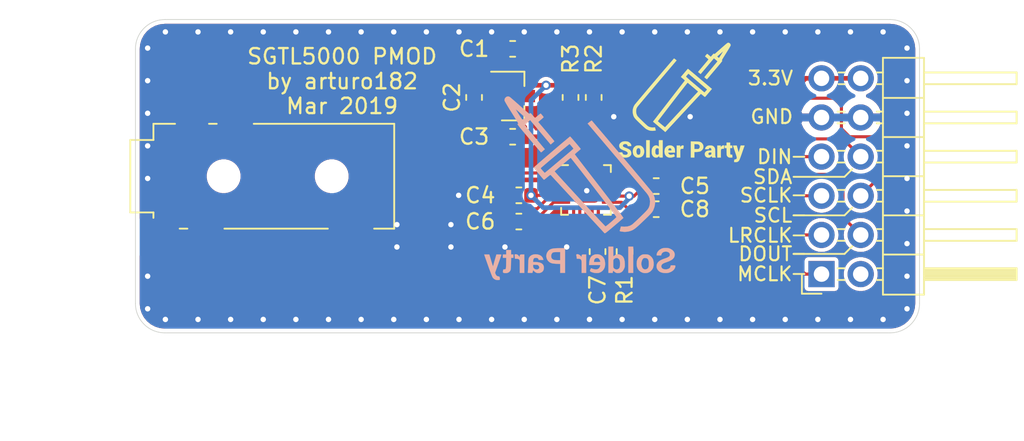
<source format=kicad_pcb>
(kicad_pcb (version 20171130) (host pcbnew "(5.1.2)-1")

  (general
    (thickness 1.6)
    (drawings 32)
    (tracks 208)
    (zones 0)
    (modules 17)
    (nets 19)
  )

  (page A4)
  (layers
    (0 F.Cu signal)
    (31 B.Cu signal)
    (32 B.Adhes user)
    (33 F.Adhes user)
    (34 B.Paste user)
    (35 F.Paste user)
    (36 B.SilkS user)
    (37 F.SilkS user)
    (38 B.Mask user)
    (39 F.Mask user)
    (40 Dwgs.User user)
    (41 Cmts.User user)
    (42 Eco1.User user)
    (43 Eco2.User user)
    (44 Edge.Cuts user)
    (45 Margin user)
    (46 B.CrtYd user)
    (47 F.CrtYd user)
    (48 B.Fab user hide)
    (49 F.Fab user hide)
  )

  (setup
    (last_trace_width 0.2)
    (user_trace_width 0.3)
    (trace_clearance 0.2)
    (zone_clearance 0.25)
    (zone_45_only no)
    (trace_min 0.2)
    (via_size 0.6)
    (via_drill 0.35)
    (via_min_size 0.4)
    (via_min_drill 0.3)
    (uvia_size 0.3)
    (uvia_drill 0.1)
    (uvias_allowed no)
    (uvia_min_size 0.2)
    (uvia_min_drill 0.1)
    (edge_width 0.05)
    (segment_width 0.2)
    (pcb_text_width 0.3)
    (pcb_text_size 1.5 1.5)
    (mod_edge_width 0.12)
    (mod_text_size 1 1)
    (mod_text_width 0.15)
    (pad_size 1.524 1.524)
    (pad_drill 0.762)
    (pad_to_mask_clearance 0.051)
    (solder_mask_min_width 0.25)
    (aux_axis_origin 0 0)
    (visible_elements 7FFFFF7F)
    (pcbplotparams
      (layerselection 0x010fc_ffffffff)
      (usegerberextensions false)
      (usegerberattributes false)
      (usegerberadvancedattributes false)
      (creategerberjobfile false)
      (excludeedgelayer true)
      (linewidth 0.100000)
      (plotframeref false)
      (viasonmask false)
      (mode 1)
      (useauxorigin false)
      (hpglpennumber 1)
      (hpglpenspeed 20)
      (hpglpendiameter 15.000000)
      (psnegative false)
      (psa4output false)
      (plotreference true)
      (plotvalue true)
      (plotinvisibletext false)
      (padsonsilk false)
      (subtractmaskfromsilk false)
      (outputformat 1)
      (mirror false)
      (drillshape 1)
      (scaleselection 1)
      (outputdirectory ""))
  )

  (net 0 "")
  (net 1 +3V3)
  (net 2 GND)
  (net 3 +1V8)
  (net 4 "Net-(C6-Pad1)")
  (net 5 /MIC)
  (net 6 "Net-(C7-Pad1)")
  (net 7 "Net-(C8-Pad2)")
  (net 8 /HP_R)
  (net 9 /HP_L)
  (net 10 /HP_VGND)
  (net 11 /DIN)
  (net 12 /SDA)
  (net 13 /SCLK)
  (net 14 /SCL)
  (net 15 /LRCLK)
  (net 16 /DOUT)
  (net 17 /MCLK)
  (net 18 "Net-(J2-Pad7)")

  (net_class Default "This is the default net class."
    (clearance 0.2)
    (trace_width 0.2)
    (via_dia 0.6)
    (via_drill 0.35)
    (uvia_dia 0.3)
    (uvia_drill 0.1)
    (add_net +1V8)
    (add_net +3V3)
    (add_net /DIN)
    (add_net /DOUT)
    (add_net /HP_L)
    (add_net /HP_R)
    (add_net /HP_VGND)
    (add_net /LRCLK)
    (add_net /MCLK)
    (add_net /MIC)
    (add_net /SCL)
    (add_net /SCLK)
    (add_net /SDA)
    (add_net GND)
    (add_net "Net-(C6-Pad1)")
    (add_net "Net-(C7-Pad1)")
    (add_net "Net-(C8-Pad2)")
    (add_net "Net-(J2-Pad7)")
  )

  (module Symbols_Extra:SolderParty-Logo_14.6x13.5mm_SilkScreen (layer B.Cu) (tedit 0) (tstamp 5C971539)
    (at 191.35 87.1 180)
    (attr virtual)
    (fp_text reference G*** (at 0 0 180) (layer B.SilkS) hide
      (effects (font (size 1.524 1.524) (thickness 0.3)) (justify mirror))
    )
    (fp_text value LOGO (at 0.75 0 180) (layer B.SilkS) hide
      (effects (font (size 1.524 1.524) (thickness 0.3)) (justify mirror))
    )
    (fp_poly (pts (xy 4.699315 5.910617) (xy 4.761551 5.881868) (xy 4.829602 5.821313) (xy 4.870666 5.744084)
      (xy 4.879204 5.661048) (xy 4.878102 5.653125) (xy 4.865051 5.620677) (xy 4.832388 5.558318)
      (xy 4.781795 5.468903) (xy 4.714951 5.355287) (xy 4.633539 5.220323) (xy 4.539239 5.066867)
      (xy 4.433733 4.897775) (xy 4.426651 4.886508) (xy 4.332972 4.737101) (xy 4.246088 4.597706)
      (xy 4.168151 4.471836) (xy 4.101313 4.363007) (xy 4.047728 4.274734) (xy 4.009548 4.210529)
      (xy 3.988925 4.173909) (xy 3.985846 4.166806) (xy 4.001528 4.145012) (xy 4.025918 4.130245)
      (xy 4.032408 4.124408) (xy 4.032868 4.113398) (xy 4.025572 4.09501) (xy 4.008794 4.067042)
      (xy 3.98081 4.027289) (xy 3.939892 3.973546) (xy 3.884317 3.90361) (xy 3.812359 3.815276)
      (xy 3.722292 3.706341) (xy 3.61239 3.5746) (xy 3.480929 3.41785) (xy 3.326183 3.233887)
      (xy 3.29811 3.200547) (xy 3.161184 3.038311) (xy 3.031444 2.885278) (xy 2.911111 2.744022)
      (xy 2.802403 2.617116) (xy 2.707543 2.507133) (xy 2.628749 2.416648) (xy 2.568242 2.348233)
      (xy 2.528244 2.304463) (xy 2.510973 2.287912) (xy 2.510692 2.287839) (xy 2.487833 2.299713)
      (xy 2.444945 2.331965) (xy 2.390434 2.378172) (xy 2.378292 2.389051) (xy 2.265431 2.491154)
      (xy 2.920268 3.272692) (xy 3.045824 3.422883) (xy 3.163302 3.564072) (xy 3.270388 3.69343)
      (xy 3.364766 3.808131) (xy 3.444123 3.905347) (xy 3.506145 3.982252) (xy 3.548518 4.036018)
      (xy 3.568927 4.063818) (xy 3.570437 4.067005) (xy 3.554691 4.084142) (xy 3.515324 4.121262)
      (xy 3.458328 4.172847) (xy 3.391757 4.231579) (xy 3.217745 4.383379) (xy 3.176834 4.332735)
      (xy 3.156372 4.30802) (xy 3.113345 4.25652) (xy 3.050359 4.181339) (xy 2.97002 4.085582)
      (xy 2.874935 3.972355) (xy 2.76771 3.844761) (xy 2.650952 3.705906) (xy 2.527267 3.558895)
      (xy 2.51178 3.540493) (xy 1.887637 2.798894) (xy 1.769318 2.89736) (xy 1.713654 2.945412)
      (xy 1.672063 2.984606) (xy 1.651855 3.007956) (xy 1.651 3.010422) (xy 1.663223 3.027997)
      (xy 1.698133 3.072137) (xy 1.753089 3.139648) (xy 1.825449 3.227338) (xy 1.912572 3.332012)
      (xy 2.011818 3.450477) (xy 2.120546 3.579542) (xy 2.172899 3.641452) (xy 2.694799 4.257886)
      (xy 2.519707 4.407634) (xy 2.451319 4.467108) (xy 2.395439 4.51758) (xy 2.357922 4.55363)
      (xy 2.344615 4.569714) (xy 2.35638 4.590821) (xy 2.386449 4.631482) (xy 2.426979 4.682207)
      (xy 2.47013 4.733507) (xy 2.508061 4.775893) (xy 2.532932 4.799875) (xy 2.536581 4.802033)
      (xy 2.557384 4.792503) (xy 2.600405 4.762527) (xy 2.658423 4.717355) (xy 2.697831 4.684802)
      (xy 2.764128 4.629071) (xy 2.821888 4.580853) (xy 2.862725 4.547133) (xy 2.874761 4.537433)
      (xy 2.891661 4.530089) (xy 2.912654 4.536812) (xy 2.922996 4.545368) (xy 3.531281 4.545368)
      (xy 3.616909 4.471383) (xy 3.665859 4.432234) (xy 3.703958 4.407449) (xy 3.719528 4.402439)
      (xy 3.734649 4.419786) (xy 3.767023 4.465286) (xy 3.81327 4.533903) (xy 3.870011 4.620605)
      (xy 3.933867 4.720358) (xy 3.948651 4.74374) (xy 4.01181 4.844901) (xy 4.066098 4.933872)
      (xy 4.108646 5.00578) (xy 4.136585 5.055753) (xy 4.147046 5.078918) (xy 4.146584 5.079949)
      (xy 4.128352 5.067518) (xy 4.085608 5.032834) (xy 4.022902 4.979762) (xy 3.944786 4.912168)
      (xy 3.855813 4.833919) (xy 3.831833 4.812634) (xy 3.531281 4.545368) (xy 2.922996 4.545368)
      (xy 2.942838 4.561782) (xy 2.987308 4.609179) (xy 3.048217 4.679718) (xy 3.11012 4.751865)
      (xy 3.152542 4.798019) (xy 3.180909 4.822299) (xy 3.200648 4.828824) (xy 3.217185 4.821711)
      (xy 3.225767 4.814492) (xy 3.262413 4.793375) (xy 3.286618 4.79253) (xy 3.306295 4.807412)
      (xy 3.351845 4.845518) (xy 3.420018 4.904018) (xy 3.507561 4.980084) (xy 3.611224 5.070885)
      (xy 3.727755 5.173593) (xy 3.853904 5.285379) (xy 3.897923 5.324519) (xy 4.028162 5.440051)
      (xy 4.15127 5.548546) (xy 4.263755 5.646977) (xy 4.362123 5.732319) (xy 4.442882 5.801547)
      (xy 4.50254 5.851633) (xy 4.537602 5.879553) (xy 4.542692 5.883085) (xy 4.621479 5.915628)
      (xy 4.699315 5.910617)) (layer B.SilkS) (width 0.01))
    (fp_poly (pts (xy -0.751221 4.342328) (xy -0.71431 4.319732) (xy -0.656525 4.275288) (xy -0.637124 4.259633)
      (xy -0.507565 4.154516) (xy -0.553935 4.104373) (xy -0.571222 4.084428) (xy -0.612027 4.036664)
      (xy -0.674639 3.963104) (xy -0.757344 3.865769) (xy -0.858432 3.746682) (xy -0.976192 3.607865)
      (xy -1.10891 3.45134) (xy -1.254877 3.27913) (xy -1.412379 3.093257) (xy -1.579706 2.895742)
      (xy -1.755145 2.688609) (xy -1.936986 2.473879) (xy -2.123516 2.253575) (xy -2.313024 2.029718)
      (xy -2.503798 1.804331) (xy -2.694126 1.579437) (xy -2.882298 1.357057) (xy -3.0666 1.139214)
      (xy -3.245322 0.92793) (xy -3.416752 0.725227) (xy -3.579178 0.533127) (xy -3.730888 0.353653)
      (xy -3.870171 0.188827) (xy -3.995316 0.04067) (xy -4.10461 -0.088794) (xy -4.196342 -0.197544)
      (xy -4.2688 -0.283557) (xy -4.320273 -0.344811) (xy -4.349049 -0.379284) (xy -4.350464 -0.381)
      (xy -4.4556 -0.536257) (xy -4.522647 -0.699898) (xy -4.551465 -0.871298) (xy -4.541912 -1.049833)
      (xy -4.522511 -1.142317) (xy -4.504277 -1.206354) (xy -4.483136 -1.264409) (xy -4.456052 -1.320331)
      (xy -4.419987 -1.37797) (xy -4.371905 -1.441177) (xy -4.308768 -1.513801) (xy -4.22754 -1.599692)
      (xy -4.125184 -1.702701) (xy -3.998663 -1.826677) (xy -3.930638 -1.892654) (xy -3.815722 -2.003169)
      (xy -3.705692 -2.107646) (xy -3.604735 -2.202208) (xy -3.517039 -2.282982) (xy -3.446792 -2.34609)
      (xy -3.398182 -2.387659) (xy -3.383328 -2.399134) (xy -3.239111 -2.478123) (xy -3.075136 -2.523883)
      (xy -2.890808 -2.536566) (xy -2.842137 -2.534625) (xy -2.661137 -2.523827) (xy -2.630406 -2.646165)
      (xy -2.61258 -2.714762) (xy -2.596972 -2.770735) (xy -2.588139 -2.798569) (xy -2.589425 -2.816588)
      (xy -2.613711 -2.83078) (xy -2.667548 -2.844137) (xy -2.701555 -2.850394) (xy -2.903407 -2.86988)
      (xy -3.096364 -2.855028) (xy -3.200367 -2.832644) (xy -3.298874 -2.803393) (xy -3.388133 -2.768091)
      (xy -3.474258 -2.722754) (xy -3.563365 -2.663401) (xy -3.661568 -2.586049) (xy -3.774981 -2.486715)
      (xy -3.878183 -2.391182) (xy -4.053746 -2.225643) (xy -4.202917 -2.083882) (xy -4.32815 -1.963309)
      (xy -4.431896 -1.86134) (xy -4.516607 -1.775385) (xy -4.584737 -1.702859) (xy -4.638737 -1.641174)
      (xy -4.681059 -1.587743) (xy -4.714157 -1.539979) (xy -4.740482 -1.495295) (xy -4.755748 -1.465385)
      (xy -4.833295 -1.262211) (xy -4.873446 -1.053954) (xy -4.876319 -0.844636) (xy -4.842029 -0.63828)
      (xy -4.770692 -0.438909) (xy -4.723572 -0.347306) (xy -4.703793 -0.319781) (xy -4.660129 -0.264213)
      (xy -4.594016 -0.182323) (xy -4.506891 -0.075831) (xy -4.400189 0.053541) (xy -4.275346 0.204073)
      (xy -4.133799 0.374045) (xy -3.976983 0.561736) (xy -3.806334 0.765424) (xy -3.623289 0.98339)
      (xy -3.429284 1.213913) (xy -3.225754 1.455272) (xy -3.014135 1.705746) (xy -2.795864 1.963615)
      (xy -2.735385 2.034982) (xy -2.516546 2.293176) (xy -2.304439 2.543474) (xy -2.100456 2.784231)
      (xy -1.905988 3.013801) (xy -1.722428 3.230542) (xy -1.551166 3.432807) (xy -1.393596 3.618952)
      (xy -1.251109 3.787333) (xy -1.125096 3.936305) (xy -1.016951 4.064223) (xy -0.928064 4.169443)
      (xy -0.859827 4.25032) (xy -0.813633 4.305209) (xy -0.790873 4.332466) (xy -0.788765 4.335086)
      (xy -0.773844 4.346353) (xy -0.751221 4.342328)) (layer B.SilkS) (width 0.01))
    (fp_poly (pts (xy 0.649026 3.301708) (xy 0.695193 3.265001) (xy 0.765168 3.207627) (xy 0.856219 3.131925)
      (xy 0.965612 3.040234) (xy 1.090614 2.934892) (xy 1.228491 2.818236) (xy 1.37651 2.692606)
      (xy 1.531938 2.560338) (xy 1.692042 2.423773) (xy 1.854087 2.285247) (xy 2.015341 2.1471)
      (xy 2.173069 2.011668) (xy 2.32454 1.881292) (xy 2.467019 1.758308) (xy 2.597773 1.645055)
      (xy 2.714068 1.543872) (xy 2.813172 1.457096) (xy 2.892351 1.387066) (xy 2.94887 1.33612)
      (xy 2.979998 1.306596) (xy 2.985343 1.300053) (xy 2.971705 1.27945) (xy 2.936975 1.234476)
      (xy 2.88522 1.169977) (xy 2.820503 1.090801) (xy 2.746891 1.001792) (xy 2.66845 0.907798)
      (xy 2.589245 0.813665) (xy 2.513342 0.724238) (xy 2.444805 0.644365) (xy 2.387702 0.578891)
      (xy 2.346097 0.532663) (xy 2.324055 0.510527) (xy 2.32198 0.509309) (xy 2.303047 0.52067)
      (xy 2.260231 0.552707) (xy 2.199446 0.600814) (xy 2.126607 0.66039) (xy 2.108761 0.675239)
      (xy 2.027657 0.742463) (xy 1.970821 0.78749) (xy 1.93275 0.81343) (xy 1.907936 0.823394)
      (xy 1.890877 0.820494) (xy 1.876067 0.807841) (xy 1.875394 0.807123) (xy 1.858263 0.788624)
      (xy 1.816223 0.743156) (xy 1.75088 0.672458) (xy 1.66384 0.578267) (xy 1.556708 0.462321)
      (xy 1.43109 0.326358) (xy 1.288591 0.172115) (xy 1.130816 0.001331) (xy 0.959371 -0.184258)
      (xy 0.775861 -0.382912) (xy 0.581893 -0.592896) (xy 0.37907 -0.81247) (xy 0.168999 -1.039897)
      (xy 0.13693 -1.074616) (xy -0.074046 -1.30301) (xy -0.277995 -1.523764) (xy -0.473312 -1.735145)
      (xy -0.658396 -1.935419) (xy -0.831643 -2.122852) (xy -0.991449 -2.29571) (xy -1.136211 -2.452259)
      (xy -1.264326 -2.590766) (xy -1.374191 -2.709497) (xy -1.464202 -2.806718) (xy -1.532757 -2.880695)
      (xy -1.578252 -2.929695) (xy -1.599083 -2.951984) (xy -1.599991 -2.952925) (xy -1.609759 -2.959459)
      (xy -1.623515 -2.959914) (xy -1.644123 -2.952142) (xy -1.674447 -2.933994) (xy -1.717354 -2.903319)
      (xy -1.775708 -2.85797) (xy -1.852374 -2.795796) (xy -1.950217 -2.714649) (xy -2.072102 -2.612379)
      (xy -2.217616 -2.489607) (xy -2.347561 -2.379521) (xy -2.46837 -2.27661) (xy -2.576717 -2.183748)
      (xy -2.669278 -2.103809) (xy -2.742727 -2.03967) (xy -2.793741 -1.994203) (xy -2.818993 -1.970284)
      (xy -2.820891 -1.96801) (xy -2.815583 -1.953537) (xy -2.793613 -1.918241) (xy -2.785236 -1.906088)
      (xy -2.373923 -1.906088) (xy -2.359565 -1.926795) (xy -2.319916 -1.967605) (xy -2.260118 -2.024106)
      (xy -2.185313 -2.091889) (xy -2.100642 -2.166543) (xy -2.011247 -2.243657) (xy -1.922268 -2.31882)
      (xy -1.838848 -2.387621) (xy -1.766127 -2.445651) (xy -1.709247 -2.488498) (xy -1.67335 -2.511751)
      (xy -1.664575 -2.514621) (xy -1.648353 -2.500034) (xy -1.607288 -2.458435) (xy -1.543006 -2.391561)
      (xy -1.45713 -2.301149) (xy -1.351286 -2.188934) (xy -1.227099 -2.056653) (xy -1.086194 -1.906043)
      (xy -0.930195 -1.738841) (xy -0.760728 -1.556783) (xy -0.579417 -1.361605) (xy -0.387887 -1.155045)
      (xy -0.187763 -0.938838) (xy 0.000626 -0.734979) (xy 0.206741 -0.511556) (xy 0.405218 -0.296004)
      (xy 0.594468 -0.090068) (xy 0.772904 0.104507) (xy 0.93894 0.285978) (xy 1.090989 0.4526)
      (xy 1.227462 0.602628) (xy 1.346774 0.734318) (xy 1.447336 0.845926) (xy 1.527563 0.935706)
      (xy 1.585866 1.001914) (xy 1.620659 1.042807) (xy 1.630539 1.056568) (xy 1.612815 1.074121)
      (xy 1.569665 1.112723) (xy 1.505273 1.168844) (xy 1.423824 1.238957) (xy 1.3295 1.319533)
      (xy 1.226486 1.407042) (xy 1.118966 1.497957) (xy 1.011123 1.588748) (xy 0.907141 1.675888)
      (xy 0.811204 1.755847) (xy 0.727495 1.825097) (xy 0.660199 1.880109) (xy 0.613499 1.917355)
      (xy 0.591579 1.933305) (xy 0.590618 1.933645) (xy 0.576365 1.91839) (xy 0.540109 1.87439)
      (xy 0.483608 1.803923) (xy 0.40862 1.709267) (xy 0.316905 1.5927) (xy 0.210221 1.456498)
      (xy 0.090325 1.302941) (xy -0.041022 1.134306) (xy -0.182063 0.952869) (xy -0.33104 0.76091)
      (xy -0.486192 0.560705) (xy -0.645764 0.354533) (xy -0.807994 0.14467) (xy -0.971126 -0.066604)
      (xy -1.1334 -0.277014) (xy -1.293058 -0.48428) (xy -1.448342 -0.686126) (xy -1.597492 -0.880273)
      (xy -1.738751 -1.064444) (xy -1.87036 -1.236361) (xy -1.99056 -1.393746) (xy -2.097593 -1.534323)
      (xy -2.1897 -1.655812) (xy -2.265123 -1.755937) (xy -2.322103 -1.83242) (xy -2.358882 -1.882983)
      (xy -2.373701 -1.905348) (xy -2.373923 -1.906088) (xy -2.785236 -1.906088) (xy -2.754361 -1.861301)
      (xy -2.697205 -1.781895) (xy -2.621525 -1.679202) (xy -2.5267 -1.552399) (xy -2.41211 -1.400666)
      (xy -2.277134 -1.223179) (xy -2.121151 -1.019119) (xy -1.943541 -0.787663) (xy -1.743684 -0.52799)
      (xy -1.520957 -0.239278) (xy -1.274742 0.079296) (xy -1.260836 0.097274) (xy -1.068508 0.346002)
      (xy -0.882802 0.586345) (xy -0.705121 0.816479) (xy -0.536869 1.034578) (xy -0.379448 1.238817)
      (xy -0.234263 1.427372) (xy -0.102715 1.598417) (xy 0.013791 1.750128) (xy 0.113852 1.880679)
      (xy 0.196066 1.988246) (xy 0.259028 2.071003) (xy 0.301336 2.127126) (xy 0.321586 2.154789)
      (xy 0.323192 2.157371) (xy 0.311438 2.176948) (xy 0.274406 2.215236) (xy 0.217654 2.266942)
      (xy 0.146741 2.326775) (xy 0.136806 2.334846) (xy 0.063784 2.39503) (xy 0.003224 2.447069)
      (xy -0.039055 2.485804) (xy -0.057235 2.506082) (xy -0.057523 2.507055) (xy -0.045787 2.52621)
      (xy -0.045636 2.526409) (xy 0.411641 2.526409) (xy 0.426393 2.510257) (xy 0.467383 2.472479)
      (xy 0.530786 2.416413) (xy 0.612776 2.345399) (xy 0.709528 2.262774) (xy 0.817218 2.171878)
      (xy 0.832572 2.159) (xy 0.959829 2.052217) (xy 1.108318 1.92742) (xy 1.269449 1.791842)
      (xy 1.434629 1.652715) (xy 1.595266 1.517274) (xy 1.742768 1.392752) (xy 1.75443 1.382898)
      (xy 1.874056 1.282112) (xy 1.984244 1.189845) (xy 2.081444 1.109028) (xy 2.162104 1.04259)
      (xy 2.222674 0.99346) (xy 2.259603 0.964567) (xy 2.269589 0.957937) (xy 2.287219 0.971364)
      (xy 2.324477 1.008016) (xy 2.375266 1.061707) (xy 2.414484 1.104869) (xy 2.474425 1.173353)
      (xy 2.510652 1.21964) (xy 2.526679 1.249566) (xy 2.526016 1.268964) (xy 2.518818 1.278214)
      (xy 2.481453 1.311733) (xy 2.419795 1.365343) (xy 2.336955 1.436437) (xy 2.236047 1.522408)
      (xy 2.120184 1.620649) (xy 1.992479 1.728552) (xy 1.856045 1.843509) (xy 1.713995 1.962914)
      (xy 1.569443 2.084159) (xy 1.425502 2.204636) (xy 1.285284 2.321739) (xy 1.151904 2.43286)
      (xy 1.028473 2.535391) (xy 0.918105 2.626726) (xy 0.823914 2.704257) (xy 0.749012 2.765376)
      (xy 0.696512 2.807476) (xy 0.669528 2.82795) (xy 0.6666 2.829513) (xy 0.646062 2.811895)
      (xy 0.608999 2.772478) (xy 0.562179 2.719307) (xy 0.512371 2.66043) (xy 0.466342 2.603892)
      (xy 0.430861 2.55774) (xy 0.412697 2.53002) (xy 0.411641 2.526409) (xy -0.045636 2.526409)
      (xy -0.012512 2.569788) (xy 0.038294 2.633072) (xy 0.102622 2.711346) (xy 0.176466 2.799893)
      (xy 0.255817 2.893997) (xy 0.336667 2.988943) (xy 0.415008 3.080012) (xy 0.486833 3.16249)
      (xy 0.548134 3.23166) (xy 0.594903 3.282804) (xy 0.623131 3.311208) (xy 0.629402 3.315412)
      (xy 0.649026 3.301708)) (layer B.SilkS) (width 0.01))
    (fp_poly (pts (xy 4.213319 -4.333423) (xy 4.226779 -4.357077) (xy 4.222848 -4.391833) (xy 4.216193 -4.450516)
      (xy 4.210719 -4.498731) (xy 4.197957 -4.611077) (xy 4.091013 -4.611077) (xy 4.021317 -4.614699)
      (xy 3.975163 -4.628687) (xy 3.937434 -4.65772) (xy 3.936112 -4.659035) (xy 3.920187 -4.675812)
      (xy 3.908246 -4.693587) (xy 3.899717 -4.717854) (xy 3.894025 -4.754105) (xy 3.890596 -4.807833)
      (xy 3.888857 -4.884532) (xy 3.888234 -4.989695) (xy 3.888154 -5.118189) (xy 3.888154 -5.529385)
      (xy 3.595077 -5.529385) (xy 3.595077 -4.337539) (xy 3.729567 -4.337539) (xy 3.807721 -4.340215)
      (xy 3.854775 -4.352701) (xy 3.878581 -4.381684) (xy 3.886991 -4.433849) (xy 3.887887 -4.472355)
      (xy 3.890234 -4.496983) (xy 3.900532 -4.49685) (xy 3.924275 -4.468956) (xy 3.944491 -4.441477)
      (xy 3.990862 -4.389214) (xy 4.041485 -4.348927) (xy 4.059621 -4.339352) (xy 4.11854 -4.323306)
      (xy 4.173508 -4.321726) (xy 4.213319 -4.333423)) (layer B.SilkS) (width 0.01))
    (fp_poly (pts (xy 1.469457 -3.9296) (xy 1.619272 -3.937574) (xy 1.740539 -3.952452) (xy 1.838404 -3.975536)
      (xy 1.918014 -4.008124) (xy 1.984515 -4.051517) (xy 2.043052 -4.107016) (xy 2.056071 -4.121794)
      (xy 2.126235 -4.231643) (xy 2.163898 -4.353966) (xy 2.16914 -4.480885) (xy 2.142041 -4.604523)
      (xy 2.082681 -4.717002) (xy 2.049606 -4.757448) (xy 1.980174 -4.822938) (xy 1.905154 -4.871037)
      (xy 1.816902 -4.904364) (xy 1.707771 -4.925542) (xy 1.570116 -4.937191) (xy 1.519115 -4.939324)
      (xy 1.27 -4.947852) (xy 1.27 -5.529385) (xy 0.957384 -5.529385) (xy 0.957384 -4.181231)
      (xy 1.27 -4.181231) (xy 1.27 -4.708769) (xy 1.431192 -4.708303) (xy 1.518626 -4.705831)
      (xy 1.601521 -4.699727) (xy 1.663839 -4.691233) (xy 1.670538 -4.689802) (xy 1.748837 -4.656008)
      (xy 1.802423 -4.611806) (xy 1.842126 -4.542634) (xy 1.857388 -4.4594) (xy 1.850106 -4.37258)
      (xy 1.822179 -4.292648) (xy 1.775503 -4.230079) (xy 1.727873 -4.200282) (xy 1.687514 -4.192236)
      (xy 1.619058 -4.18587) (xy 1.533477 -4.182009) (xy 1.473882 -4.181231) (xy 1.27 -4.181231)
      (xy 0.957384 -4.181231) (xy 0.957384 -3.927231) (xy 1.28595 -3.927231) (xy 1.469457 -3.9296)) (layer B.SilkS) (width 0.01))
    (fp_poly (pts (xy 0.219255 -4.336986) (xy 0.227233 -4.375365) (xy 0.226239 -4.381071) (xy 0.218131 -4.427493)
      (xy 0.208562 -4.491936) (xy 0.205023 -4.518269) (xy 0.19299 -4.611077) (xy 0.085793 -4.611077)
      (xy 0.018108 -4.614197) (xy -0.025848 -4.626909) (xy -0.061153 -4.654238) (xy -0.069318 -4.662776)
      (xy -0.085295 -4.680938) (xy -0.097255 -4.699908) (xy -0.10578 -4.725258) (xy -0.111451 -4.762562)
      (xy -0.114851 -4.81739) (xy -0.116559 -4.895317) (xy -0.117159 -5.001913) (xy -0.117231 -5.12193)
      (xy -0.117231 -5.529385) (xy -0.410308 -5.529385) (xy -0.410308 -4.337539) (xy -0.275629 -4.337539)
      (xy -0.197151 -4.339926) (xy -0.149873 -4.350757) (xy -0.126033 -4.375537) (xy -0.117865 -4.419773)
      (xy -0.117231 -4.449849) (xy -0.115793 -4.476977) (xy -0.107213 -4.482734) (xy -0.085097 -4.464585)
      (xy -0.043696 -4.420695) (xy 0.014032 -4.370818) (xy 0.076572 -4.336425) (xy 0.136543 -4.318599)
      (xy 0.186564 -4.318425) (xy 0.219255 -4.336986)) (layer B.SilkS) (width 0.01))
    (fp_poly (pts (xy -3.145693 -5.529385) (xy -3.458308 -5.529385) (xy -3.458308 -3.829539) (xy -3.145693 -3.829539)
      (xy -3.145693 -5.529385)) (layer B.SilkS) (width 0.01))
    (fp_poly (pts (xy 4.767384 -4.337539) (xy 4.982307 -4.337539) (xy 4.982307 -4.552462) (xy 4.764918 -4.552462)
      (xy 4.771036 -4.903226) (xy 4.774561 -5.045966) (xy 4.77964 -5.15237) (xy 4.786495 -5.22516)
      (xy 4.795346 -5.267054) (xy 4.801577 -5.278365) (xy 4.836832 -5.295065) (xy 4.889485 -5.302691)
      (xy 4.893773 -5.302739) (xy 4.936494 -5.305449) (xy 4.95839 -5.320754) (xy 4.96978 -5.359413)
      (xy 4.974109 -5.386514) (xy 4.979685 -5.444583) (xy 4.978441 -5.488549) (xy 4.9764 -5.497059)
      (xy 4.947968 -5.522199) (xy 4.892344 -5.538952) (xy 4.820764 -5.546029) (xy 4.744462 -5.542137)
      (xy 4.687542 -5.53025) (xy 4.589135 -5.482286) (xy 4.518006 -5.406957) (xy 4.501064 -5.376818)
      (xy 4.488212 -5.344602) (xy 4.478418 -5.303608) (xy 4.471105 -5.247797) (xy 4.465696 -5.171128)
      (xy 4.461614 -5.067559) (xy 4.458282 -4.931051) (xy 4.458231 -4.928577) (xy 4.450624 -4.552462)
      (xy 4.298461 -4.552462) (xy 4.298461 -4.337539) (xy 4.454769 -4.337539) (xy 4.454769 -4.044462)
      (xy 4.767384 -4.044462) (xy 4.767384 -4.337539)) (layer B.SilkS) (width 0.01))
    (fp_poly (pts (xy 3.019205 -4.341541) (xy 3.135557 -4.38779) (xy 3.229501 -4.45897) (xy 3.290327 -4.542693)
      (xy 3.304067 -4.572549) (xy 3.314687 -4.606401) (xy 3.322796 -4.650088) (xy 3.329005 -4.709452)
      (xy 3.333922 -4.790334) (xy 3.338158 -4.898574) (xy 3.342323 -5.040013) (xy 3.342347 -5.040923)
      (xy 3.346405 -5.166899) (xy 3.351304 -5.281004) (xy 3.356679 -5.376968) (xy 3.36216 -5.448525)
      (xy 3.36738 -5.489405) (xy 3.369025 -5.495193) (xy 3.373125 -5.512197) (xy 3.362026 -5.522418)
      (xy 3.32878 -5.527545) (xy 3.266438 -5.529269) (xy 3.228475 -5.529385) (xy 3.072617 -5.529385)
      (xy 3.047775 -5.440661) (xy 3.022934 -5.351936) (xy 2.959478 -5.421215) (xy 2.865375 -5.498886)
      (xy 2.759292 -5.539396) (xy 2.641027 -5.542798) (xy 2.561875 -5.526404) (xy 2.457954 -5.479507)
      (xy 2.383735 -5.407262) (xy 2.33939 -5.309908) (xy 2.325077 -5.19113) (xy 2.329233 -5.162843)
      (xy 2.622429 -5.162843) (xy 2.625815 -5.211834) (xy 2.659298 -5.259526) (xy 2.666112 -5.266504)
      (xy 2.730441 -5.304907) (xy 2.810495 -5.313941) (xy 2.895293 -5.292764) (xy 2.911015 -5.285266)
      (xy 2.981825 -5.231173) (xy 3.019963 -5.157276) (xy 3.028461 -5.085422) (xy 3.028461 -5.001846)
      (xy 2.890407 -5.001846) (xy 2.795905 -5.005363) (xy 2.731046 -5.018316) (xy 2.686832 -5.044313)
      (xy 2.654268 -5.08696) (xy 2.647663 -5.099148) (xy 2.622429 -5.162843) (xy 2.329233 -5.162843)
      (xy 2.341702 -5.078002) (xy 2.391308 -4.985449) (xy 2.473493 -4.913733) (xy 2.587854 -4.863118)
      (xy 2.733987 -4.833868) (xy 2.882884 -4.826) (xy 3.028461 -4.826) (xy 3.028461 -4.756645)
      (xy 3.018403 -4.684844) (xy 2.992347 -4.619678) (xy 2.956469 -4.574508) (xy 2.939663 -4.564599)
      (xy 2.900732 -4.556919) (xy 2.842681 -4.552725) (xy 2.824738 -4.552462) (xy 2.749776 -4.564784)
      (xy 2.698394 -4.598737) (xy 2.677014 -4.649802) (xy 2.676769 -4.656577) (xy 2.671432 -4.672968)
      (xy 2.650456 -4.682847) (xy 2.60639 -4.687751) (xy 2.531787 -4.689213) (xy 2.518343 -4.689231)
      (xy 2.359917 -4.689231) (xy 2.373162 -4.6355) (xy 2.419249 -4.525478) (xy 2.496741 -4.437221)
      (xy 2.603452 -4.372528) (xy 2.737198 -4.333194) (xy 2.741657 -4.332416) (xy 2.886039 -4.322369)
      (xy 3.019205 -4.341541)) (layer B.SilkS) (width 0.01))
    (fp_poly (pts (xy -1.009918 -4.330739) (xy -0.94984 -4.345661) (xy -0.832804 -4.396875) (xy -0.741789 -4.473326)
      (xy -0.675435 -4.577048) (xy -0.632385 -4.710075) (xy -0.612893 -4.850423) (xy -0.599928 -5.021385)
      (xy -1.331721 -5.021385) (xy -1.318259 -5.084885) (xy -1.282371 -5.175154) (xy -1.221091 -5.24738)
      (xy -1.142873 -5.292005) (xy -1.13218 -5.295206) (xy -1.047328 -5.304696) (xy -0.946319 -5.29652)
      (xy -0.846546 -5.273042) (xy -0.785332 -5.248038) (xy -0.751691 -5.232537) (xy -0.730076 -5.23458)
      (xy -0.710421 -5.26026) (xy -0.68643 -5.307912) (xy -0.66243 -5.365234) (xy -0.659507 -5.405858)
      (xy -0.682053 -5.437) (xy -0.734461 -5.465876) (xy -0.797948 -5.491114) (xy -0.919637 -5.524502)
      (xy -1.050751 -5.540303) (xy -1.175665 -5.537428) (xy -1.253968 -5.522908) (xy -1.375752 -5.469067)
      (xy -1.481498 -5.384548) (xy -1.564348 -5.276656) (xy -1.617444 -5.152694) (xy -1.623248 -5.129529)
      (xy -1.638389 -5.014546) (xy -1.638028 -4.887484) (xy -1.628831 -4.809377) (xy -1.328616 -4.809377)
      (xy -1.310426 -4.816201) (xy -1.261235 -4.821667) (xy -1.189116 -4.825122) (xy -1.123462 -4.826)
      (xy -0.918308 -4.826) (xy -0.918308 -4.766415) (xy -0.933815 -4.683997) (xy -0.975057 -4.619348)
      (xy -1.034117 -4.576063) (xy -1.103077 -4.55774) (xy -1.174019 -4.567974) (xy -1.239025 -4.610361)
      (xy -1.245903 -4.617615) (xy -1.276466 -4.6633) (xy -1.305401 -4.72452) (xy -1.324817 -4.782981)
      (xy -1.328616 -4.809377) (xy -1.628831 -4.809377) (xy -1.623363 -4.762949) (xy -1.595588 -4.655546)
      (xy -1.58165 -4.621851) (xy -1.503697 -4.499487) (xy -1.40312 -4.407259) (xy -1.284347 -4.347101)
      (xy -1.151804 -4.320949) (xy -1.009918 -4.330739)) (layer B.SilkS) (width 0.01))
    (fp_poly (pts (xy -1.856154 -5.529385) (xy -2.127922 -5.529385) (xy -2.140751 -5.461) (xy -2.15262 -5.415947)
      (xy -2.165287 -5.393261) (xy -2.167289 -5.392616) (xy -2.188163 -5.40549) (xy -2.223811 -5.437697)
      (xy -2.237273 -5.451355) (xy -2.322924 -5.513649) (xy -2.426812 -5.542889) (xy -2.545139 -5.538288)
      (xy -2.598616 -5.525967) (xy -2.698829 -5.480512) (xy -2.781762 -5.404425) (xy -2.850974 -5.294312)
      (xy -2.859006 -5.277627) (xy -2.887231 -5.213911) (xy -2.904864 -5.160756) (xy -2.914235 -5.10527)
      (xy -2.917676 -5.03456) (xy -2.917681 -4.953122) (xy -2.91704 -4.943231) (xy -2.607703 -4.943231)
      (xy -2.60307 -5.066705) (xy -2.586638 -5.15808) (xy -2.55617 -5.223145) (xy -2.509426 -5.267692)
      (xy -2.475236 -5.285864) (xy -2.428013 -5.305558) (xy -2.396382 -5.312376) (xy -2.359915 -5.308597)
      (xy -2.327797 -5.302306) (xy -2.270758 -5.279467) (xy -2.218326 -5.241456) (xy -2.217893 -5.241026)
      (xy -2.197915 -5.219308) (xy -2.184247 -5.196242) (xy -2.175695 -5.164368) (xy -2.171062 -5.116221)
      (xy -2.169152 -5.044339) (xy -2.16877 -4.941259) (xy -2.16877 -4.934453) (xy -2.169014 -4.829824)
      (xy -2.170614 -4.756836) (xy -2.17487 -4.708052) (xy -2.18308 -4.676036) (xy -2.196544 -4.653352)
      (xy -2.216563 -4.632564) (xy -2.2225 -4.627019) (xy -2.301775 -4.575052) (xy -2.384341 -4.558384)
      (xy -2.462939 -4.575971) (xy -2.53031 -4.626767) (xy -2.564194 -4.676242) (xy -2.585695 -4.724565)
      (xy -2.598865 -4.777284) (xy -2.605576 -4.845883) (xy -2.607698 -4.941842) (xy -2.607703 -4.943231)
      (xy -2.91704 -4.943231) (xy -2.906321 -4.777893) (xy -2.874752 -4.634154) (xy -2.821765 -4.519245)
      (xy -2.74615 -4.430508) (xy -2.651186 -4.367493) (xy -2.53976 -4.32876) (xy -2.430965 -4.32196)
      (xy -2.332104 -4.346287) (xy -2.250482 -4.400933) (xy -2.239011 -4.412996) (xy -2.206727 -4.443381)
      (xy -2.18528 -4.454769) (xy -2.179705 -4.436322) (xy -2.174935 -4.385339) (xy -2.171314 -4.30836)
      (xy -2.169187 -4.211924) (xy -2.16877 -4.142154) (xy -2.16877 -3.829539) (xy -1.856154 -3.829539)
      (xy -1.856154 -5.529385)) (layer B.SilkS) (width 0.01))
    (fp_poly (pts (xy -4.153824 -4.329641) (xy -4.092769 -4.335711) (xy -4.042626 -4.349928) (xy -3.98934 -4.375343)
      (xy -3.966308 -4.388029) (xy -3.858779 -4.469304) (xy -3.772024 -4.57683) (xy -3.714538 -4.699761)
      (xy -3.70989 -4.715465) (xy -3.694672 -4.802742) (xy -3.688404 -4.91078) (xy -3.691085 -5.022302)
      (xy -3.702714 -5.120032) (xy -3.709918 -5.151561) (xy -3.763996 -5.278475) (xy -3.846715 -5.384075)
      (xy -3.952254 -5.465468) (xy -4.074793 -5.519763) (xy -4.208509 -5.544067) (xy -4.347583 -5.535488)
      (xy -4.435231 -5.511933) (xy -4.546548 -5.453318) (xy -4.64466 -5.365328) (xy -4.720755 -5.257418)
      (xy -4.759645 -5.163834) (xy -4.780062 -5.055756) (xy -4.785721 -4.937719) (xy -4.474278 -4.937719)
      (xy -4.468367 -5.06125) (xy -4.449062 -5.153381) (xy -4.41393 -5.220221) (xy -4.360536 -5.267878)
      (xy -4.337539 -5.280925) (xy -4.249823 -5.306112) (xy -4.164778 -5.294347) (xy -4.089981 -5.246914)
      (xy -4.080698 -5.237434) (xy -4.042882 -5.177816) (xy -4.011458 -5.094081) (xy -3.99108 -5.001153)
      (xy -3.985846 -4.933462) (xy -3.995484 -4.838738) (xy -4.021141 -4.742647) (xy -4.057933 -4.660599)
      (xy -4.084005 -4.623752) (xy -4.122945 -4.586039) (xy -4.162003 -4.568195) (xy -4.218297 -4.563529)
      (xy -4.237784 -4.563648) (xy -4.324325 -4.575729) (xy -4.38922 -4.61122) (xy -4.434422 -4.673209)
      (xy -4.461884 -4.764785) (xy -4.473557 -4.889036) (xy -4.474278 -4.937719) (xy -4.785721 -4.937719)
      (xy -4.785959 -4.932776) (xy -4.778042 -4.808729) (xy -4.757015 -4.697447) (xy -4.732384 -4.629267)
      (xy -4.653838 -4.508448) (xy -4.549209 -4.410853) (xy -4.485111 -4.371061) (xy -4.431375 -4.348318)
      (xy -4.369642 -4.335161) (xy -4.287339 -4.329416) (xy -4.239846 -4.328667) (xy -4.153824 -4.329641)) (layer B.SilkS) (width 0.01))
    (fp_poly (pts (xy -5.469574 -3.920164) (xy -5.39652 -3.927581) (xy -5.337005 -3.942204) (xy -5.285154 -3.962901)
      (xy -5.179825 -4.024914) (xy -5.091278 -4.104293) (xy -5.025466 -4.193687) (xy -4.988346 -4.285744)
      (xy -4.982308 -4.33676) (xy -4.982308 -4.396154) (xy -5.2692 -4.396154) (xy -5.292895 -4.317066)
      (xy -5.33226 -4.244835) (xy -5.395761 -4.192487) (xy -5.475334 -4.160121) (xy -5.562914 -4.147833)
      (xy -5.650438 -4.155724) (xy -5.729842 -4.18389) (xy -5.793061 -4.232429) (xy -5.832032 -4.301441)
      (xy -5.834541 -4.310478) (xy -5.839176 -4.377478) (xy -5.815297 -4.436147) (xy -5.760384 -4.488753)
      (xy -5.671918 -4.537567) (xy -5.547378 -4.584858) (xy -5.520182 -4.593621) (xy -5.349557 -4.65484)
      (xy -5.214722 -4.720771) (xy -5.112444 -4.794085) (xy -5.039487 -4.877454) (xy -4.992619 -4.973551)
      (xy -4.974553 -5.044433) (xy -4.973345 -5.154844) (xy -5.006251 -5.262517) (xy -5.068575 -5.360171)
      (xy -5.15562 -5.440522) (xy -5.262689 -5.496289) (xy -5.266935 -5.497772) (xy -5.383233 -5.526122)
      (xy -5.514781 -5.539825) (xy -5.645065 -5.538177) (xy -5.757569 -5.520475) (xy -5.763373 -5.518893)
      (xy -5.899848 -5.467081) (xy -6.015455 -5.396096) (xy -6.104771 -5.310384) (xy -6.162374 -5.214388)
      (xy -6.172979 -5.183111) (xy -6.190344 -5.115716) (xy -6.192885 -5.073911) (xy -6.174775 -5.051585)
      (xy -6.130187 -5.042628) (xy -6.053295 -5.04093) (xy -6.037385 -5.040923) (xy -5.959768 -5.041577)
      (xy -5.913275 -5.045028) (xy -5.889957 -5.05351) (xy -5.881865 -5.069259) (xy -5.881004 -5.084885)
      (xy -5.86297 -5.163376) (xy -5.811912 -5.227003) (xy -5.731973 -5.27297) (xy -5.627296 -5.29848)
      (xy -5.558193 -5.302795) (xy -5.448739 -5.29105) (xy -5.363802 -5.2565) (xy -5.306786 -5.202019)
      (xy -5.281096 -5.130482) (xy -5.283724 -5.070982) (xy -5.3028 -5.014221) (xy -5.340047 -4.966019)
      (xy -5.400517 -4.92281) (xy -5.489263 -4.881029) (xy -5.611337 -4.83711) (xy -5.618387 -4.8348)
      (xy -5.793283 -4.769217) (xy -5.931031 -4.698322) (xy -6.033344 -4.620867) (xy -6.10194 -4.535605)
      (xy -6.133902 -4.460188) (xy -6.150986 -4.336588) (xy -6.130934 -4.224444) (xy -6.074263 -4.124753)
      (xy -5.981489 -4.038509) (xy -5.886276 -3.982138) (xy -5.820324 -3.951279) (xy -5.766409 -3.932194)
      (xy -5.710911 -3.92213) (xy -5.640214 -3.918332) (xy -5.568873 -3.917939) (xy -5.469574 -3.920164)) (layer B.SilkS) (width 0.01))
    (fp_poly (pts (xy 5.506229 -4.694116) (xy 5.538331 -4.807162) (xy 5.566255 -4.908058) (xy 5.588318 -4.990507)
      (xy 5.602834 -5.048213) (xy 5.608121 -5.07488) (xy 5.60812 -5.075116) (xy 5.616853 -5.097737)
      (xy 5.622192 -5.099402) (xy 5.633106 -5.08176) (xy 5.65189 -5.033866) (xy 5.675878 -4.963098)
      (xy 5.701594 -4.879594) (xy 5.73364 -4.771281) (xy 5.76775 -4.656654) (xy 5.798975 -4.552318)
      (xy 5.815123 -4.498731) (xy 5.863903 -4.337539) (xy 6.028797 -4.337539) (xy 6.103478 -4.338073)
      (xy 6.160392 -4.339497) (xy 6.190572 -4.341545) (xy 6.193167 -4.342423) (xy 6.186758 -4.361291)
      (xy 6.168714 -4.412979) (xy 6.14045 -4.493472) (xy 6.103378 -4.598757) (xy 6.058913 -4.724818)
      (xy 6.008468 -4.867643) (xy 5.953457 -5.023217) (xy 5.942196 -5.05504) (xy 5.88033 -5.2279)
      (xy 5.821883 -5.387417) (xy 5.768422 -5.529545) (xy 5.721515 -5.650242) (xy 5.682729 -5.745465)
      (xy 5.65363 -5.81117) (xy 5.637694 -5.840776) (xy 5.560435 -5.919652) (xy 5.460544 -5.972724)
      (xy 5.347201 -5.996887) (xy 5.229582 -5.989036) (xy 5.211884 -5.98484) (xy 5.189165 -5.972378)
      (xy 5.179578 -5.944892) (xy 5.181844 -5.893937) (xy 5.189863 -5.839395) (xy 5.201253 -5.792893)
      (xy 5.223545 -5.770185) (xy 5.269879 -5.759286) (xy 5.279087 -5.758012) (xy 5.356714 -5.736247)
      (xy 5.41277 -5.690708) (xy 5.455354 -5.614368) (xy 5.460916 -5.600261) (xy 5.491544 -5.519616)
      (xy 5.285872 -4.943231) (xy 5.235279 -4.801007) (xy 5.189198 -4.67061) (xy 5.149209 -4.55659)
      (xy 5.116898 -4.463494) (xy 5.093848 -4.39587) (xy 5.081642 -4.358267) (xy 5.080099 -4.352193)
      (xy 5.098072 -4.345494) (xy 5.146036 -4.340404) (xy 5.214913 -4.337743) (xy 5.241877 -4.337539)
      (xy 5.403755 -4.337539) (xy 5.506229 -4.694116)) (layer B.SilkS) (width 0.01))
  )

  (module Symbols_Extra:SolderParty-Logo_9.5x8.8mm_SilkScreen (layer F.Cu) (tedit 0) (tstamp 5C97144C)
    (at 197.95 81.55)
    (attr virtual)
    (fp_text reference G*** (at 0 0) (layer F.SilkS) hide
      (effects (font (size 1.524 1.524) (thickness 0.3)))
    )
    (fp_text value LOGO (at 0.75 0) (layer F.SilkS) hide
      (effects (font (size 1.524 1.524) (thickness 0.3)))
    )
    (fp_poly (pts (xy 3.050465 -3.842057) (xy 3.100567 -3.820191) (xy 3.140648 -3.78249) (xy 3.165616 -3.733736)
      (xy 3.170414 -3.679001) (xy 3.164519 -3.659134) (xy 3.149768 -3.626968) (xy 3.125366 -3.58113)
      (xy 3.090518 -3.520249) (xy 3.04443 -3.442954) (xy 2.986308 -3.347872) (xy 2.915357 -3.233631)
      (xy 2.876434 -3.171466) (xy 2.806628 -3.06017) (xy 2.749242 -2.968396) (xy 2.703197 -2.894151)
      (xy 2.667411 -2.835443) (xy 2.640803 -2.790279) (xy 2.622293 -2.756666) (xy 2.610801 -2.732613)
      (xy 2.605245 -2.716126) (xy 2.604545 -2.705212) (xy 2.607621 -2.69788) (xy 2.613391 -2.692136)
      (xy 2.615534 -2.690385) (xy 2.620911 -2.685518) (xy 2.62412 -2.679756) (xy 2.624006 -2.671598)
      (xy 2.619415 -2.659542) (xy 2.609193 -2.642088) (xy 2.592185 -2.617733) (xy 2.567237 -2.584976)
      (xy 2.533194 -2.542316) (xy 2.488902 -2.488252) (xy 2.433206 -2.421282) (xy 2.364951 -2.339906)
      (xy 2.282984 -2.242621) (xy 2.18615 -2.127926) (xy 2.151302 -2.086671) (xy 2.062758 -1.981881)
      (xy 1.978879 -1.882671) (xy 1.901136 -1.790777) (xy 1.830999 -1.707932) (xy 1.769938 -1.635872)
      (xy 1.719423 -1.576333) (xy 1.680925 -1.531049) (xy 1.655913 -1.501756) (xy 1.645928 -1.490259)
      (xy 1.633045 -1.48702) (xy 1.61038 -1.497573) (xy 1.574683 -1.523703) (xy 1.553453 -1.541059)
      (xy 1.516811 -1.572359) (xy 1.489064 -1.597443) (xy 1.474944 -1.611988) (xy 1.474078 -1.613577)
      (xy 1.481804 -1.624392) (xy 1.504322 -1.652855) (xy 1.540127 -1.697131) (xy 1.587715 -1.755385)
      (xy 1.645579 -1.825784) (xy 1.712215 -1.906493) (xy 1.786117 -1.995678) (xy 1.865779 -2.091504)
      (xy 1.898905 -2.131265) (xy 2.324611 -2.641927) (xy 2.28308 -2.67821) (xy 2.21727 -2.735428)
      (xy 2.167809 -2.777556) (xy 2.132129 -2.806453) (xy 2.107659 -2.823979) (xy 2.091833 -2.831993)
      (xy 2.08208 -2.832355) (xy 2.07645 -2.827775) (xy 2.066006 -2.815023) (xy 2.040802 -2.784739)
      (xy 2.002432 -2.738826) (xy 1.952489 -2.679185) (xy 1.892568 -2.607718) (xy 1.824263 -2.526328)
      (xy 1.749168 -2.436916) (xy 1.668877 -2.341385) (xy 1.645863 -2.314016) (xy 1.227977 -1.817073)
      (xy 1.182313 -1.854044) (xy 1.131552 -1.895129) (xy 1.097623 -1.923248) (xy 1.077802 -1.941638)
      (xy 1.069362 -1.95354) (xy 1.06958 -1.962192) (xy 1.075728 -1.970834) (xy 1.079873 -1.975791)
      (xy 1.092027 -1.990369) (xy 1.118688 -2.022096) (xy 1.157962 -2.068723) (xy 1.207953 -2.128005)
      (xy 1.266766 -2.197695) (xy 1.332508 -2.275547) (xy 1.403283 -2.359312) (xy 1.419225 -2.378173)
      (xy 1.490037 -2.462193) (xy 1.555431 -2.540246) (xy 1.61364 -2.610193) (xy 1.662903 -2.669893)
      (xy 1.701455 -2.717207) (xy 1.727532 -2.749994) (xy 1.739371 -2.766114) (xy 1.7399 -2.767299)
      (xy 1.73073 -2.77883) (xy 1.705798 -2.802906) (xy 1.668965 -2.835947) (xy 1.626412 -2.87243)
      (xy 1.512924 -2.967825) (xy 1.576188 -3.046013) (xy 1.607298 -3.082757) (xy 1.633185 -3.110229)
      (xy 1.649237 -3.123617) (xy 1.651134 -3.124201) (xy 1.667268 -3.116599) (xy 1.693784 -3.097531)
      (xy 1.704533 -3.088697) (xy 1.736332 -3.06176) (xy 1.778061 -3.026575) (xy 1.816627 -2.994166)
      (xy 1.887004 -2.935139) (xy 1.903635 -2.954399) (xy 2.297589 -2.954399) (xy 2.352119 -2.906491)
      (xy 2.383006 -2.880377) (xy 2.406071 -2.862751) (xy 2.414461 -2.858042) (xy 2.423284 -2.868121)
      (xy 2.443374 -2.896559) (xy 2.472585 -2.940145) (xy 2.508774 -2.995667) (xy 2.549796 -3.059915)
      (xy 2.558752 -3.074102) (xy 2.599882 -3.139927) (xy 2.63559 -3.19813) (xy 2.663922 -3.245436)
      (xy 2.682924 -3.278574) (xy 2.690641 -3.294269) (xy 2.69064 -3.295048) (xy 2.680228 -3.288334)
      (xy 2.653795 -3.267086) (xy 2.61422 -3.233741) (xy 2.564383 -3.190733) (xy 2.507163 -3.140497)
      (xy 2.491819 -3.126896) (xy 2.297589 -2.954399) (xy 1.903635 -2.954399) (xy 1.980095 -3.042941)
      (xy 2.02071 -3.089491) (xy 2.048523 -3.119267) (xy 2.067097 -3.134919) (xy 2.079996 -3.139097)
      (xy 2.090781 -3.134452) (xy 2.09657 -3.129582) (xy 2.120401 -3.115944) (xy 2.136301 -3.115627)
      (xy 2.149012 -3.125376) (xy 2.178598 -3.150263) (xy 2.223002 -3.188493) (xy 2.280167 -3.238271)
      (xy 2.348035 -3.297801) (xy 2.424551 -3.365289) (xy 2.507656 -3.43894) (xy 2.5527 -3.478995)
      (xy 2.657817 -3.57223) (xy 2.745771 -3.649416) (xy 2.818032 -3.711764) (xy 2.876071 -3.760485)
      (xy 2.921359 -3.796789) (xy 2.955368 -3.821886) (xy 2.97957 -3.836989) (xy 2.995434 -3.843306)
      (xy 2.995437 -3.843307) (xy 3.050465 -3.842057)) (layer F.SilkS) (width 0.01))
    (fp_poly (pts (xy -0.479476 -2.818246) (xy -0.450569 -2.798383) (xy -0.413624 -2.770137) (xy -0.405938 -2.763965)
      (xy -0.32961 -2.70218) (xy -0.384863 -2.636965) (xy -0.639842 -2.335991) (xy -0.878764 -2.053914)
      (xy -1.102018 -1.790273) (xy -1.309993 -1.544608) (xy -1.503077 -1.316457) (xy -1.681657 -1.105361)
      (xy -1.846124 -0.910858) (xy -1.996864 -0.732488) (xy -2.134267 -0.56979) (xy -2.258721 -0.422303)
      (xy -2.370614 -0.289566) (xy -2.470335 -0.171119) (xy -2.558272 -0.066501) (xy -2.634813 0.024749)
      (xy -2.700348 0.103092) (xy -2.755263 0.168988) (xy -2.799949 0.222898) (xy -2.834793 0.265282)
      (xy -2.860183 0.296603) (xy -2.876509 0.31732) (xy -2.883902 0.327483) (xy -2.928128 0.42005)
      (xy -2.951866 0.522677) (xy -2.955247 0.630591) (xy -2.938401 0.73902) (xy -2.901461 0.843192)
      (xy -2.868049 0.904296) (xy -2.850229 0.926676) (xy -2.816567 0.963673) (xy -2.769812 1.012604)
      (xy -2.712718 1.070781) (xy -2.648034 1.135521) (xy -2.578513 1.204137) (xy -2.506905 1.273944)
      (xy -2.435962 1.342257) (xy -2.368436 1.40639) (xy -2.307077 1.463659) (xy -2.254637 1.511376)
      (xy -2.213868 1.546858) (xy -2.191513 1.564622) (xy -2.107571 1.610507) (xy -2.007856 1.638856)
      (xy -1.895705 1.648862) (xy -1.847852 1.647533) (xy -1.730664 1.640542) (xy -1.704015 1.73727)
      (xy -1.691966 1.782992) (xy -1.683754 1.818068) (xy -1.680777 1.836397) (xy -1.681027 1.837659)
      (xy -1.694489 1.84186) (xy -1.725216 1.848764) (xy -1.752128 1.85411) (xy -1.822187 1.862592)
      (xy -1.902962 1.865074) (xy -1.982014 1.861565) (xy -2.03835 1.85392) (xy -2.131598 1.827313)
      (xy -2.228412 1.785994) (xy -2.306902 1.741483) (xy -2.333663 1.72122) (xy -2.375891 1.685649)
      (xy -2.430881 1.63721) (xy -2.495929 1.578344) (xy -2.568333 1.511491) (xy -2.645388 1.439092)
      (xy -2.706008 1.381273) (xy -2.802322 1.288329) (xy -2.881894 1.210066) (xy -2.946644 1.143935)
      (xy -2.998494 1.087388) (xy -3.039364 1.037877) (xy -3.071176 0.992853) (xy -3.095849 0.949769)
      (xy -3.115306 0.906075) (xy -3.131468 0.859224) (xy -3.146254 0.806668) (xy -3.149956 0.792359)
      (xy -3.170525 0.664908) (xy -3.169272 0.534481) (xy -3.147071 0.406287) (xy -3.104797 0.285538)
      (xy -3.047826 0.183896) (xy -3.033985 0.165991) (xy -3.005152 0.130523) (xy -2.962406 0.078765)
      (xy -2.906828 0.01199) (xy -2.839496 -0.068531) (xy -2.761491 -0.161524) (xy -2.673893 -0.265716)
      (xy -2.577781 -0.379834) (xy -2.474235 -0.502606) (xy -2.364334 -0.632759) (xy -2.249159 -0.76902)
      (xy -2.129789 -0.910117) (xy -2.007304 -1.054776) (xy -1.882784 -1.201725) (xy -1.757309 -1.349691)
      (xy -1.631957 -1.497401) (xy -1.507809 -1.643582) (xy -1.385946 -1.786962) (xy -1.267445 -1.926268)
      (xy -1.153388 -2.060227) (xy -1.044854 -2.187567) (xy -0.942922 -2.307013) (xy -0.848673 -2.417295)
      (xy -0.763186 -2.517138) (xy -0.68754 -2.605271) (xy -0.622817 -2.68042) (xy -0.570095 -2.741312)
      (xy -0.530454 -2.786676) (xy -0.504974 -2.815237) (xy -0.494735 -2.825723) (xy -0.494638 -2.82575)
      (xy -0.479476 -2.818246)) (layer F.SilkS) (width 0.01))
    (fp_poly (pts (xy 0.415724 -2.148535) (xy 0.444443 -2.12586) (xy 0.489475 -2.089243) (xy 0.549306 -2.039947)
      (xy 0.622421 -1.979233) (xy 0.707305 -1.908362) (xy 0.802444 -1.828596) (xy 0.906324 -1.741196)
      (xy 1.017431 -1.647424) (xy 1.13425 -1.548542) (xy 1.144257 -1.540057) (xy 1.262571 -1.439745)
      (xy 1.376026 -1.34356) (xy 1.483015 -1.252864) (xy 1.581929 -1.16902) (xy 1.671161 -1.093391)
      (xy 1.749102 -1.02734) (xy 1.814145 -0.972229) (xy 1.864681 -0.929423) (xy 1.899102 -0.900282)
      (xy 1.915801 -0.886171) (xy 1.915984 -0.886017) (xy 1.957294 -0.851283) (xy 1.739184 -0.593917)
      (xy 1.680691 -0.525209) (xy 1.627311 -0.463109) (xy 1.581308 -0.410198) (xy 1.544942 -0.369059)
      (xy 1.520474 -0.342276) (xy 1.510253 -0.332456) (xy 1.496968 -0.338617) (xy 1.468523 -0.358399)
      (xy 1.428967 -0.388798) (xy 1.382346 -0.426815) (xy 1.377499 -0.430881) (xy 1.330258 -0.469876)
      (xy 1.289641 -0.502048) (xy 1.259742 -0.524249) (xy 1.244653 -0.533334) (xy 1.244161 -0.5334)
      (xy 1.234291 -0.524251) (xy 1.208226 -0.497537) (xy 1.166999 -0.454363) (xy 1.111641 -0.395832)
      (xy 1.043181 -0.323047) (xy 0.962653 -0.237112) (xy 0.871086 -0.139131) (xy 0.769511 -0.030206)
      (xy 0.65896 0.088558) (xy 0.540463 0.216058) (xy 0.415053 0.351192) (xy 0.283758 0.492854)
      (xy 0.147612 0.639943) (xy 0.125754 0.663575) (xy -0.011732 0.812217) (xy -0.14491 0.956168)
      (xy -0.272712 1.094273) (xy -0.394071 1.225381) (xy -0.507918 1.34834) (xy -0.613187 1.461997)
      (xy -0.708809 1.5652) (xy -0.793716 1.656796) (xy -0.866842 1.735634) (xy -0.927118 1.800561)
      (xy -0.973476 1.850424) (xy -1.00485 1.884072) (xy -1.02017 1.900352) (xy -1.020849 1.901052)
      (xy -1.06045 1.941555) (xy -1.4224 1.636044) (xy -1.505842 1.565615) (xy -1.584384 1.499322)
      (xy -1.655618 1.4392) (xy -1.717132 1.387283) (xy -1.766514 1.345607) (xy -1.801355 1.316206)
      (xy -1.819242 1.301115) (xy -1.819401 1.30098) (xy -1.854452 1.271427) (xy -1.833722 1.244613)
      (xy -1.546999 1.244613) (xy -1.536171 1.256627) (xy -1.509225 1.281525) (xy -1.469457 1.316558)
      (xy -1.420161 1.35898) (xy -1.364632 1.406042) (xy -1.306166 1.454997) (xy -1.248058 1.503097)
      (xy -1.193602 1.547596) (xy -1.146094 1.585744) (xy -1.108829 1.614795) (xy -1.085102 1.632)
      (xy -1.078228 1.635504) (xy -1.068517 1.625895) (xy -1.042656 1.598753) (xy -1.001709 1.555221)
      (xy -0.946738 1.496444) (xy -0.878805 1.423567) (xy -0.798975 1.337735) (xy -0.708311 1.240092)
      (xy -0.607874 1.131782) (xy -0.498728 1.01395) (xy -0.381936 0.887741) (xy -0.258561 0.754299)
      (xy -0.129666 0.614769) (xy -0.031106 0.508) (xy 0.101711 0.364081) (xy 0.230099 0.224969)
      (xy 0.352965 0.091847) (xy 0.469216 -0.0341) (xy 0.577759 -0.151689) (xy 0.677502 -0.259737)
      (xy 0.767351 -0.357059) (xy 0.846213 -0.442471) (xy 0.912997 -0.514791) (xy 0.966608 -0.572833)
      (xy 1.005954 -0.615415) (xy 1.029942 -0.641352) (xy 1.037046 -0.649008) (xy 1.067973 -0.682066)
      (xy 0.728284 -0.970017) (xy 0.388594 -1.257968) (xy 0.361027 -1.229059) (xy 0.3469 -1.212366)
      (xy 0.318883 -1.177539) (xy 0.278121 -1.126064) (xy 0.225761 -1.059424) (xy 0.162946 -0.979106)
      (xy 0.090822 -0.886592) (xy 0.010534 -0.783368) (xy -0.076773 -0.670918) (xy -0.169954 -0.550726)
      (xy -0.267864 -0.424277) (xy -0.369358 -0.293056) (xy -0.473291 -0.158547) (xy -0.578518 -0.022234)
      (xy -0.683893 0.114398) (xy -0.788273 0.249864) (xy -0.890511 0.38268) (xy -0.989462 0.511362)
      (xy -1.083983 0.634425) (xy -1.172927 0.750384) (xy -1.255149 0.857755) (xy -1.329505 0.955054)
      (xy -1.394849 1.040796) (xy -1.450037 1.113497) (xy -1.493924 1.171671) (xy -1.525363 1.213835)
      (xy -1.543211 1.238504) (xy -1.546999 1.244613) (xy -1.833722 1.244613) (xy -0.830315 -0.053262)
      (xy -0.705293 -0.214971) (xy -0.584476 -0.371237) (xy -0.468783 -0.52087) (xy -0.359134 -0.662682)
      (xy -0.256449 -0.795484) (xy -0.161645 -0.918087) (xy -0.075643 -1.029303) (xy 0.000638 -1.127941)
      (xy 0.066279 -1.212815) (xy 0.120361 -1.282735) (xy 0.161964 -1.336511) (xy 0.190168 -1.372957)
      (xy 0.204056 -1.390881) (xy 0.205333 -1.392521) (xy 0.202027 -1.40627) (xy 0.179532 -1.432543)
      (xy 0.137233 -1.471972) (xy 0.08329 -1.51793) (xy -0.050264 -1.62877) (xy -0.022171 -1.661641)
      (xy 0.279062 -1.661641) (xy 0.279188 -1.654781) (xy 0.286057 -1.643232) (xy 0.30099 -1.625806)
      (xy 0.325307 -1.601311) (xy 0.360326 -1.56856) (xy 0.407368 -1.526362) (xy 0.467751 -1.473528)
      (xy 0.542796 -1.408869) (xy 0.633822 -1.331194) (xy 0.742148 -1.239315) (xy 0.828825 -1.166039)
      (xy 0.932842 -1.078209) (xy 1.03212 -0.994415) (xy 1.124772 -0.916248) (xy 1.208909 -0.8453)
      (xy 1.282643 -0.783162) (xy 1.344087 -0.731425) (xy 1.391351 -0.69168) (xy 1.422547 -0.66552)
      (xy 1.434394 -0.655665) (xy 1.478139 -0.619784) (xy 1.563978 -0.713117) (xy 1.599912 -0.753191)
      (xy 1.627907 -0.786332) (xy 1.644391 -0.808198) (xy 1.647233 -0.814339) (xy 1.637344 -0.823722)
      (xy 1.609713 -0.848083) (xy 1.565994 -0.886002) (xy 1.507846 -0.936061) (xy 1.436923 -0.996842)
      (xy 1.354881 -1.066924) (xy 1.263378 -1.14489) (xy 1.164068 -1.229319) (xy 1.058609 -1.318795)
      (xy 1.041477 -1.333314) (xy 0.438304 -1.8444) (xy 0.364714 -1.763575) (xy 0.329541 -1.724059)
      (xy 0.300307 -1.689595) (xy 0.2819 -1.666003) (xy 0.279062 -1.661641) (xy -0.022171 -1.661641)
      (xy 0.048784 -1.74466) (xy 0.095775 -1.799714) (xy 0.152367 -1.866129) (xy 0.211736 -1.93589)
      (xy 0.267059 -2.000985) (xy 0.271827 -2.0066) (xy 0.315629 -2.057736) (xy 0.353865 -2.101512)
      (xy 0.383449 -2.134464) (xy 0.4013 -2.153127) (xy 0.404831 -2.156007) (xy 0.415724 -2.148535)) (layer F.SilkS) (width 0.01))
    (fp_poly (pts (xy 2.72744 2.809934) (xy 2.743487 2.821505) (xy 2.750517 2.846097) (xy 2.750233 2.8882)
      (xy 2.746809 2.928367) (xy 2.73685 3.02895) (xy 2.663096 3.030815) (xy 2.624334 3.032219)
      (xy 2.594705 3.036243) (xy 2.572982 3.045926) (xy 2.557938 3.064307) (xy 2.548347 3.094425)
      (xy 2.542981 3.139318) (xy 2.540613 3.202027) (xy 2.540017 3.285588) (xy 2.54 3.335718)
      (xy 2.54 3.5941) (xy 2.3114 3.5941) (xy 2.3114 2.8194) (xy 2.5273 2.8194)
      (xy 2.5273 2.8631) (xy 2.530929 2.899727) (xy 2.541355 2.912324) (xy 2.557889 2.900552)
      (xy 2.569229 2.883746) (xy 2.598817 2.851295) (xy 2.641277 2.823959) (xy 2.685276 2.808362)
      (xy 2.700669 2.806894) (xy 2.72744 2.809934)) (layer F.SilkS) (width 0.01))
    (fp_poly (pts (xy 0.860425 2.555452) (xy 0.969219 2.558471) (xy 1.056315 2.563302) (xy 1.125404 2.57093)
      (xy 1.180175 2.582338) (xy 1.224316 2.59851) (xy 1.261517 2.620431) (xy 1.295468 2.649082)
      (xy 1.324215 2.679118) (xy 1.3769 2.754648) (xy 1.405865 2.835416) (xy 1.411181 2.918134)
      (xy 1.392919 2.999512) (xy 1.351149 3.076263) (xy 1.314772 3.118786) (xy 1.270135 3.158782)
      (xy 1.223836 3.188278) (xy 1.1706 3.20907) (xy 1.105157 3.222955) (xy 1.022233 3.231729)
      (xy 0.974725 3.23465) (xy 0.8255 3.242377) (xy 0.8255 3.5941) (xy 0.5969 3.5941)
      (xy 0.5969 3.048) (xy 0.8255 3.048) (xy 0.959826 3.048) (xy 1.020007 3.04768)
      (xy 1.060548 3.045924) (xy 1.087208 3.041537) (xy 1.105748 3.033325) (xy 1.121925 3.020093)
      (xy 1.129311 3.012842) (xy 1.161239 2.96469) (xy 1.174363 2.907961) (xy 1.169124 2.849815)
      (xy 1.145958 2.797417) (xy 1.114076 2.763897) (xy 1.091975 2.750981) (xy 1.063241 2.742303)
      (xy 1.021888 2.736708) (xy 0.96193 2.73304) (xy 0.952151 2.732632) (xy 0.8255 2.727545)
      (xy 0.8255 3.048) (xy 0.5969 3.048) (xy 0.5969 2.550133) (xy 0.860425 2.555452)) (layer F.SilkS) (width 0.01))
    (fp_poly (pts (xy 0.106153 2.814527) (xy 0.112238 2.817857) (xy 0.120586 2.829126) (xy 0.12377 2.852278)
      (xy 0.122074 2.892294) (xy 0.118588 2.928787) (xy 0.10795 3.02895) (xy 0.034196 3.030815)
      (xy -0.004566 3.032219) (xy -0.034195 3.036243) (xy -0.055918 3.045926) (xy -0.070962 3.064307)
      (xy -0.080553 3.094425) (xy -0.085919 3.139318) (xy -0.088287 3.202027) (xy -0.088883 3.285588)
      (xy -0.0889 3.335718) (xy -0.0889 3.5941) (xy -0.3175 3.5941) (xy -0.3175 2.8194)
      (xy -0.1016 2.8194) (xy -0.1016 2.8631) (xy -0.098131 2.89968) (xy -0.087628 2.911872)
      (xy -0.069954 2.899734) (xy -0.056648 2.881997) (xy -0.021708 2.844914) (xy 0.02202 2.819429)
      (xy 0.067114 2.80836) (xy 0.106153 2.814527)) (layer F.SilkS) (width 0.01))
    (fp_poly (pts (xy -2.0701 3.5941) (xy -2.2987 3.5941) (xy -2.2987 2.4765) (xy -2.0701 2.4765)
      (xy -2.0701 3.5941)) (layer F.SilkS) (width 0.01))
    (fp_poly (pts (xy 3.1369 2.8194) (xy 3.2766 2.8194) (xy 3.2766 2.9845) (xy 3.1369 2.9845)
      (xy 3.1369 3.167823) (xy 3.137436 3.253266) (xy 3.139757 3.316598) (xy 3.144926 3.361095)
      (xy 3.15401 3.390036) (xy 3.168073 3.406697) (xy 3.188181 3.414357) (xy 3.215399 3.416294)
      (xy 3.217656 3.4163) (xy 3.27364 3.4163) (xy 3.282588 3.499848) (xy 3.28643 3.542996)
      (xy 3.287811 3.574912) (xy 3.286499 3.588434) (xy 3.272253 3.591858) (xy 3.239594 3.596079)
      (xy 3.195454 3.600209) (xy 3.193306 3.600379) (xy 3.121075 3.601676) (xy 3.065357 3.592216)
      (xy 3.05435 3.588525) (xy 2.993843 3.553539) (xy 2.947042 3.501128) (xy 2.921854 3.445551)
      (xy 2.91724 3.416317) (xy 2.913302 3.367324) (xy 2.910339 3.30421) (xy 2.908649 3.232614)
      (xy 2.90837 3.190875) (xy 2.9083 2.9845) (xy 2.794 2.9845) (xy 2.794 2.8194)
      (xy 2.9083 2.8194) (xy 2.9083 2.6289) (xy 3.1369 2.6289) (xy 3.1369 2.8194)) (layer F.SilkS) (width 0.01))
    (fp_poly (pts (xy 1.907735 2.816549) (xy 1.977423 2.829694) (xy 1.996267 2.836017) (xy 2.064395 2.874948)
      (xy 2.117691 2.931252) (xy 2.151866 2.99999) (xy 2.15763 3.021745) (xy 2.162576 3.057702)
      (xy 2.166761 3.11271) (xy 2.169851 3.180422) (xy 2.171509 3.254492) (xy 2.1717 3.288328)
      (xy 2.172682 3.381167) (xy 2.175781 3.451797) (xy 2.181224 3.503339) (xy 2.189239 3.538916)
      (xy 2.190186 3.541703) (xy 2.208673 3.5941) (xy 1.979903 3.5941) (xy 1.960975 3.548796)
      (xy 1.942046 3.503493) (xy 1.89847 3.541754) (xy 1.833739 3.583979) (xy 1.761922 3.602427)
      (xy 1.681236 3.5975) (xy 1.665259 3.594073) (xy 1.598614 3.56616) (xy 1.546758 3.519392)
      (xy 1.512975 3.457557) (xy 1.501627 3.405234) (xy 1.500851 3.381582) (xy 1.731046 3.381582)
      (xy 1.750202 3.415739) (xy 1.778 3.433357) (xy 1.812881 3.436876) (xy 1.856736 3.428935)
      (xy 1.897244 3.411921) (xy 1.901161 3.409472) (xy 1.919499 3.392553) (xy 1.928218 3.36769)
      (xy 1.9304 3.327107) (xy 1.9304 3.2639) (xy 1.855121 3.2639) (xy 1.81081 3.265315)
      (xy 1.783311 3.27143) (xy 1.764109 3.285051) (xy 1.753521 3.297362) (xy 1.731793 3.340125)
      (xy 1.731046 3.381582) (xy 1.500851 3.381582) (xy 1.499603 3.3436) (xy 1.509099 3.296471)
      (xy 1.532717 3.254572) (xy 1.549745 3.233697) (xy 1.593224 3.195295) (xy 1.648479 3.167931)
      (xy 1.719747 3.150099) (xy 1.811266 3.140295) (xy 1.812925 3.140195) (xy 1.9304 3.133168)
      (xy 1.9304 3.083656) (xy 1.921698 3.040019) (xy 1.899265 3.002251) (xy 1.868612 2.97758)
      (xy 1.845252 2.971973) (xy 1.795992 2.979021) (xy 1.766629 3.000064) (xy 1.756714 3.02425)
      (xy 1.749425 3.0607) (xy 1.520655 3.0607) (xy 1.527687 3.008274) (xy 1.546315 2.955485)
      (xy 1.58477 2.904587) (xy 1.637761 2.86127) (xy 1.688399 2.83538) (xy 1.75244 2.81937)
      (xy 1.829146 2.8131) (xy 1.907735 2.816549)) (layer F.SilkS) (width 0.01))
    (fp_poly (pts (xy -0.657444 2.823279) (xy -0.58152 2.857935) (xy -0.526716 2.901615) (xy -0.480327 2.960727)
      (xy -0.450088 3.030962) (xy -0.434609 3.116459) (xy -0.4318 3.183655) (xy -0.4318 3.2766)
      (xy -0.878012 3.2766) (xy -0.869484 3.305175) (xy -0.840922 3.364279) (xy -0.796493 3.403578)
      (xy -0.736316 3.423004) (xy -0.661193 3.422576) (xy -0.612193 3.414152) (xy -0.566175 3.402457)
      (xy -0.547326 3.395844) (xy -0.518782 3.384986) (xy -0.502931 3.380903) (xy -0.501991 3.381208)
      (xy -0.496476 3.393816) (xy -0.484423 3.422915) (xy -0.47284 3.451357) (xy -0.445798 3.518164)
      (xy -0.473724 3.535922) (xy -0.536307 3.565333) (xy -0.614349 3.586784) (xy -0.698802 3.598992)
      (xy -0.780617 3.600671) (xy -0.850746 3.590539) (xy -0.8534 3.589808) (xy -0.940449 3.553173)
      (xy -1.011176 3.498023) (xy -1.064496 3.426168) (xy -1.099323 3.339414) (xy -1.114573 3.239572)
      (xy -1.112578 3.157918) (xy -1.106237 3.115917) (xy -0.87582 3.115917) (xy -0.864592 3.129439)
      (xy -0.835466 3.135397) (xy -0.785121 3.136871) (xy -0.76835 3.1369) (xy -0.6604 3.1369)
      (xy -0.6604 3.095275) (xy -0.670372 3.046646) (xy -0.69645 3.011694) (xy -0.732878 2.991628)
      (xy -0.773897 2.987653) (xy -0.813751 3.000979) (xy -0.846684 3.032811) (xy -0.857865 3.053861)
      (xy -0.872471 3.091751) (xy -0.87582 3.115917) (xy -1.106237 3.115917) (xy -1.104057 3.101485)
      (xy -1.090291 3.044692) (xy -1.077852 3.008881) (xy -1.033448 2.935279) (xy -0.973051 2.877629)
      (xy -0.900955 2.836768) (xy -0.821458 2.813532) (xy -0.738856 2.808757) (xy -0.657444 2.823279)) (layer F.SilkS) (width 0.01))
    (fp_poly (pts (xy -1.2319 3.5941) (xy -1.333899 3.5941) (xy -1.392351 3.592412) (xy -1.427398 3.587174)
      (xy -1.440788 3.578225) (xy -1.447024 3.554589) (xy -1.453599 3.526359) (xy -1.461519 3.490369)
      (xy -1.488587 3.52478) (xy -1.539287 3.569611) (xy -1.603478 3.595841) (xy -1.675745 3.601834)
      (xy -1.72085 3.595005) (xy -1.769446 3.578875) (xy -1.809916 3.553343) (xy -1.851308 3.512394)
      (xy -1.859899 3.502518) (xy -1.898803 3.446776) (xy -1.924542 3.383517) (xy -1.938356 3.30783)
      (xy -1.941484 3.214801) (xy -1.941287 3.208219) (xy -1.710166 3.208219) (xy -1.708255 3.271681)
      (xy -1.700612 3.327108) (xy -1.687165 3.366629) (xy -1.685185 3.369887) (xy -1.647159 3.407514)
      (xy -1.599124 3.423601) (xy -1.545515 3.417502) (xy -1.502084 3.396539) (xy -1.490291 3.387834)
      (xy -1.482243 3.376945) (xy -1.477347 3.359458) (xy -1.475006 3.330958) (xy -1.474627 3.287033)
      (xy -1.475616 3.223269) (xy -1.476021 3.203049) (xy -1.47955 3.02895) (xy -1.52821 3.005184)
      (xy -1.582754 2.989159) (xy -1.630148 2.997347) (xy -1.6694 3.029468) (xy -1.682229 3.048325)
      (xy -1.69708 3.08867) (xy -1.706417 3.144592) (xy -1.710166 3.208219) (xy -1.941287 3.208219)
      (xy -1.940528 3.182879) (xy -1.93581 3.110342) (xy -1.927685 3.055262) (xy -1.914755 3.009776)
      (xy -1.90588 2.987781) (xy -1.86268 2.916106) (xy -1.805053 2.860002) (xy -1.73736 2.822599)
      (xy -1.663961 2.807029) (xy -1.653768 2.80677) (xy -1.611721 2.814343) (xy -1.562472 2.833839)
      (xy -1.517681 2.860168) (xy -1.501949 2.873019) (xy -1.4732 2.900027) (xy -1.4732 2.4765)
      (xy -1.2319 2.4765) (xy -1.2319 3.5941)) (layer F.SilkS) (width 0.01))
    (fp_poly (pts (xy -2.735415 2.815626) (xy -2.690436 2.82333) (xy -2.646684 2.839254) (xy -2.623936 2.849915)
      (xy -2.553224 2.897656) (xy -2.498166 2.96136) (xy -2.4588 3.037013) (xy -2.435167 3.120598)
      (xy -2.427305 3.208099) (xy -2.435252 3.295501) (xy -2.459049 3.378787) (xy -2.498733 3.453942)
      (xy -2.554344 3.516949) (xy -2.617053 3.559447) (xy -2.672722 3.580929) (xy -2.738621 3.596158)
      (xy -2.804851 3.603629) (xy -2.861513 3.601836) (xy -2.87655 3.598923) (xy -2.939732 3.57992)
      (xy -2.987913 3.557128) (xy -3.031442 3.525147) (xy -3.050065 3.50839) (xy -3.102058 3.449054)
      (xy -3.136843 3.382216) (xy -3.156298 3.302829) (xy -3.1623 3.20675) (xy -3.162053 3.202833)
      (xy -2.9337 3.202833) (xy -2.927228 3.286245) (xy -2.908213 3.350801) (xy -2.877259 3.394951)
      (xy -2.852373 3.411382) (xy -2.803962 3.422729) (xy -2.754954 3.41769) (xy -2.720219 3.400349)
      (xy -2.692057 3.361327) (xy -2.674255 3.300191) (xy -2.667144 3.218162) (xy -2.66702 3.203982)
      (xy -2.67366 3.119801) (xy -2.69313 3.055556) (xy -2.724816 3.01204) (xy -2.768102 2.990048)
      (xy -2.822373 2.990373) (xy -2.831063 2.992307) (xy -2.87465 3.015661) (xy -2.906956 3.060179)
      (xy -2.926975 3.123795) (xy -2.9337 3.202833) (xy -3.162053 3.202833) (xy -3.156193 3.109935)
      (xy -3.136617 3.030675) (xy -3.101694 2.963921) (xy -3.050065 2.905109) (xy -2.994806 2.860663)
      (xy -2.938222 2.832419) (xy -2.872638 2.817638) (xy -2.793615 2.813573) (xy -2.735415 2.815626)) (layer F.SilkS) (width 0.01))
    (fp_poly (pts (xy -3.558043 2.552674) (xy -3.481296 2.570277) (xy -3.420209 2.600002) (xy -3.36272 2.643101)
      (xy -3.315123 2.693631) (xy -3.283713 2.74565) (xy -3.277939 2.76225) (xy -3.266659 2.805865)
      (xy -3.264158 2.833599) (xy -3.274152 2.849045) (xy -3.300355 2.8558) (xy -3.346483 2.857458)
      (xy -3.376363 2.8575) (xy -3.488826 2.8575) (xy -3.500598 2.816455) (xy -3.522033 2.777552)
      (xy -3.55641 2.745481) (xy -3.587941 2.727642) (xy -3.62021 2.719964) (xy -3.664404 2.72007)
      (xy -3.673302 2.720648) (xy -3.736896 2.733345) (xy -3.782066 2.759936) (xy -3.807083 2.798334)
      (xy -3.810218 2.846451) (xy -3.802066 2.8761) (xy -3.784224 2.895732) (xy -3.746766 2.919535)
      (xy -3.694568 2.944959) (xy -3.63251 2.969455) (xy -3.6068 2.97817) (xy -3.538628 3.003554)
      (xy -3.470189 3.0348) (xy -3.408211 3.068371) (xy -3.359421 3.100725) (xy -3.337599 3.119812)
      (xy -3.296498 3.179822) (xy -3.27096 3.252312) (xy -3.262718 3.328864) (xy -3.273505 3.401062)
      (xy -3.277357 3.412298) (xy -3.306309 3.461118) (xy -3.35278 3.508827) (xy -3.409476 3.548873)
      (xy -3.451882 3.569042) (xy -3.520507 3.587578) (xy -3.601343 3.598651) (xy -3.682922 3.601341)
      (xy -3.753777 3.594732) (xy -3.7592 3.593657) (xy -3.820983 3.575315) (xy -3.885298 3.547304)
      (xy -3.94445 3.513752) (xy -3.990743 3.478789) (xy -4.008275 3.46001) (xy -4.040328 3.408323)
      (xy -4.064289 3.351316) (xy -4.075754 3.299863) (xy -4.076143 3.292475) (xy -4.075074 3.278804)
      (xy -4.067941 3.270376) (xy -4.049833 3.265926) (xy -4.01584 3.264189) (xy -3.965184 3.2639)
      (xy -3.853667 3.2639) (xy -3.835009 3.316724) (xy -3.811439 3.365469) (xy -3.778595 3.397595)
      (xy -3.731897 3.415715) (xy -3.666762 3.42244) (xy -3.64922 3.42265) (xy -3.599455 3.421915)
      (xy -3.5678 3.41834) (xy -3.546975 3.409866) (xy -3.529702 3.394438) (xy -3.523151 3.387016)
      (xy -3.495555 3.340951) (xy -3.493092 3.296507) (xy -3.515531 3.253969) (xy -3.562639 3.213623)
      (xy -3.634184 3.175755) (xy -3.7211 3.143442) (xy -3.788819 3.118136) (xy -3.85636 3.086621)
      (xy -3.917559 3.052326) (xy -3.966254 3.018679) (xy -3.994741 2.991204) (xy -4.016321 2.953784)
      (xy -4.034689 2.906731) (xy -4.039664 2.888488) (xy -4.047203 2.814978) (xy -4.032747 2.749279)
      (xy -3.99501 2.68744) (xy -3.962897 2.652703) (xy -3.900929 2.603088) (xy -3.832302 2.570138)
      (xy -3.751533 2.551945) (xy -3.6576 2.546596) (xy -3.558043 2.552674)) (layer F.SilkS) (width 0.01))
    (fp_poly (pts (xy 3.585923 2.886075) (xy 3.596769 2.925049) (xy 3.611966 2.980928) (xy 3.629441 3.046043)
      (xy 3.64599 3.108426) (xy 3.66179 3.166486) (xy 3.675627 3.213859) (xy 3.686138 3.246119)
      (xy 3.691958 3.258841) (xy 3.692337 3.258795) (xy 3.697419 3.245605) (xy 3.708117 3.212813)
      (xy 3.722982 3.165214) (xy 3.740565 3.107605) (xy 3.759417 3.044779) (xy 3.778089 2.981533)
      (xy 3.795133 2.922663) (xy 3.809098 2.872963) (xy 3.810721 2.867025) (xy 3.823679 2.8194)
      (xy 4.074925 2.8194) (xy 4.039639 2.917825) (xy 4.026283 2.955497) (xy 4.006064 3.013068)
      (xy 3.980419 3.086426) (xy 3.95078 3.171462) (xy 3.918582 3.264067) (xy 3.885259 3.360131)
      (xy 3.879843 3.375765) (xy 3.84584 3.472242) (xy 3.813 3.562224) (xy 3.782657 3.642281)
      (xy 3.756144 3.708984) (xy 3.734794 3.758903) (xy 3.71994 3.788608) (xy 3.718509 3.790876)
      (xy 3.666765 3.847664) (xy 3.601234 3.883314) (xy 3.522968 3.897303) (xy 3.504365 3.897426)
      (xy 3.460864 3.895505) (xy 3.425133 3.892204) (xy 3.411929 3.889915) (xy 3.39689 3.881386)
      (xy 3.393357 3.861756) (xy 3.396488 3.837413) (xy 3.406013 3.783066) (xy 3.41362 3.74899)
      (xy 3.421892 3.730456) (xy 3.433412 3.722737) (xy 3.450764 3.721106) (xy 3.460046 3.7211)
      (xy 3.50061 3.712982) (xy 3.534765 3.695149) (xy 3.552192 3.679978) (xy 3.564867 3.663655)
      (xy 3.572361 3.643572) (xy 3.574242 3.61712) (xy 3.570083 3.58169) (xy 3.559454 3.534674)
      (xy 3.541924 3.473462) (xy 3.517066 3.395447) (xy 3.484449 3.298019) (xy 3.45535 3.212725)
      (xy 3.423765 3.120193) (xy 3.395014 3.035375) (xy 3.370093 2.961256) (xy 3.349997 2.900821)
      (xy 3.335723 2.857053) (xy 3.328266 2.832937) (xy 3.3274 2.829259) (xy 3.339175 2.825008)
      (xy 3.37081 2.821677) (xy 3.416769 2.819723) (xy 3.447148 2.8194) (xy 3.566897 2.8194)
      (xy 3.585923 2.886075)) (layer F.SilkS) (width 0.01))
  )

  (module Resistor_SMD:R_0603_1608Metric (layer F.Cu) (tedit 5B301BBD) (tstamp 5C906C53)
    (at 190.75 81.25 90)
    (descr "Resistor SMD 0603 (1608 Metric), square (rectangular) end terminal, IPC_7351 nominal, (Body size source: http://www.tortai-tech.com/upload/download/2011102023233369053.pdf), generated with kicad-footprint-generator")
    (tags resistor)
    (path /5C94293F)
    (attr smd)
    (fp_text reference R3 (at 2.5 0 90) (layer F.SilkS)
      (effects (font (size 1 1) (thickness 0.15)))
    )
    (fp_text value 4.7K (at 0 1.43 90) (layer F.Fab)
      (effects (font (size 1 1) (thickness 0.15)))
    )
    (fp_text user %R (at 0 0 90) (layer F.Fab)
      (effects (font (size 0.4 0.4) (thickness 0.06)))
    )
    (fp_line (start 1.48 0.73) (end -1.48 0.73) (layer F.CrtYd) (width 0.05))
    (fp_line (start 1.48 -0.73) (end 1.48 0.73) (layer F.CrtYd) (width 0.05))
    (fp_line (start -1.48 -0.73) (end 1.48 -0.73) (layer F.CrtYd) (width 0.05))
    (fp_line (start -1.48 0.73) (end -1.48 -0.73) (layer F.CrtYd) (width 0.05))
    (fp_line (start -0.162779 0.51) (end 0.162779 0.51) (layer F.SilkS) (width 0.12))
    (fp_line (start -0.162779 -0.51) (end 0.162779 -0.51) (layer F.SilkS) (width 0.12))
    (fp_line (start 0.8 0.4) (end -0.8 0.4) (layer F.Fab) (width 0.1))
    (fp_line (start 0.8 -0.4) (end 0.8 0.4) (layer F.Fab) (width 0.1))
    (fp_line (start -0.8 -0.4) (end 0.8 -0.4) (layer F.Fab) (width 0.1))
    (fp_line (start -0.8 0.4) (end -0.8 -0.4) (layer F.Fab) (width 0.1))
    (pad 2 smd roundrect (at 0.7875 0 90) (size 0.875 0.95) (layers F.Cu F.Paste F.Mask) (roundrect_rratio 0.25)
      (net 1 +3V3))
    (pad 1 smd roundrect (at -0.7875 0 90) (size 0.875 0.95) (layers F.Cu F.Paste F.Mask) (roundrect_rratio 0.25)
      (net 14 /SCL))
    (model ${KISYS3DMOD}/Resistor_SMD.3dshapes/R_0603_1608Metric.wrl
      (at (xyz 0 0 0))
      (scale (xyz 1 1 1))
      (rotate (xyz 0 0 0))
    )
  )

  (module Resistor_SMD:R_0603_1608Metric (layer F.Cu) (tedit 5B301BBD) (tstamp 5C906C44)
    (at 192.25 81.25 90)
    (descr "Resistor SMD 0603 (1608 Metric), square (rectangular) end terminal, IPC_7351 nominal, (Body size source: http://www.tortai-tech.com/upload/download/2011102023233369053.pdf), generated with kicad-footprint-generator")
    (tags resistor)
    (path /5C942190)
    (attr smd)
    (fp_text reference R2 (at 2.5 0 90) (layer F.SilkS)
      (effects (font (size 1 1) (thickness 0.15)))
    )
    (fp_text value 4.7K (at 0 1.43 90) (layer F.Fab)
      (effects (font (size 1 1) (thickness 0.15)))
    )
    (fp_text user %R (at 0 0 90) (layer F.Fab)
      (effects (font (size 0.4 0.4) (thickness 0.06)))
    )
    (fp_line (start 1.48 0.73) (end -1.48 0.73) (layer F.CrtYd) (width 0.05))
    (fp_line (start 1.48 -0.73) (end 1.48 0.73) (layer F.CrtYd) (width 0.05))
    (fp_line (start -1.48 -0.73) (end 1.48 -0.73) (layer F.CrtYd) (width 0.05))
    (fp_line (start -1.48 0.73) (end -1.48 -0.73) (layer F.CrtYd) (width 0.05))
    (fp_line (start -0.162779 0.51) (end 0.162779 0.51) (layer F.SilkS) (width 0.12))
    (fp_line (start -0.162779 -0.51) (end 0.162779 -0.51) (layer F.SilkS) (width 0.12))
    (fp_line (start 0.8 0.4) (end -0.8 0.4) (layer F.Fab) (width 0.1))
    (fp_line (start 0.8 -0.4) (end 0.8 0.4) (layer F.Fab) (width 0.1))
    (fp_line (start -0.8 -0.4) (end 0.8 -0.4) (layer F.Fab) (width 0.1))
    (fp_line (start -0.8 0.4) (end -0.8 -0.4) (layer F.Fab) (width 0.1))
    (pad 2 smd roundrect (at 0.7875 0 90) (size 0.875 0.95) (layers F.Cu F.Paste F.Mask) (roundrect_rratio 0.25)
      (net 1 +3V3))
    (pad 1 smd roundrect (at -0.7875 0 90) (size 0.875 0.95) (layers F.Cu F.Paste F.Mask) (roundrect_rratio 0.25)
      (net 12 /SDA))
    (model ${KISYS3DMOD}/Resistor_SMD.3dshapes/R_0603_1608Metric.wrl
      (at (xyz 0 0 0))
      (scale (xyz 1 1 1))
      (rotate (xyz 0 0 0))
    )
  )

  (module Resistor_SMD:R_0603_1608Metric (layer F.Cu) (tedit 5B301BBD) (tstamp 5C906C35)
    (at 194.25 91.25 270)
    (descr "Resistor SMD 0603 (1608 Metric), square (rectangular) end terminal, IPC_7351 nominal, (Body size source: http://www.tortai-tech.com/upload/download/2011102023233369053.pdf), generated with kicad-footprint-generator")
    (tags resistor)
    (path /5C96894C)
    (attr smd)
    (fp_text reference R1 (at 2.5 0 270) (layer F.SilkS)
      (effects (font (size 1 1) (thickness 0.15)))
    )
    (fp_text value 2.2K (at 0 1.43 270) (layer F.Fab)
      (effects (font (size 1 1) (thickness 0.15)))
    )
    (fp_text user %R (at 0 0 270) (layer F.Fab)
      (effects (font (size 0.4 0.4) (thickness 0.06)))
    )
    (fp_line (start 1.48 0.73) (end -1.48 0.73) (layer F.CrtYd) (width 0.05))
    (fp_line (start 1.48 -0.73) (end 1.48 0.73) (layer F.CrtYd) (width 0.05))
    (fp_line (start -1.48 -0.73) (end 1.48 -0.73) (layer F.CrtYd) (width 0.05))
    (fp_line (start -1.48 0.73) (end -1.48 -0.73) (layer F.CrtYd) (width 0.05))
    (fp_line (start -0.162779 0.51) (end 0.162779 0.51) (layer F.SilkS) (width 0.12))
    (fp_line (start -0.162779 -0.51) (end 0.162779 -0.51) (layer F.SilkS) (width 0.12))
    (fp_line (start 0.8 0.4) (end -0.8 0.4) (layer F.Fab) (width 0.1))
    (fp_line (start 0.8 -0.4) (end 0.8 0.4) (layer F.Fab) (width 0.1))
    (fp_line (start -0.8 -0.4) (end 0.8 -0.4) (layer F.Fab) (width 0.1))
    (fp_line (start -0.8 0.4) (end -0.8 -0.4) (layer F.Fab) (width 0.1))
    (pad 2 smd roundrect (at 0.7875 0 270) (size 0.875 0.95) (layers F.Cu F.Paste F.Mask) (roundrect_rratio 0.25)
      (net 5 /MIC))
    (pad 1 smd roundrect (at -0.7875 0 270) (size 0.875 0.95) (layers F.Cu F.Paste F.Mask) (roundrect_rratio 0.25)
      (net 7 "Net-(C8-Pad2)"))
    (model ${KISYS3DMOD}/Resistor_SMD.3dshapes/R_0603_1608Metric.wrl
      (at (xyz 0 0 0))
      (scale (xyz 1 1 1))
      (rotate (xyz 0 0 0))
    )
  )

  (module Capacitor_SMD:C_0603_1608Metric (layer F.Cu) (tedit 5B301BBE) (tstamp 5C906B8E)
    (at 196.3 88.5 180)
    (descr "Capacitor SMD 0603 (1608 Metric), square (rectangular) end terminal, IPC_7351 nominal, (Body size source: http://www.tortai-tech.com/upload/download/2011102023233369053.pdf), generated with kicad-footprint-generator")
    (tags capacitor)
    (path /5C97306D)
    (attr smd)
    (fp_text reference C8 (at -2.5 0 180) (layer F.SilkS)
      (effects (font (size 1 1) (thickness 0.15)))
    )
    (fp_text value 1uF (at 0 1.43 180) (layer F.Fab)
      (effects (font (size 1 1) (thickness 0.15)))
    )
    (fp_line (start -0.8 0.4) (end -0.8 -0.4) (layer F.Fab) (width 0.1))
    (fp_line (start -0.8 -0.4) (end 0.8 -0.4) (layer F.Fab) (width 0.1))
    (fp_line (start 0.8 -0.4) (end 0.8 0.4) (layer F.Fab) (width 0.1))
    (fp_line (start 0.8 0.4) (end -0.8 0.4) (layer F.Fab) (width 0.1))
    (fp_line (start -0.162779 -0.51) (end 0.162779 -0.51) (layer F.SilkS) (width 0.12))
    (fp_line (start -0.162779 0.51) (end 0.162779 0.51) (layer F.SilkS) (width 0.12))
    (fp_line (start -1.48 0.73) (end -1.48 -0.73) (layer F.CrtYd) (width 0.05))
    (fp_line (start -1.48 -0.73) (end 1.48 -0.73) (layer F.CrtYd) (width 0.05))
    (fp_line (start 1.48 -0.73) (end 1.48 0.73) (layer F.CrtYd) (width 0.05))
    (fp_line (start 1.48 0.73) (end -1.48 0.73) (layer F.CrtYd) (width 0.05))
    (fp_text user %R (at 0 0 180) (layer F.Fab)
      (effects (font (size 0.4 0.4) (thickness 0.06)))
    )
    (pad 1 smd roundrect (at -0.7875 0 180) (size 0.875 0.95) (layers F.Cu F.Paste F.Mask) (roundrect_rratio 0.25)
      (net 2 GND))
    (pad 2 smd roundrect (at 0.7875 0 180) (size 0.875 0.95) (layers F.Cu F.Paste F.Mask) (roundrect_rratio 0.25)
      (net 7 "Net-(C8-Pad2)"))
    (model ${KISYS3DMOD}/Capacitor_SMD.3dshapes/C_0603_1608Metric.wrl
      (at (xyz 0 0 0))
      (scale (xyz 1 1 1))
      (rotate (xyz 0 0 0))
    )
  )

  (module Capacitor_SMD:C_0603_1608Metric (layer F.Cu) (tedit 5B301BBE) (tstamp 5C906B7F)
    (at 192.5 91.25 270)
    (descr "Capacitor SMD 0603 (1608 Metric), square (rectangular) end terminal, IPC_7351 nominal, (Body size source: http://www.tortai-tech.com/upload/download/2011102023233369053.pdf), generated with kicad-footprint-generator")
    (tags capacitor)
    (path /5C9664C1)
    (attr smd)
    (fp_text reference C7 (at 2.5 0 270) (layer F.SilkS)
      (effects (font (size 1 1) (thickness 0.15)))
    )
    (fp_text value 0.1uF (at 0 1.43 270) (layer F.Fab)
      (effects (font (size 1 1) (thickness 0.15)))
    )
    (fp_text user %R (at 0 0 270) (layer F.Fab)
      (effects (font (size 0.4 0.4) (thickness 0.06)))
    )
    (fp_line (start 1.48 0.73) (end -1.48 0.73) (layer F.CrtYd) (width 0.05))
    (fp_line (start 1.48 -0.73) (end 1.48 0.73) (layer F.CrtYd) (width 0.05))
    (fp_line (start -1.48 -0.73) (end 1.48 -0.73) (layer F.CrtYd) (width 0.05))
    (fp_line (start -1.48 0.73) (end -1.48 -0.73) (layer F.CrtYd) (width 0.05))
    (fp_line (start -0.162779 0.51) (end 0.162779 0.51) (layer F.SilkS) (width 0.12))
    (fp_line (start -0.162779 -0.51) (end 0.162779 -0.51) (layer F.SilkS) (width 0.12))
    (fp_line (start 0.8 0.4) (end -0.8 0.4) (layer F.Fab) (width 0.1))
    (fp_line (start 0.8 -0.4) (end 0.8 0.4) (layer F.Fab) (width 0.1))
    (fp_line (start -0.8 -0.4) (end 0.8 -0.4) (layer F.Fab) (width 0.1))
    (fp_line (start -0.8 0.4) (end -0.8 -0.4) (layer F.Fab) (width 0.1))
    (pad 2 smd roundrect (at 0.7875 0 270) (size 0.875 0.95) (layers F.Cu F.Paste F.Mask) (roundrect_rratio 0.25)
      (net 5 /MIC))
    (pad 1 smd roundrect (at -0.7875 0 270) (size 0.875 0.95) (layers F.Cu F.Paste F.Mask) (roundrect_rratio 0.25)
      (net 6 "Net-(C7-Pad1)"))
    (model ${KISYS3DMOD}/Capacitor_SMD.3dshapes/C_0603_1608Metric.wrl
      (at (xyz 0 0 0))
      (scale (xyz 1 1 1))
      (rotate (xyz 0 0 0))
    )
  )

  (module Capacitor_SMD:C_0603_1608Metric (layer F.Cu) (tedit 5B301BBE) (tstamp 5C906B70)
    (at 187.4 89.3 180)
    (descr "Capacitor SMD 0603 (1608 Metric), square (rectangular) end terminal, IPC_7351 nominal, (Body size source: http://www.tortai-tech.com/upload/download/2011102023233369053.pdf), generated with kicad-footprint-generator")
    (tags capacitor)
    (path /5C9616DF)
    (attr smd)
    (fp_text reference C6 (at 2.5 0 180) (layer F.SilkS)
      (effects (font (size 1 1) (thickness 0.15)))
    )
    (fp_text value 0.1uF (at 0 1.43 180) (layer F.Fab)
      (effects (font (size 1 1) (thickness 0.15)))
    )
    (fp_text user %R (at 0 0 180) (layer F.Fab)
      (effects (font (size 0.4 0.4) (thickness 0.06)))
    )
    (fp_line (start 1.48 0.73) (end -1.48 0.73) (layer F.CrtYd) (width 0.05))
    (fp_line (start 1.48 -0.73) (end 1.48 0.73) (layer F.CrtYd) (width 0.05))
    (fp_line (start -1.48 -0.73) (end 1.48 -0.73) (layer F.CrtYd) (width 0.05))
    (fp_line (start -1.48 0.73) (end -1.48 -0.73) (layer F.CrtYd) (width 0.05))
    (fp_line (start -0.162779 0.51) (end 0.162779 0.51) (layer F.SilkS) (width 0.12))
    (fp_line (start -0.162779 -0.51) (end 0.162779 -0.51) (layer F.SilkS) (width 0.12))
    (fp_line (start 0.8 0.4) (end -0.8 0.4) (layer F.Fab) (width 0.1))
    (fp_line (start 0.8 -0.4) (end 0.8 0.4) (layer F.Fab) (width 0.1))
    (fp_line (start -0.8 -0.4) (end 0.8 -0.4) (layer F.Fab) (width 0.1))
    (fp_line (start -0.8 0.4) (end -0.8 -0.4) (layer F.Fab) (width 0.1))
    (pad 2 smd roundrect (at 0.7875 0 180) (size 0.875 0.95) (layers F.Cu F.Paste F.Mask) (roundrect_rratio 0.25)
      (net 2 GND))
    (pad 1 smd roundrect (at -0.7875 0 180) (size 0.875 0.95) (layers F.Cu F.Paste F.Mask) (roundrect_rratio 0.25)
      (net 4 "Net-(C6-Pad1)"))
    (model ${KISYS3DMOD}/Capacitor_SMD.3dshapes/C_0603_1608Metric.wrl
      (at (xyz 0 0 0))
      (scale (xyz 1 1 1))
      (rotate (xyz 0 0 0))
    )
  )

  (module Capacitor_SMD:C_0603_1608Metric (layer F.Cu) (tedit 5B301BBE) (tstamp 5C906B61)
    (at 196.3 87)
    (descr "Capacitor SMD 0603 (1608 Metric), square (rectangular) end terminal, IPC_7351 nominal, (Body size source: http://www.tortai-tech.com/upload/download/2011102023233369053.pdf), generated with kicad-footprint-generator")
    (tags capacitor)
    (path /5C949E11)
    (attr smd)
    (fp_text reference C5 (at 2.5 0) (layer F.SilkS)
      (effects (font (size 1 1) (thickness 0.15)))
    )
    (fp_text value 0.1uF (at 0 1.43) (layer F.Fab)
      (effects (font (size 1 1) (thickness 0.15)))
    )
    (fp_line (start -0.8 0.4) (end -0.8 -0.4) (layer F.Fab) (width 0.1))
    (fp_line (start -0.8 -0.4) (end 0.8 -0.4) (layer F.Fab) (width 0.1))
    (fp_line (start 0.8 -0.4) (end 0.8 0.4) (layer F.Fab) (width 0.1))
    (fp_line (start 0.8 0.4) (end -0.8 0.4) (layer F.Fab) (width 0.1))
    (fp_line (start -0.162779 -0.51) (end 0.162779 -0.51) (layer F.SilkS) (width 0.12))
    (fp_line (start -0.162779 0.51) (end 0.162779 0.51) (layer F.SilkS) (width 0.12))
    (fp_line (start -1.48 0.73) (end -1.48 -0.73) (layer F.CrtYd) (width 0.05))
    (fp_line (start -1.48 -0.73) (end 1.48 -0.73) (layer F.CrtYd) (width 0.05))
    (fp_line (start 1.48 -0.73) (end 1.48 0.73) (layer F.CrtYd) (width 0.05))
    (fp_line (start 1.48 0.73) (end -1.48 0.73) (layer F.CrtYd) (width 0.05))
    (fp_text user %R (at 0 0) (layer F.Fab)
      (effects (font (size 0.4 0.4) (thickness 0.06)))
    )
    (pad 1 smd roundrect (at -0.7875 0) (size 0.875 0.95) (layers F.Cu F.Paste F.Mask) (roundrect_rratio 0.25)
      (net 1 +3V3))
    (pad 2 smd roundrect (at 0.7875 0) (size 0.875 0.95) (layers F.Cu F.Paste F.Mask) (roundrect_rratio 0.25)
      (net 2 GND))
    (model ${KISYS3DMOD}/Capacitor_SMD.3dshapes/C_0603_1608Metric.wrl
      (at (xyz 0 0 0))
      (scale (xyz 1 1 1))
      (rotate (xyz 0 0 0))
    )
  )

  (module Capacitor_SMD:C_0603_1608Metric (layer F.Cu) (tedit 5B301BBE) (tstamp 5C906B52)
    (at 187.4 87.6 180)
    (descr "Capacitor SMD 0603 (1608 Metric), square (rectangular) end terminal, IPC_7351 nominal, (Body size source: http://www.tortai-tech.com/upload/download/2011102023233369053.pdf), generated with kicad-footprint-generator")
    (tags capacitor)
    (path /5C94854C)
    (attr smd)
    (fp_text reference C4 (at 2.5 0 180) (layer F.SilkS)
      (effects (font (size 1 1) (thickness 0.15)))
    )
    (fp_text value 0.1uF (at 0 1.43 180) (layer F.Fab)
      (effects (font (size 1 1) (thickness 0.15)))
    )
    (fp_text user %R (at 0 0 180) (layer F.Fab)
      (effects (font (size 0.4 0.4) (thickness 0.06)))
    )
    (fp_line (start 1.48 0.73) (end -1.48 0.73) (layer F.CrtYd) (width 0.05))
    (fp_line (start 1.48 -0.73) (end 1.48 0.73) (layer F.CrtYd) (width 0.05))
    (fp_line (start -1.48 -0.73) (end 1.48 -0.73) (layer F.CrtYd) (width 0.05))
    (fp_line (start -1.48 0.73) (end -1.48 -0.73) (layer F.CrtYd) (width 0.05))
    (fp_line (start -0.162779 0.51) (end 0.162779 0.51) (layer F.SilkS) (width 0.12))
    (fp_line (start -0.162779 -0.51) (end 0.162779 -0.51) (layer F.SilkS) (width 0.12))
    (fp_line (start 0.8 0.4) (end -0.8 0.4) (layer F.Fab) (width 0.1))
    (fp_line (start 0.8 -0.4) (end 0.8 0.4) (layer F.Fab) (width 0.1))
    (fp_line (start -0.8 -0.4) (end 0.8 -0.4) (layer F.Fab) (width 0.1))
    (fp_line (start -0.8 0.4) (end -0.8 -0.4) (layer F.Fab) (width 0.1))
    (pad 2 smd roundrect (at 0.7875 0 180) (size 0.875 0.95) (layers F.Cu F.Paste F.Mask) (roundrect_rratio 0.25)
      (net 2 GND))
    (pad 1 smd roundrect (at -0.7875 0 180) (size 0.875 0.95) (layers F.Cu F.Paste F.Mask) (roundrect_rratio 0.25)
      (net 1 +3V3))
    (model ${KISYS3DMOD}/Capacitor_SMD.3dshapes/C_0603_1608Metric.wrl
      (at (xyz 0 0 0))
      (scale (xyz 1 1 1))
      (rotate (xyz 0 0 0))
    )
  )

  (module Capacitor_SMD:C_0603_1608Metric (layer F.Cu) (tedit 5B301BBE) (tstamp 5C906B43)
    (at 187 83.8 180)
    (descr "Capacitor SMD 0603 (1608 Metric), square (rectangular) end terminal, IPC_7351 nominal, (Body size source: http://www.tortai-tech.com/upload/download/2011102023233369053.pdf), generated with kicad-footprint-generator")
    (tags capacitor)
    (path /5C945B96)
    (attr smd)
    (fp_text reference C3 (at 2.5 0 180) (layer F.SilkS)
      (effects (font (size 1 1) (thickness 0.15)))
    )
    (fp_text value 0.1uF (at 0 1.43 180) (layer F.Fab)
      (effects (font (size 1 1) (thickness 0.15)))
    )
    (fp_text user %R (at 0 0 180) (layer F.Fab)
      (effects (font (size 0.4 0.4) (thickness 0.06)))
    )
    (fp_line (start 1.48 0.73) (end -1.48 0.73) (layer F.CrtYd) (width 0.05))
    (fp_line (start 1.48 -0.73) (end 1.48 0.73) (layer F.CrtYd) (width 0.05))
    (fp_line (start -1.48 -0.73) (end 1.48 -0.73) (layer F.CrtYd) (width 0.05))
    (fp_line (start -1.48 0.73) (end -1.48 -0.73) (layer F.CrtYd) (width 0.05))
    (fp_line (start -0.162779 0.51) (end 0.162779 0.51) (layer F.SilkS) (width 0.12))
    (fp_line (start -0.162779 -0.51) (end 0.162779 -0.51) (layer F.SilkS) (width 0.12))
    (fp_line (start 0.8 0.4) (end -0.8 0.4) (layer F.Fab) (width 0.1))
    (fp_line (start 0.8 -0.4) (end 0.8 0.4) (layer F.Fab) (width 0.1))
    (fp_line (start -0.8 -0.4) (end 0.8 -0.4) (layer F.Fab) (width 0.1))
    (fp_line (start -0.8 0.4) (end -0.8 -0.4) (layer F.Fab) (width 0.1))
    (pad 2 smd roundrect (at 0.7875 0 180) (size 0.875 0.95) (layers F.Cu F.Paste F.Mask) (roundrect_rratio 0.25)
      (net 2 GND))
    (pad 1 smd roundrect (at -0.7875 0 180) (size 0.875 0.95) (layers F.Cu F.Paste F.Mask) (roundrect_rratio 0.25)
      (net 3 +1V8))
    (model ${KISYS3DMOD}/Capacitor_SMD.3dshapes/C_0603_1608Metric.wrl
      (at (xyz 0 0 0))
      (scale (xyz 1 1 1))
      (rotate (xyz 0 0 0))
    )
  )

  (module Capacitor_SMD:C_0603_1608Metric (layer F.Cu) (tedit 5B301BBE) (tstamp 5C906B34)
    (at 184.5 81.25 90)
    (descr "Capacitor SMD 0603 (1608 Metric), square (rectangular) end terminal, IPC_7351 nominal, (Body size source: http://www.tortai-tech.com/upload/download/2011102023233369053.pdf), generated with kicad-footprint-generator")
    (tags capacitor)
    (path /5C956ACB)
    (attr smd)
    (fp_text reference C2 (at 0 -1.43 90) (layer F.SilkS)
      (effects (font (size 1 1) (thickness 0.15)))
    )
    (fp_text value 1uF (at 0 1.43 90) (layer F.Fab)
      (effects (font (size 1 1) (thickness 0.15)))
    )
    (fp_text user %R (at 0 0 90) (layer F.Fab)
      (effects (font (size 0.4 0.4) (thickness 0.06)))
    )
    (fp_line (start 1.48 0.73) (end -1.48 0.73) (layer F.CrtYd) (width 0.05))
    (fp_line (start 1.48 -0.73) (end 1.48 0.73) (layer F.CrtYd) (width 0.05))
    (fp_line (start -1.48 -0.73) (end 1.48 -0.73) (layer F.CrtYd) (width 0.05))
    (fp_line (start -1.48 0.73) (end -1.48 -0.73) (layer F.CrtYd) (width 0.05))
    (fp_line (start -0.162779 0.51) (end 0.162779 0.51) (layer F.SilkS) (width 0.12))
    (fp_line (start -0.162779 -0.51) (end 0.162779 -0.51) (layer F.SilkS) (width 0.12))
    (fp_line (start 0.8 0.4) (end -0.8 0.4) (layer F.Fab) (width 0.1))
    (fp_line (start 0.8 -0.4) (end 0.8 0.4) (layer F.Fab) (width 0.1))
    (fp_line (start -0.8 -0.4) (end 0.8 -0.4) (layer F.Fab) (width 0.1))
    (fp_line (start -0.8 0.4) (end -0.8 -0.4) (layer F.Fab) (width 0.1))
    (pad 2 smd roundrect (at 0.7875 0 90) (size 0.875 0.95) (layers F.Cu F.Paste F.Mask) (roundrect_rratio 0.25)
      (net 2 GND))
    (pad 1 smd roundrect (at -0.7875 0 90) (size 0.875 0.95) (layers F.Cu F.Paste F.Mask) (roundrect_rratio 0.25)
      (net 3 +1V8))
    (model ${KISYS3DMOD}/Capacitor_SMD.3dshapes/C_0603_1608Metric.wrl
      (at (xyz 0 0 0))
      (scale (xyz 1 1 1))
      (rotate (xyz 0 0 0))
    )
  )

  (module Capacitor_SMD:C_0603_1608Metric (layer F.Cu) (tedit 5B301BBE) (tstamp 5C906B25)
    (at 187 78.1)
    (descr "Capacitor SMD 0603 (1608 Metric), square (rectangular) end terminal, IPC_7351 nominal, (Body size source: http://www.tortai-tech.com/upload/download/2011102023233369053.pdf), generated with kicad-footprint-generator")
    (tags capacitor)
    (path /5C956430)
    (attr smd)
    (fp_text reference C1 (at -2.5 0) (layer F.SilkS)
      (effects (font (size 1 1) (thickness 0.15)))
    )
    (fp_text value 1uF (at 0 1.43) (layer F.Fab)
      (effects (font (size 1 1) (thickness 0.15)))
    )
    (fp_text user %R (at 0 0) (layer F.Fab)
      (effects (font (size 0.4 0.4) (thickness 0.06)))
    )
    (fp_line (start 1.48 0.73) (end -1.48 0.73) (layer F.CrtYd) (width 0.05))
    (fp_line (start 1.48 -0.73) (end 1.48 0.73) (layer F.CrtYd) (width 0.05))
    (fp_line (start -1.48 -0.73) (end 1.48 -0.73) (layer F.CrtYd) (width 0.05))
    (fp_line (start -1.48 0.73) (end -1.48 -0.73) (layer F.CrtYd) (width 0.05))
    (fp_line (start -0.162779 0.51) (end 0.162779 0.51) (layer F.SilkS) (width 0.12))
    (fp_line (start -0.162779 -0.51) (end 0.162779 -0.51) (layer F.SilkS) (width 0.12))
    (fp_line (start 0.8 0.4) (end -0.8 0.4) (layer F.Fab) (width 0.1))
    (fp_line (start 0.8 -0.4) (end 0.8 0.4) (layer F.Fab) (width 0.1))
    (fp_line (start -0.8 -0.4) (end 0.8 -0.4) (layer F.Fab) (width 0.1))
    (fp_line (start -0.8 0.4) (end -0.8 -0.4) (layer F.Fab) (width 0.1))
    (pad 2 smd roundrect (at 0.7875 0) (size 0.875 0.95) (layers F.Cu F.Paste F.Mask) (roundrect_rratio 0.25)
      (net 1 +3V3))
    (pad 1 smd roundrect (at -0.7875 0) (size 0.875 0.95) (layers F.Cu F.Paste F.Mask) (roundrect_rratio 0.25)
      (net 2 GND))
    (model ${KISYS3DMOD}/Capacitor_SMD.3dshapes/C_0603_1608Metric.wrl
      (at (xyz 0 0 0))
      (scale (xyz 1 1 1))
      (rotate (xyz 0 0 0))
    )
  )

  (module Package_DFN_QFN:QFN-20-1EP_3x3mm_P0.4mm_EP1.65x1.65mm (layer F.Cu) (tedit 5C5C931A) (tstamp 5C906C96)
    (at 191.75 87.25)
    (descr "QFN, 20 Pin (https://www.analog.com/media/en/technical-documentation/data-sheets/3553fc.pdf#page=34), generated with kicad-footprint-generator ipc_noLead_generator.py")
    (tags "QFN NoLead")
    (path /5C94134B)
    (attr smd)
    (fp_text reference U2 (at -3 -3) (layer F.SilkS) hide
      (effects (font (size 1 1) (thickness 0.15)))
    )
    (fp_text value SGTL5000XNLA3 (at 0 2.82) (layer F.Fab)
      (effects (font (size 1 1) (thickness 0.15)))
    )
    (fp_text user %R (at 0 0) (layer F.Fab)
      (effects (font (size 0.75 0.75) (thickness 0.11)))
    )
    (fp_line (start 2.12 -2.12) (end -2.12 -2.12) (layer F.CrtYd) (width 0.05))
    (fp_line (start 2.12 2.12) (end 2.12 -2.12) (layer F.CrtYd) (width 0.05))
    (fp_line (start -2.12 2.12) (end 2.12 2.12) (layer F.CrtYd) (width 0.05))
    (fp_line (start -2.12 -2.12) (end -2.12 2.12) (layer F.CrtYd) (width 0.05))
    (fp_line (start -1.5 -0.75) (end -0.75 -1.5) (layer F.Fab) (width 0.1))
    (fp_line (start -1.5 1.5) (end -1.5 -0.75) (layer F.Fab) (width 0.1))
    (fp_line (start 1.5 1.5) (end -1.5 1.5) (layer F.Fab) (width 0.1))
    (fp_line (start 1.5 -1.5) (end 1.5 1.5) (layer F.Fab) (width 0.1))
    (fp_line (start -0.75 -1.5) (end 1.5 -1.5) (layer F.Fab) (width 0.1))
    (fp_line (start -1.16 -1.61) (end -1.61 -1.61) (layer F.SilkS) (width 0.12))
    (fp_line (start 1.61 1.61) (end 1.61 1.16) (layer F.SilkS) (width 0.12))
    (fp_line (start 1.16 1.61) (end 1.61 1.61) (layer F.SilkS) (width 0.12))
    (fp_line (start -1.61 1.61) (end -1.61 1.16) (layer F.SilkS) (width 0.12))
    (fp_line (start -1.16 1.61) (end -1.61 1.61) (layer F.SilkS) (width 0.12))
    (fp_line (start 1.61 -1.61) (end 1.61 -1.16) (layer F.SilkS) (width 0.12))
    (fp_line (start 1.16 -1.61) (end 1.61 -1.61) (layer F.SilkS) (width 0.12))
    (pad 20 smd roundrect (at -0.8 -1.45) (size 0.2 0.85) (layers F.Cu F.Paste F.Mask) (roundrect_rratio 0.25)
      (net 3 +1V8))
    (pad 19 smd roundrect (at -0.4 -1.45) (size 0.2 0.85) (layers F.Cu F.Paste F.Mask) (roundrect_rratio 0.25)
      (net 14 /SCL))
    (pad 18 smd roundrect (at 0 -1.45) (size 0.2 0.85) (layers F.Cu F.Paste F.Mask) (roundrect_rratio 0.25)
      (net 12 /SDA))
    (pad 17 smd roundrect (at 0.4 -1.45) (size 0.2 0.85) (layers F.Cu F.Paste F.Mask) (roundrect_rratio 0.25)
      (net 11 /DIN))
    (pad 16 smd roundrect (at 0.8 -1.45) (size 0.2 0.85) (layers F.Cu F.Paste F.Mask) (roundrect_rratio 0.25)
      (net 16 /DOUT))
    (pad 15 smd roundrect (at 1.45 -0.8) (size 0.85 0.2) (layers F.Cu F.Paste F.Mask) (roundrect_rratio 0.25)
      (net 13 /SCLK))
    (pad 14 smd roundrect (at 1.45 -0.4) (size 0.85 0.2) (layers F.Cu F.Paste F.Mask) (roundrect_rratio 0.25)
      (net 15 /LRCLK))
    (pad 13 smd roundrect (at 1.45 0) (size 0.85 0.2) (layers F.Cu F.Paste F.Mask) (roundrect_rratio 0.25)
      (net 17 /MCLK))
    (pad 12 smd roundrect (at 1.45 0.4) (size 0.85 0.2) (layers F.Cu F.Paste F.Mask) (roundrect_rratio 0.25)
      (net 1 +3V3))
    (pad 11 smd roundrect (at 1.45 0.8) (size 0.85 0.2) (layers F.Cu F.Paste F.Mask) (roundrect_rratio 0.25)
      (net 7 "Net-(C8-Pad2)"))
    (pad 10 smd roundrect (at 0.8 1.45) (size 0.2 0.85) (layers F.Cu F.Paste F.Mask) (roundrect_rratio 0.25)
      (net 6 "Net-(C7-Pad1)"))
    (pad 9 smd roundrect (at 0.4 1.45) (size 0.2 0.85) (layers F.Cu F.Paste F.Mask) (roundrect_rratio 0.25))
    (pad 8 smd roundrect (at 0 1.45) (size 0.2 0.85) (layers F.Cu F.Paste F.Mask) (roundrect_rratio 0.25))
    (pad 7 smd roundrect (at -0.4 1.45) (size 0.2 0.85) (layers F.Cu F.Paste F.Mask) (roundrect_rratio 0.25))
    (pad 6 smd roundrect (at -0.8 1.45) (size 0.2 0.85) (layers F.Cu F.Paste F.Mask) (roundrect_rratio 0.25))
    (pad 5 smd roundrect (at -1.45 0.8) (size 0.85 0.2) (layers F.Cu F.Paste F.Mask) (roundrect_rratio 0.25)
      (net 4 "Net-(C6-Pad1)"))
    (pad 4 smd roundrect (at -1.45 0.4) (size 0.85 0.2) (layers F.Cu F.Paste F.Mask) (roundrect_rratio 0.25)
      (net 9 /HP_L))
    (pad 3 smd roundrect (at -1.45 0) (size 0.85 0.2) (layers F.Cu F.Paste F.Mask) (roundrect_rratio 0.25)
      (net 1 +3V3))
    (pad 2 smd roundrect (at -1.45 -0.4) (size 0.85 0.2) (layers F.Cu F.Paste F.Mask) (roundrect_rratio 0.25)
      (net 10 /HP_VGND))
    (pad 1 smd roundrect (at -1.45 -0.8) (size 0.85 0.2) (layers F.Cu F.Paste F.Mask) (roundrect_rratio 0.25)
      (net 8 /HP_R))
    (pad "" smd roundrect (at 0.41 0.41) (size 0.67 0.67) (layers F.Paste) (roundrect_rratio 0.25))
    (pad "" smd roundrect (at 0.41 -0.41) (size 0.67 0.67) (layers F.Paste) (roundrect_rratio 0.25))
    (pad "" smd roundrect (at -0.41 0.41) (size 0.67 0.67) (layers F.Paste) (roundrect_rratio 0.25))
    (pad "" smd roundrect (at -0.41 -0.41) (size 0.67 0.67) (layers F.Paste) (roundrect_rratio 0.25))
    (pad 21 smd roundrect (at 0 0) (size 1.65 1.65) (layers F.Cu F.Mask) (roundrect_rratio 0.151515)
      (net 2 GND))
    (model ${KISYS3DMOD}/Package_DFN_QFN.3dshapes/QFN-20-1EP_3x3mm_P0.45mm_EP1.6x1.6mm.step
      (at (xyz 0 0 0))
      (scale (xyz 1 1 1))
      (rotate (xyz 0 0 0))
    )
  )

  (module Package_TO_SOT_SMD:SOT-23 (layer F.Cu) (tedit 5A02FF57) (tstamp 5C906C68)
    (at 187 81.16)
    (descr "SOT-23, Standard")
    (tags SOT-23)
    (path /5C94F644)
    (attr smd)
    (fp_text reference U1 (at 0 2.59) (layer F.SilkS) hide
      (effects (font (size 1 1) (thickness 0.15)))
    )
    (fp_text value MCP1700 (at 0 2.5) (layer F.Fab)
      (effects (font (size 1 1) (thickness 0.15)))
    )
    (fp_line (start 0.76 1.58) (end -0.7 1.58) (layer F.SilkS) (width 0.12))
    (fp_line (start 0.76 -1.58) (end -1.4 -1.58) (layer F.SilkS) (width 0.12))
    (fp_line (start -1.7 1.75) (end -1.7 -1.75) (layer F.CrtYd) (width 0.05))
    (fp_line (start 1.7 1.75) (end -1.7 1.75) (layer F.CrtYd) (width 0.05))
    (fp_line (start 1.7 -1.75) (end 1.7 1.75) (layer F.CrtYd) (width 0.05))
    (fp_line (start -1.7 -1.75) (end 1.7 -1.75) (layer F.CrtYd) (width 0.05))
    (fp_line (start 0.76 -1.58) (end 0.76 -0.65) (layer F.SilkS) (width 0.12))
    (fp_line (start 0.76 1.58) (end 0.76 0.65) (layer F.SilkS) (width 0.12))
    (fp_line (start -0.7 1.52) (end 0.7 1.52) (layer F.Fab) (width 0.1))
    (fp_line (start 0.7 -1.52) (end 0.7 1.52) (layer F.Fab) (width 0.1))
    (fp_line (start -0.7 -0.95) (end -0.15 -1.52) (layer F.Fab) (width 0.1))
    (fp_line (start -0.15 -1.52) (end 0.7 -1.52) (layer F.Fab) (width 0.1))
    (fp_line (start -0.7 -0.95) (end -0.7 1.5) (layer F.Fab) (width 0.1))
    (fp_text user %R (at 0 0 90) (layer F.Fab)
      (effects (font (size 0.5 0.5) (thickness 0.075)))
    )
    (pad 3 smd rect (at 1 0) (size 0.9 0.8) (layers F.Cu F.Paste F.Mask)
      (net 1 +3V3))
    (pad 2 smd rect (at -1 0.95) (size 0.9 0.8) (layers F.Cu F.Paste F.Mask)
      (net 3 +1V8))
    (pad 1 smd rect (at -1 -0.95) (size 0.9 0.8) (layers F.Cu F.Paste F.Mask)
      (net 2 GND))
    (model ${KISYS3DMOD}/Package_TO_SOT_SMD.3dshapes/SOT-23.wrl
      (at (xyz 0 0 0))
      (scale (xyz 1 1 1))
      (rotate (xyz 0 0 0))
    )
  )

  (module Connector_PinHeader_2.54mm_Extra:PMODHeader_2x06_P2.54mm_Horizontal (layer F.Cu) (tedit 5AECF65A) (tstamp 5C906C26)
    (at 207.01 80.01)
    (descr "Through hole angled pin header, 2x06, 2.54mm pitch, 6mm pin length, double rows")
    (tags "Through hole angled pin header THT 2x06 2.54mm double row")
    (path /5C9A8296)
    (fp_text reference J2 (at 5.655 -2.27) (layer F.Fab)
      (effects (font (size 1 1) (thickness 0.15)))
    )
    (fp_text value CONN_PMOD (at 5.655 14.97) (layer F.Fab)
      (effects (font (size 1 1) (thickness 0.15)))
    )
    (fp_line (start 4.064 -1.27) (end 6.58 -1.27) (layer F.Fab) (width 0.1))
    (fp_line (start 6.58 -1.27) (end 6.58 13.97) (layer F.Fab) (width 0.1))
    (fp_line (start 6.58 13.97) (end 4.699 13.97) (layer F.Fab) (width 0.1))
    (fp_line (start 4.064 13.335) (end 4.064 -1.27) (layer F.Fab) (width 0.1))
    (fp_line (start 4.04 13.335) (end 4.675 13.97) (layer F.Fab) (width 0.1))
    (fp_line (start -0.32 -0.32) (end 4.04 -0.32) (layer F.Fab) (width 0.1))
    (fp_line (start -0.32 -0.32) (end -0.32 0.32) (layer F.Fab) (width 0.1))
    (fp_line (start -0.32 0.32) (end 4.04 0.32) (layer F.Fab) (width 0.1))
    (fp_line (start 6.58 -0.32) (end 12.58 -0.32) (layer F.Fab) (width 0.1))
    (fp_line (start 12.58 -0.32) (end 12.58 0.32) (layer F.Fab) (width 0.1))
    (fp_line (start 6.58 0.32) (end 12.58 0.32) (layer F.Fab) (width 0.1))
    (fp_line (start -0.32 2.22) (end 4.04 2.22) (layer F.Fab) (width 0.1))
    (fp_line (start -0.32 2.22) (end -0.32 2.86) (layer F.Fab) (width 0.1))
    (fp_line (start -0.32 2.86) (end 4.04 2.86) (layer F.Fab) (width 0.1))
    (fp_line (start 6.58 2.22) (end 12.58 2.22) (layer F.Fab) (width 0.1))
    (fp_line (start 12.58 2.22) (end 12.58 2.86) (layer F.Fab) (width 0.1))
    (fp_line (start 6.58 2.86) (end 12.58 2.86) (layer F.Fab) (width 0.1))
    (fp_line (start -0.32 4.76) (end 4.04 4.76) (layer F.Fab) (width 0.1))
    (fp_line (start -0.32 4.76) (end -0.32 5.4) (layer F.Fab) (width 0.1))
    (fp_line (start -0.32 5.4) (end 4.04 5.4) (layer F.Fab) (width 0.1))
    (fp_line (start 6.58 4.76) (end 12.58 4.76) (layer F.Fab) (width 0.1))
    (fp_line (start 12.58 4.76) (end 12.58 5.4) (layer F.Fab) (width 0.1))
    (fp_line (start 6.58 5.4) (end 12.58 5.4) (layer F.Fab) (width 0.1))
    (fp_line (start -0.32 7.3) (end 4.04 7.3) (layer F.Fab) (width 0.1))
    (fp_line (start -0.32 7.3) (end -0.32 7.94) (layer F.Fab) (width 0.1))
    (fp_line (start -0.32 7.94) (end 4.04 7.94) (layer F.Fab) (width 0.1))
    (fp_line (start 6.58 7.3) (end 12.58 7.3) (layer F.Fab) (width 0.1))
    (fp_line (start 12.58 7.3) (end 12.58 7.94) (layer F.Fab) (width 0.1))
    (fp_line (start 6.58 7.94) (end 12.58 7.94) (layer F.Fab) (width 0.1))
    (fp_line (start -0.32 9.84) (end 4.04 9.84) (layer F.Fab) (width 0.1))
    (fp_line (start -0.32 9.84) (end -0.32 10.48) (layer F.Fab) (width 0.1))
    (fp_line (start -0.32 10.48) (end 4.04 10.48) (layer F.Fab) (width 0.1))
    (fp_line (start 6.58 9.84) (end 12.58 9.84) (layer F.Fab) (width 0.1))
    (fp_line (start 12.58 9.84) (end 12.58 10.48) (layer F.Fab) (width 0.1))
    (fp_line (start 6.58 10.48) (end 12.58 10.48) (layer F.Fab) (width 0.1))
    (fp_line (start -0.32 12.38) (end 4.04 12.38) (layer F.Fab) (width 0.1))
    (fp_line (start -0.32 12.38) (end -0.32 13.02) (layer F.Fab) (width 0.1))
    (fp_line (start -0.32 13.02) (end 4.04 13.02) (layer F.Fab) (width 0.1))
    (fp_line (start 6.58 12.38) (end 12.58 12.38) (layer F.Fab) (width 0.1))
    (fp_line (start 12.58 12.38) (end 12.58 13.02) (layer F.Fab) (width 0.1))
    (fp_line (start 6.58 13.02) (end 12.58 13.02) (layer F.Fab) (width 0.1))
    (fp_line (start 3.98 -1.33) (end 3.98 14.03) (layer F.SilkS) (width 0.12))
    (fp_line (start 3.98 14.03) (end 6.64 14.03) (layer F.SilkS) (width 0.12))
    (fp_line (start 6.64 14.03) (end 6.64 -1.33) (layer F.SilkS) (width 0.12))
    (fp_line (start 6.64 -1.33) (end 3.98 -1.33) (layer F.SilkS) (width 0.12))
    (fp_line (start 6.64 -0.38) (end 12.64 -0.38) (layer F.SilkS) (width 0.12))
    (fp_line (start 12.64 -0.38) (end 12.64 0.38) (layer F.SilkS) (width 0.12))
    (fp_line (start 12.64 0.38) (end 6.64 0.38) (layer F.SilkS) (width 0.12))
    (fp_line (start 6.64 12.38) (end 12.64 12.38) (layer F.SilkS) (width 0.12))
    (fp_line (start 6.64 12.5) (end 12.64 12.5) (layer F.SilkS) (width 0.12))
    (fp_line (start 6.64 12.62) (end 12.64 12.62) (layer F.SilkS) (width 0.12))
    (fp_line (start 6.64 12.74) (end 12.64 12.74) (layer F.SilkS) (width 0.12))
    (fp_line (start 6.64 12.86) (end 12.64 12.86) (layer F.SilkS) (width 0.12))
    (fp_line (start 6.64 12.98) (end 12.64 12.98) (layer F.SilkS) (width 0.12))
    (fp_line (start 3.582929 -0.38) (end 3.98 -0.38) (layer F.SilkS) (width 0.12))
    (fp_line (start 3.582929 0.38) (end 3.98 0.38) (layer F.SilkS) (width 0.12))
    (fp_line (start 1.11 -0.38) (end 1.497071 -0.38) (layer F.SilkS) (width 0.12))
    (fp_line (start 1.11 0.38) (end 1.497071 0.38) (layer F.SilkS) (width 0.12))
    (fp_line (start 3.98 1.27) (end 6.64 1.27) (layer F.SilkS) (width 0.12))
    (fp_line (start 6.64 2.16) (end 12.64 2.16) (layer F.SilkS) (width 0.12))
    (fp_line (start 12.64 2.16) (end 12.64 2.92) (layer F.SilkS) (width 0.12))
    (fp_line (start 12.64 2.92) (end 6.64 2.92) (layer F.SilkS) (width 0.12))
    (fp_line (start 3.582929 2.16) (end 3.98 2.16) (layer F.SilkS) (width 0.12))
    (fp_line (start 3.582929 2.92) (end 3.98 2.92) (layer F.SilkS) (width 0.12))
    (fp_line (start 1.042929 2.16) (end 1.497071 2.16) (layer F.SilkS) (width 0.12))
    (fp_line (start 1.042929 2.92) (end 1.497071 2.92) (layer F.SilkS) (width 0.12))
    (fp_line (start 3.98 3.81) (end 6.64 3.81) (layer F.SilkS) (width 0.12))
    (fp_line (start 6.64 4.7) (end 12.64 4.7) (layer F.SilkS) (width 0.12))
    (fp_line (start 12.64 4.7) (end 12.64 5.46) (layer F.SilkS) (width 0.12))
    (fp_line (start 12.64 5.46) (end 6.64 5.46) (layer F.SilkS) (width 0.12))
    (fp_line (start 3.582929 4.7) (end 3.98 4.7) (layer F.SilkS) (width 0.12))
    (fp_line (start 3.582929 5.46) (end 3.98 5.46) (layer F.SilkS) (width 0.12))
    (fp_line (start 1.042929 4.7) (end 1.497071 4.7) (layer F.SilkS) (width 0.12))
    (fp_line (start 1.042929 5.46) (end 1.497071 5.46) (layer F.SilkS) (width 0.12))
    (fp_line (start 3.98 6.35) (end 6.64 6.35) (layer F.SilkS) (width 0.12))
    (fp_line (start 6.64 7.24) (end 12.64 7.24) (layer F.SilkS) (width 0.12))
    (fp_line (start 12.64 7.24) (end 12.64 8) (layer F.SilkS) (width 0.12))
    (fp_line (start 12.64 8) (end 6.64 8) (layer F.SilkS) (width 0.12))
    (fp_line (start 3.582929 7.24) (end 3.98 7.24) (layer F.SilkS) (width 0.12))
    (fp_line (start 3.582929 8) (end 3.98 8) (layer F.SilkS) (width 0.12))
    (fp_line (start 1.042929 7.24) (end 1.497071 7.24) (layer F.SilkS) (width 0.12))
    (fp_line (start 1.042929 8) (end 1.497071 8) (layer F.SilkS) (width 0.12))
    (fp_line (start 3.98 8.89) (end 6.64 8.89) (layer F.SilkS) (width 0.12))
    (fp_line (start 6.64 9.78) (end 12.64 9.78) (layer F.SilkS) (width 0.12))
    (fp_line (start 12.64 9.78) (end 12.64 10.54) (layer F.SilkS) (width 0.12))
    (fp_line (start 12.64 10.54) (end 6.64 10.54) (layer F.SilkS) (width 0.12))
    (fp_line (start 3.582929 9.78) (end 3.98 9.78) (layer F.SilkS) (width 0.12))
    (fp_line (start 3.582929 10.54) (end 3.98 10.54) (layer F.SilkS) (width 0.12))
    (fp_line (start 1.042929 9.78) (end 1.497071 9.78) (layer F.SilkS) (width 0.12))
    (fp_line (start 1.042929 10.54) (end 1.497071 10.54) (layer F.SilkS) (width 0.12))
    (fp_line (start 3.98 11.43) (end 6.64 11.43) (layer F.SilkS) (width 0.12))
    (fp_line (start 6.64 12.32) (end 12.64 12.32) (layer F.SilkS) (width 0.12))
    (fp_line (start 12.64 12.32) (end 12.64 13.08) (layer F.SilkS) (width 0.12))
    (fp_line (start 12.64 13.08) (end 6.64 13.08) (layer F.SilkS) (width 0.12))
    (fp_line (start 3.582929 12.32) (end 3.98 12.32) (layer F.SilkS) (width 0.12))
    (fp_line (start 3.582929 13.08) (end 3.98 13.08) (layer F.SilkS) (width 0.12))
    (fp_line (start 1.042929 12.32) (end 1.497071 12.32) (layer F.SilkS) (width 0.12))
    (fp_line (start 1.042929 13.08) (end 1.497071 13.08) (layer F.SilkS) (width 0.12))
    (fp_line (start 0 13.97) (end -1.27 13.97) (layer F.SilkS) (width 0.12))
    (fp_line (start -1.27 13.97) (end -1.27 12.7) (layer F.SilkS) (width 0.12))
    (fp_line (start -1.8 -1.8) (end -1.8 14.5) (layer F.CrtYd) (width 0.05))
    (fp_line (start -1.8 14.5) (end 13.1 14.5) (layer F.CrtYd) (width 0.05))
    (fp_line (start 13.1 14.5) (end 13.1 -1.8) (layer F.CrtYd) (width 0.05))
    (fp_line (start 13.1 -1.8) (end -1.8 -1.8) (layer F.CrtYd) (width 0.05))
    (pad 6 thru_hole circle (at 0 0) (size 1.7 1.7) (drill 1) (layers *.Cu *.Mask)
      (net 1 +3V3))
    (pad 12 thru_hole oval (at 2.54 0) (size 1.7 1.7) (drill 1) (layers *.Cu *.Mask)
      (net 1 +3V3))
    (pad 5 thru_hole oval (at 0 2.54) (size 1.7 1.7) (drill 1) (layers *.Cu *.Mask)
      (net 2 GND))
    (pad 11 thru_hole oval (at 2.54 2.54) (size 1.7 1.7) (drill 1) (layers *.Cu *.Mask)
      (net 2 GND))
    (pad 4 thru_hole oval (at 0 5.08) (size 1.7 1.7) (drill 1) (layers *.Cu *.Mask)
      (net 11 /DIN))
    (pad 10 thru_hole oval (at 2.54 5.08) (size 1.7 1.7) (drill 1) (layers *.Cu *.Mask)
      (net 12 /SDA))
    (pad 3 thru_hole oval (at 0 7.62) (size 1.7 1.7) (drill 1) (layers *.Cu *.Mask)
      (net 13 /SCLK))
    (pad 9 thru_hole oval (at 2.54 7.62) (size 1.7 1.7) (drill 1) (layers *.Cu *.Mask)
      (net 14 /SCL))
    (pad 2 thru_hole oval (at 0 10.16) (size 1.7 1.7) (drill 1) (layers *.Cu *.Mask)
      (net 15 /LRCLK))
    (pad 8 thru_hole oval (at 2.54 10.16) (size 1.7 1.7) (drill 1) (layers *.Cu *.Mask)
      (net 16 /DOUT))
    (pad 1 thru_hole rect (at 0 12.7) (size 1.7 1.7) (drill 1) (layers *.Cu *.Mask)
      (net 17 /MCLK))
    (pad 7 thru_hole circle (at 2.54 12.7) (size 1.7 1.7) (drill 1) (layers *.Cu *.Mask)
      (net 18 "Net-(J2-Pad7)"))
    (model ${KISYS3DMOD}/Connector_PinHeader_2.54mm.3dshapes/PinHeader_2x06_P2.54mm_Horizontal.step
      (at (xyz 0 0 0))
      (scale (xyz 1 1 1))
      (rotate (xyz 0 0 0))
    )
  )

  (module Connector_Audio_Extra:Jack_3.5mm_CUI_SJ-43514-SMT_Horizontal (layer F.Cu) (tedit 5C9010CD) (tstamp 5C906BAE)
    (at 168.275 86.36 90)
    (path /5C9643B3)
    (fp_text reference J1 (at -4 2.9 180) (layer F.SilkS) hide
      (effects (font (size 1 1) (thickness 0.15)))
    )
    (fp_text value SJ-43514-SMT (at 0.05 14.75 90) (layer F.Fab)
      (effects (font (size 1 1) (thickness 0.15)))
    )
    (fp_line (start 3.4 -0.95) (end 3.4 -0.45) (layer F.SilkS) (width 0.12))
    (fp_line (start 3.4 1.95) (end 3.4 11.05) (layer F.SilkS) (width 0.12))
    (fp_line (start -3.4 6.75) (end -3.4 0.05) (layer F.SilkS) (width 0.12))
    (fp_line (start -3.4 11.05) (end -3.4 9.75) (layer F.SilkS) (width 0.12))
    (fp_line (start -3.35 -4.5) (end -2.3 -4.5) (layer F.Fab) (width 0.1))
    (fp_line (start -2.35 -4.55) (end -2.35 -6.05) (layer F.SilkS) (width 0.12))
    (fp_line (start -2.7 -4.55) (end -2.35 -4.55) (layer F.SilkS) (width 0.12))
    (fp_line (start -3.4 -2.35) (end -3.4 -2.85) (layer F.SilkS) (width 0.12))
    (fp_line (start 3.4 11.05) (end -3.4 11.05) (layer F.SilkS) (width 0.12))
    (fp_line (start 3.4 -4.55) (end 3.4 -3.15) (layer F.SilkS) (width 0.12))
    (fp_line (start 2.35 -4.55) (end 3.4 -4.55) (layer F.SilkS) (width 0.12))
    (fp_line (start 2.35 -6.05) (end 2.35 -4.55) (layer F.SilkS) (width 0.12))
    (fp_line (start -2.35 -6.05) (end 2.35 -6.05) (layer F.SilkS) (width 0.12))
    (fp_line (start 2.3 -6) (end 2.3 -4.5) (layer F.Fab) (width 0.1))
    (fp_line (start -2.3 -6) (end 2.3 -6) (layer F.Fab) (width 0.1))
    (fp_line (start -2.3 -6) (end -2.3 -4.5) (layer F.Fab) (width 0.1))
    (fp_line (start 2.3 -4.5) (end 3.35 -4.5) (layer F.Fab) (width 0.1))
    (fp_line (start -3.35 11) (end -3.35 -4.5) (layer F.Fab) (width 0.1))
    (fp_line (start 3.35 11) (end 3.35 -4.5) (layer F.Fab) (width 0.1))
    (fp_line (start -3.35 11) (end 3.35 11) (layer F.Fab) (width 0.1))
    (pad "" smd rect (at 3.95 -2.05) (size 2 2.3) (layers F.Cu F.Paste F.Mask))
    (pad R1 smd rect (at 3.95 0.75) (size 2.2 2.3) (layers F.Cu F.Paste F.Mask)
      (net 8 /HP_R))
    (pad "" smd rect (at 0.75 12.35 180) (size 2.6 2.6) (layers F.Cu F.Paste F.Mask))
    (pad T smd rect (at -3.95 8.25 180) (size 2.8 2.3) (layers F.Cu F.Paste F.Mask)
      (net 9 /HP_L))
    (pad R2 smd rect (at -3.95 -1.15 180) (size 2.2 2.3) (layers F.Cu F.Paste F.Mask)
      (net 10 /HP_VGND))
    (pad S smd rect (at -3.95 -3.95 180) (size 2 2.3) (layers F.Cu F.Paste F.Mask)
      (net 5 /MIC))
    (pad "" np_thru_hole circle (at 0 7 90) (size 1.7 1.7) (drill 1.7) (layers *.Cu *.Mask))
    (pad "" np_thru_hole circle (at 0 0 90) (size 1.7 1.7) (drill 1.7) (layers *.Cu *.Mask))
    (model ${KIPRJMOD}/modules/packages3d/Connector_Audio.3dshapes/CUI_SJ-43514-SMT-TR.step
      (offset (xyz 0 4.5 2.6))
      (scale (xyz 1 1 1))
      (rotate (xyz -90 0 -90))
    )
  )

  (gr_text "SGTL5000 PMOD\nby arturo182\nMar 2019" (at 175.95 80.2) (layer F.SilkS)
    (effects (font (size 1 1) (thickness 0.15)))
  )
  (gr_line (start 208.5 91.4) (end 205.2 91.4) (layer F.SilkS) (width 0.12) (tstamp 5C968E99))
  (gr_line (start 208.5 91.4) (end 209 90.9) (layer F.SilkS) (width 0.12) (tstamp 5C968E98))
  (gr_line (start 208.5 88.9) (end 205.2 88.9) (layer F.SilkS) (width 0.12) (tstamp 5C968E95))
  (gr_line (start 208.5 88.9) (end 209 88.4) (layer F.SilkS) (width 0.12) (tstamp 5C968E94))
  (gr_line (start 208.5 86.4) (end 209 85.9) (layer F.SilkS) (width 0.12) (tstamp 5C968C3A))
  (gr_line (start 205.9 92.7) (end 205.2 92.7) (layer F.SilkS) (width 0.12) (tstamp 5C9685BC))
  (gr_line (start 205.9 91.4) (end 205.2 91.4) (layer F.SilkS) (width 0.12) (tstamp 5C9685B9))
  (gr_line (start 205.9 90.2) (end 205.2 90.2) (layer F.SilkS) (width 0.12) (tstamp 5C9685B8))
  (gr_line (start 205.9 88.9) (end 205.2 88.9) (layer F.SilkS) (width 0.12) (tstamp 5C9685B5))
  (gr_line (start 205.9 87.6) (end 205.2 87.6) (layer F.SilkS) (width 0.12) (tstamp 5C9685B4))
  (gr_line (start 208.5 86.4) (end 205.2 86.4) (layer F.SilkS) (width 0.12) (tstamp 5C968C37))
  (gr_line (start 205.9 85.1) (end 205.2 85.1) (layer F.SilkS) (width 0.12))
  (gr_arc (start 164.465 78.105) (end 164.465 76.2) (angle -90) (layer Edge.Cuts) (width 0.05) (tstamp 5C9683F7))
  (gr_arc (start 164.465 94.615) (end 162.56 94.615) (angle -90) (layer Edge.Cuts) (width 0.05) (tstamp 5C9683F6))
  (gr_arc (start 211.455 94.615) (end 211.455 96.52) (angle -90) (layer Edge.Cuts) (width 0.05) (tstamp 5C9683DA))
  (gr_arc (start 211.455 78.105) (end 213.36 78.105) (angle -90) (layer Edge.Cuts) (width 0.05))
  (gr_text DOUT (at 205.2 91.4) (layer F.SilkS) (tstamp 5C9686B4)
    (effects (font (size 0.9 0.9) (thickness 0.14)) (justify right))
  )
  (gr_text SCL (at 205.2 88.9) (layer F.SilkS) (tstamp 5C968737)
    (effects (font (size 0.9 0.9) (thickness 0.14)) (justify right))
  )
  (gr_text SDA (at 205.2 86.4) (layer F.SilkS) (tstamp 5C968833)
    (effects (font (size 0.9 0.9) (thickness 0.14)) (justify right))
  )
  (gr_text MCLK (at 205.2 92.7) (layer F.SilkS) (tstamp 5C968246)
    (effects (font (size 0.9 0.9) (thickness 0.14)) (justify right))
  )
  (gr_text LRCLK (at 205.2 90.2) (layer F.SilkS) (tstamp 5C968732)
    (effects (font (size 0.9 0.9) (thickness 0.14)) (justify right))
  )
  (gr_text SCLK (at 205.2 87.6) (layer F.SilkS) (tstamp 5C96882E)
    (effects (font (size 0.9 0.9) (thickness 0.14)) (justify right))
  )
  (gr_text DIN (at 205.2 85.1) (layer F.SilkS) (tstamp 5C9684BF)
    (effects (font (size 0.9 0.9) (thickness 0.14)) (justify right))
  )
  (gr_text GND (at 205.25 82.5) (layer F.SilkS)
    (effects (font (size 0.9 0.9) (thickness 0.14)) (justify right))
  )
  (gr_text 3.3V (at 205.25 80) (layer F.SilkS)
    (effects (font (size 0.9 0.9) (thickness 0.14)) (justify right))
  )
  (dimension 50.8 (width 0.15) (layer Margin)
    (gr_text "2.0000 in" (at 187.96 104.17) (layer Margin)
      (effects (font (size 1 1) (thickness 0.15)))
    )
    (feature1 (pts (xy 162.56 97.79) (xy 162.56 103.456421)))
    (feature2 (pts (xy 213.36 97.79) (xy 213.36 103.456421)))
    (crossbar (pts (xy 213.36 102.87) (xy 162.56 102.87)))
    (arrow1a (pts (xy 162.56 102.87) (xy 163.686504 102.283579)))
    (arrow1b (pts (xy 162.56 102.87) (xy 163.686504 103.456421)))
    (arrow2a (pts (xy 213.36 102.87) (xy 212.233496 102.283579)))
    (arrow2b (pts (xy 213.36 102.87) (xy 212.233496 103.456421)))
  )
  (dimension 20.32 (width 0.15) (layer Margin)
    (gr_text "0.8000 in" (at 157.45 86.36 270) (layer Margin)
      (effects (font (size 1 1) (thickness 0.15)))
    )
    (feature1 (pts (xy 161.29 96.52) (xy 158.163579 96.52)))
    (feature2 (pts (xy 161.29 76.2) (xy 158.163579 76.2)))
    (crossbar (pts (xy 158.75 76.2) (xy 158.75 96.52)))
    (arrow1a (pts (xy 158.75 96.52) (xy 158.163579 95.393496)))
    (arrow1b (pts (xy 158.75 96.52) (xy 159.336421 95.393496)))
    (arrow2a (pts (xy 158.75 76.2) (xy 158.163579 77.326504)))
    (arrow2b (pts (xy 158.75 76.2) (xy 159.336421 77.326504)))
  )
  (gr_line (start 211.455 96.52) (end 164.465 96.52) (layer Edge.Cuts) (width 0.05) (tstamp 5C966BFF))
  (gr_line (start 213.36 78.105) (end 213.36 94.615) (layer Edge.Cuts) (width 0.05))
  (gr_line (start 164.465 76.2) (end 211.455 76.2) (layer Edge.Cuts) (width 0.05))
  (gr_line (start 162.56 78.105) (end 162.56 94.615) (layer Edge.Cuts) (width 0.05))

  (segment (start 187.7875 78.5) (end 188 78.7125) (width 0.3) (layer F.Cu) (net 1))
  (segment (start 188.0375 80.4625) (end 188 80.5) (width 0.3) (layer F.Cu) (net 1))
  (segment (start 188 80.5) (end 188 81.16) (width 0.3) (layer F.Cu) (net 1))
  (segment (start 188 80.225) (end 188.2375 80.4625) (width 0.3) (layer F.Cu) (net 1))
  (segment (start 188 80.1) (end 188 80.225) (width 0.3) (layer F.Cu) (net 1))
  (segment (start 188.2375 80.4625) (end 188.0375 80.4625) (width 0.3) (layer F.Cu) (net 1))
  (segment (start 188 80.1) (end 188 80.5) (width 0.3) (layer F.Cu) (net 1))
  (segment (start 188 78.7125) (end 188 80.1) (width 0.3) (layer F.Cu) (net 1))
  (segment (start 188 80.7) (end 188.2375 80.4625) (width 0.3) (layer F.Cu) (net 1))
  (segment (start 188 81.16) (end 188 80.7) (width 0.3) (layer F.Cu) (net 1))
  (segment (start 190.75 80.4625) (end 192.25 80.4625) (width 0.3) (layer F.Cu) (net 1))
  (segment (start 209.55 80.01) (end 207.01 80.01) (width 0.3) (layer F.Cu) (net 1))
  (segment (start 205.5375 80.4625) (end 192.25 80.4625) (width 0.3) (layer F.Cu) (net 1))
  (segment (start 207.01 80.01) (end 205.99 80.01) (width 0.3) (layer F.Cu) (net 1))
  (segment (start 205.99 80.01) (end 205.5375 80.4625) (width 0.3) (layer F.Cu) (net 1))
  (segment (start 194.8625 87.65) (end 195.5125 87) (width 0.2) (layer F.Cu) (net 1))
  (via (at 194.55 87.65) (size 0.6) (drill 0.35) (layers F.Cu B.Cu) (net 1))
  (segment (start 194.55 87.65) (end 194.8625 87.65) (width 0.2) (layer F.Cu) (net 1))
  (segment (start 193.2 87.65) (end 194.55 87.65) (width 0.2) (layer F.Cu) (net 1))
  (segment (start 188.8 87.6) (end 188.1875 87.6) (width 0.2) (layer F.Cu) (net 1))
  (segment (start 189.15 87.25) (end 188.8 87.6) (width 0.2) (layer F.Cu) (net 1))
  (segment (start 190.3 87.25) (end 189.15 87.25) (width 0.2) (layer F.Cu) (net 1))
  (via (at 188.1875 87.6) (size 0.6) (drill 0.35) (layers F.Cu B.Cu) (net 1))
  (via (at 189.1625 80.4625) (size 0.6) (drill 0.35) (layers F.Cu B.Cu) (net 1))
  (segment (start 188.1875 81.4375) (end 189.1625 80.4625) (width 0.3) (layer B.Cu) (net 1))
  (segment (start 188.1875 87.6) (end 188.1875 81.4375) (width 0.3) (layer B.Cu) (net 1))
  (segment (start 190.75 80.4625) (end 189.1625 80.4625) (width 0.3) (layer F.Cu) (net 1))
  (segment (start 189.1625 80.4625) (end 188.2375 80.4625) (width 0.3) (layer F.Cu) (net 1))
  (segment (start 188.649112 88.061612) (end 188.1875 87.6) (width 0.3) (layer B.Cu) (net 1))
  (segment (start 188.9875 88.4) (end 188.649112 88.061612) (width 0.3) (layer B.Cu) (net 1))
  (segment (start 193.95 88.4) (end 188.9875 88.4) (width 0.3) (layer B.Cu) (net 1))
  (segment (start 194.55 87.65) (end 194.55 87.8) (width 0.3) (layer B.Cu) (net 1))
  (segment (start 194.55 87.8) (end 193.95 88.4) (width 0.3) (layer B.Cu) (net 1))
  (via (at 191.8 87.3) (size 0.6) (drill 0.35) (layers F.Cu B.Cu) (net 2))
  (via (at 183.5 87.6) (size 0.6) (drill 0.35) (layers F.Cu B.Cu) (net 2))
  (via (at 193.55 82.5) (size 0.6) (drill 0.35) (layers F.Cu B.Cu) (net 2))
  (via (at 198.5 82.5) (size 0.6) (drill 0.35) (layers F.Cu B.Cu) (net 2))
  (via (at 190.5 90.95) (size 0.6) (drill 0.35) (layers F.Cu B.Cu) (net 2))
  (via (at 179.5 89.5) (size 0.6) (drill 0.35) (layers F.Cu B.Cu) (net 2))
  (via (at 179.5 90.95) (size 0.6) (drill 0.35) (layers F.Cu B.Cu) (net 2))
  (via (at 183 90.95) (size 0.6) (drill 0.35) (layers F.Cu B.Cu) (net 2) (tstamp 5C96BFD4))
  (via (at 183 89.5) (size 0.6) (drill 0.35) (layers F.Cu B.Cu) (net 2) (tstamp 5C96BFD5))
  (via (at 186.5 90.95) (size 0.6) (drill 0.35) (layers F.Cu B.Cu) (net 2))
  (via (at 164.5 77) (size 0.6) (drill 0.35) (layers F.Cu B.Cu) (net 2))
  (via (at 211 77) (size 0.6) (drill 0.35) (layers F.Cu B.Cu) (net 2) (tstamp 5C96C221))
  (via (at 202.545448 77) (size 0.6) (drill 0.35) (layers F.Cu B.Cu) (net 2) (tstamp 5C96C223))
  (via (at 200.431812 77) (size 0.6) (drill 0.35) (layers F.Cu B.Cu) (net 2) (tstamp 5C96C225))
  (via (at 198.318176 77) (size 0.6) (drill 0.35) (layers F.Cu B.Cu) (net 2) (tstamp 5C96C227))
  (via (at 208.886356 77) (size 0.6) (drill 0.35) (layers F.Cu B.Cu) (net 2) (tstamp 5C96C22E))
  (via (at 204.659084 77) (size 0.6) (drill 0.35) (layers F.Cu B.Cu) (net 2) (tstamp 5C96C22F))
  (via (at 206.77272 77) (size 0.6) (drill 0.35) (layers F.Cu B.Cu) (net 2) (tstamp 5C96C230))
  (via (at 191.977268 77) (size 0.6) (drill 0.35) (layers F.Cu B.Cu) (net 2) (tstamp 5C96C234))
  (via (at 196.20454 77) (size 0.6) (drill 0.35) (layers F.Cu B.Cu) (net 2) (tstamp 5C96C235))
  (via (at 194.090904 77) (size 0.6) (drill 0.35) (layers F.Cu B.Cu) (net 2) (tstamp 5C96C236))
  (via (at 185.63636 77) (size 0.6) (drill 0.35) (layers F.Cu B.Cu) (net 2) (tstamp 5C96C23A))
  (via (at 187.749996 77) (size 0.6) (drill 0.35) (layers F.Cu B.Cu) (net 2) (tstamp 5C96C23B))
  (via (at 189.863632 77) (size 0.6) (drill 0.35) (layers F.Cu B.Cu) (net 2) (tstamp 5C96C23C))
  (via (at 179.295452 77) (size 0.6) (drill 0.35) (layers F.Cu B.Cu) (net 2) (tstamp 5C96C240))
  (via (at 183.522724 77) (size 0.6) (drill 0.35) (layers F.Cu B.Cu) (net 2) (tstamp 5C96C241))
  (via (at 181.409088 77) (size 0.6) (drill 0.35) (layers F.Cu B.Cu) (net 2) (tstamp 5C96C242))
  (via (at 175.06818 77) (size 0.6) (drill 0.35) (layers F.Cu B.Cu) (net 2) (tstamp 5C96C246))
  (via (at 177.181816 77) (size 0.6) (drill 0.35) (layers F.Cu B.Cu) (net 2) (tstamp 5C96C247))
  (via (at 172.954544 77) (size 0.6) (drill 0.35) (layers F.Cu B.Cu) (net 2) (tstamp 5C96C248))
  (via (at 168.727272 77) (size 0.6) (drill 0.35) (layers F.Cu B.Cu) (net 2) (tstamp 5C96C24C))
  (via (at 170.840908 77) (size 0.6) (drill 0.35) (layers F.Cu B.Cu) (net 2) (tstamp 5C96C24D))
  (via (at 166.613636 77) (size 0.6) (drill 0.35) (layers F.Cu B.Cu) (net 2) (tstamp 5C96C24E))
  (via (at 211 95.65) (size 0.6) (drill 0.35) (layers F.Cu B.Cu) (net 2) (tstamp 5C96C337))
  (via (at 191.977268 95.65) (size 0.6) (drill 0.35) (layers F.Cu B.Cu) (net 2) (tstamp 5C96C338))
  (via (at 202.545448 95.65) (size 0.6) (drill 0.35) (layers F.Cu B.Cu) (net 2) (tstamp 5C96C339))
  (via (at 194.090904 95.65) (size 0.6) (drill 0.35) (layers F.Cu B.Cu) (net 2) (tstamp 5C96C33A))
  (via (at 164.5 95.65) (size 0.6) (drill 0.35) (layers F.Cu B.Cu) (net 2) (tstamp 5C96C33B))
  (via (at 198.318176 95.65) (size 0.6) (drill 0.35) (layers F.Cu B.Cu) (net 2) (tstamp 5C96C33C))
  (via (at 200.431812 95.65) (size 0.6) (drill 0.35) (layers F.Cu B.Cu) (net 2) (tstamp 5C96C33D))
  (via (at 196.20454 95.65) (size 0.6) (drill 0.35) (layers F.Cu B.Cu) (net 2) (tstamp 5C96C33E))
  (via (at 204.659084 95.65) (size 0.6) (drill 0.35) (layers F.Cu B.Cu) (net 2) (tstamp 5C96C33F))
  (via (at 208.886356 95.65) (size 0.6) (drill 0.35) (layers F.Cu B.Cu) (net 2) (tstamp 5C96C340))
  (via (at 168.727272 95.65) (size 0.6) (drill 0.35) (layers F.Cu B.Cu) (net 2) (tstamp 5C96C341))
  (via (at 206.77272 95.65) (size 0.6) (drill 0.35) (layers F.Cu B.Cu) (net 2) (tstamp 5C96C342))
  (via (at 170.840908 95.65) (size 0.6) (drill 0.35) (layers F.Cu B.Cu) (net 2) (tstamp 5C96C343))
  (via (at 166.613636 95.65) (size 0.6) (drill 0.35) (layers F.Cu B.Cu) (net 2) (tstamp 5C96C344))
  (via (at 185.63636 95.65) (size 0.6) (drill 0.35) (layers F.Cu B.Cu) (net 2) (tstamp 5C96C345))
  (via (at 189.863632 95.65) (size 0.6) (drill 0.35) (layers F.Cu B.Cu) (net 2) (tstamp 5C96C346))
  (via (at 187.749996 95.65) (size 0.6) (drill 0.35) (layers F.Cu B.Cu) (net 2) (tstamp 5C96C347))
  (via (at 175.06818 95.65) (size 0.6) (drill 0.35) (layers F.Cu B.Cu) (net 2) (tstamp 5C96C348))
  (via (at 177.181816 95.65) (size 0.6) (drill 0.35) (layers F.Cu B.Cu) (net 2) (tstamp 5C96C349))
  (via (at 181.409088 95.65) (size 0.6) (drill 0.35) (layers F.Cu B.Cu) (net 2) (tstamp 5C96C34A))
  (via (at 172.954544 95.65) (size 0.6) (drill 0.35) (layers F.Cu B.Cu) (net 2) (tstamp 5C96C34B))
  (via (at 183.522724 95.65) (size 0.6) (drill 0.35) (layers F.Cu B.Cu) (net 2) (tstamp 5C96C34C))
  (via (at 179.295452 95.65) (size 0.6) (drill 0.35) (layers F.Cu B.Cu) (net 2) (tstamp 5C96C34D))
  (via (at 212.55 92.84546) (size 0.6) (drill 0.35) (layers F.Cu B.Cu) (net 2) (tstamp 5C96C3ED))
  (via (at 212.55 78.05) (size 0.6) (drill 0.35) (layers F.Cu B.Cu) (net 2) (tstamp 5C96C3EE))
  (via (at 212.55 94.959096) (size 0.6) (drill 0.35) (layers F.Cu B.Cu) (net 2) (tstamp 5C96C3EF))
  (via (at 212.55 82.27728) (size 0.6) (drill 0.35) (layers F.Cu B.Cu) (net 2) (tstamp 5C96C3F0))
  (via (at 212.55 88.618188) (size 0.6) (drill 0.35) (layers F.Cu B.Cu) (net 2) (tstamp 5C96C3F1))
  (via (at 212.55 80.163644) (size 0.6) (drill 0.35) (layers F.Cu B.Cu) (net 2) (tstamp 5C96C3F2))
  (via (at 212.55 84.390916) (size 0.6) (drill 0.35) (layers F.Cu B.Cu) (net 2) (tstamp 5C96C3F4))
  (via (at 212.55 86.504552) (size 0.6) (drill 0.35) (layers F.Cu B.Cu) (net 2) (tstamp 5C96C3F5))
  (via (at 212.55 90.731824) (size 0.6) (drill 0.35) (layers F.Cu B.Cu) (net 2) (tstamp 5C96C3F6))
  (via (at 163.35 78.05) (size 0.6) (drill 0.35) (layers F.Cu B.Cu) (net 2) (tstamp 5C96C40C))
  (via (at 163.35 86.504552) (size 0.6) (drill 0.35) (layers F.Cu B.Cu) (net 2) (tstamp 5C96C40D))
  (via (at 163.35 80.163644) (size 0.6) (drill 0.35) (layers F.Cu B.Cu) (net 2) (tstamp 5C96C40E))
  (via (at 163.35 82.27728) (size 0.6) (drill 0.35) (layers F.Cu B.Cu) (net 2) (tstamp 5C96C40F))
  (via (at 163.35 94.959096) (size 0.6) (drill 0.35) (layers F.Cu B.Cu) (net 2) (tstamp 5C96C410))
  (via (at 163.35 84.390916) (size 0.6) (drill 0.35) (layers F.Cu B.Cu) (net 2) (tstamp 5C96C413))
  (via (at 163.35 92.84546) (size 0.6) (drill 0.35) (layers F.Cu B.Cu) (net 2) (tstamp 5C96C414))
  (segment (start 190.95 85.8) (end 190.95 85.15) (width 0.2) (layer F.Cu) (net 3))
  (segment (start 190.1 83.8) (end 187.7875 83.8) (width 0.3) (layer F.Cu) (net 3))
  (segment (start 190.95 85.15) (end 190.95 84.65) (width 0.2) (layer F.Cu) (net 3))
  (segment (start 190.95 84.65) (end 190.1 83.8) (width 0.2) (layer F.Cu) (net 3))
  (segment (start 186.71 82.11) (end 186 82.11) (width 0.3) (layer F.Cu) (net 3))
  (segment (start 187.7875 83.8) (end 187.7875 83.1875) (width 0.3) (layer F.Cu) (net 3))
  (segment (start 187.7875 83.1875) (end 186.71 82.11) (width 0.3) (layer F.Cu) (net 3))
  (segment (start 185.9275 82.0375) (end 186 82.11) (width 0.3) (layer F.Cu) (net 3))
  (segment (start 184.5 82.0375) (end 185.9275 82.0375) (width 0.3) (layer F.Cu) (net 3))
  (segment (start 188.4 89.3) (end 188.1875 89.3) (width 0.2) (layer F.Cu) (net 4))
  (segment (start 190.3 88.05) (end 189.65 88.05) (width 0.2) (layer F.Cu) (net 4))
  (segment (start 189.65 88.05) (end 188.4 89.3) (width 0.2) (layer F.Cu) (net 4))
  (segment (start 194.25 92.0375) (end 192.5 92.0375) (width 0.2) (layer F.Cu) (net 5))
  (segment (start 164.325 91.625) (end 164.325 90.31) (width 0.2) (layer F.Cu) (net 5))
  (segment (start 192.5 92.0375) (end 164.7375 92.0375) (width 0.2) (layer F.Cu) (net 5))
  (segment (start 164.7375 92.0375) (end 164.325 91.625) (width 0.2) (layer F.Cu) (net 5))
  (segment (start 192.55 90.4125) (end 192.5 90.4625) (width 0.2) (layer F.Cu) (net 6))
  (segment (start 192.55 88.7) (end 192.55 90.4125) (width 0.2) (layer F.Cu) (net 6))
  (segment (start 194.5 88.5) (end 195.5125 88.5) (width 0.2) (layer F.Cu) (net 7))
  (segment (start 194.25 90.4625) (end 194.25 88.75) (width 0.2) (layer F.Cu) (net 7))
  (segment (start 194.25 88.75) (end 194.5 88.5) (width 0.2) (layer F.Cu) (net 7))
  (segment (start 194.05 88.05) (end 194.5 88.5) (width 0.2) (layer F.Cu) (net 7))
  (segment (start 193.2 88.05) (end 194.05 88.05) (width 0.2) (layer F.Cu) (net 7))
  (segment (start 170.325 82.41) (end 169.025 82.41) (width 0.2) (layer F.Cu) (net 8))
  (segment (start 181.91 82.41) (end 170.325 82.41) (width 0.2) (layer F.Cu) (net 8))
  (segment (start 185.649989 86.149989) (end 181.91 82.41) (width 0.2) (layer F.Cu) (net 8))
  (segment (start 189.449989 86.149989) (end 185.649989 86.149989) (width 0.2) (layer F.Cu) (net 8))
  (segment (start 190.3 86.45) (end 189.75 86.45) (width 0.2) (layer F.Cu) (net 8))
  (segment (start 189.75 86.45) (end 189.449989 86.149989) (width 0.2) (layer F.Cu) (net 8))
  (segment (start 176.525 89.075) (end 176.525 90.31) (width 0.2) (layer F.Cu) (net 9))
  (segment (start 177.12501 88.47499) (end 176.525 89.075) (width 0.2) (layer F.Cu) (net 9))
  (segment (start 188.582285 88.47499) (end 177.12501 88.47499) (width 0.2) (layer F.Cu) (net 9))
  (segment (start 190.3 87.65) (end 189.407275 87.65) (width 0.2) (layer F.Cu) (net 9))
  (segment (start 189.407275 87.65) (end 188.582285 88.47499) (width 0.2) (layer F.Cu) (net 9))
  (segment (start 190.3 86.85) (end 189.45 86.85) (width 0.2) (layer F.Cu) (net 10))
  (segment (start 189.2 86.6) (end 189.39999 86.79999) (width 0.3) (layer F.Cu) (net 10))
  (segment (start 182.865002 86.6) (end 189.2 86.6) (width 0.3) (layer F.Cu) (net 10))
  (segment (start 181.565002 87.9) (end 182.865002 86.6) (width 0.3) (layer F.Cu) (net 10))
  (segment (start 175.55 87.9) (end 181.565002 87.9) (width 0.3) (layer F.Cu) (net 10))
  (segment (start 167.125 90.31) (end 173.14 90.31) (width 0.3) (layer F.Cu) (net 10))
  (segment (start 173.14 90.31) (end 175.55 87.9) (width 0.3) (layer F.Cu) (net 10))
  (segment (start 192.15 85.275) (end 192.15 85.8) (width 0.2) (layer F.Cu) (net 11))
  (segment (start 192.15 85.084301) (end 192.15 85.275) (width 0.2) (layer F.Cu) (net 11))
  (segment (start 192.734341 84.49996) (end 192.15 85.084301) (width 0.2) (layer F.Cu) (net 11))
  (segment (start 201.29996 84.49996) (end 192.734341 84.49996) (width 0.2) (layer F.Cu) (net 11))
  (segment (start 207.01 85.09) (end 201.89 85.09) (width 0.2) (layer F.Cu) (net 11))
  (segment (start 201.89 85.09) (end 201.29996 84.49996) (width 0.2) (layer F.Cu) (net 11))
  (segment (start 192.25 82.9) (end 192.25 82.0375) (width 0.2) (layer F.Cu) (net 12))
  (segment (start 191.75 83.4) (end 192.25 82.9) (width 0.2) (layer F.Cu) (net 12))
  (segment (start 208.700001 84.240001) (end 209.55 85.09) (width 0.2) (layer F.Cu) (net 12))
  (segment (start 208.399999 83.939999) (end 208.700001 84.240001) (width 0.2) (layer F.Cu) (net 12))
  (segment (start 192.589999 83.939999) (end 208.399999 83.939999) (width 0.2) (layer F.Cu) (net 12))
  (segment (start 191.760001 83.939999) (end 191.75 83.95) (width 0.2) (layer F.Cu) (net 12))
  (segment (start 191.75 83.7) (end 191.989999 83.939999) (width 0.2) (layer F.Cu) (net 12))
  (segment (start 191.989999 83.939999) (end 191.760001 83.939999) (width 0.2) (layer F.Cu) (net 12))
  (segment (start 192.589999 83.939999) (end 191.989999 83.939999) (width 0.2) (layer F.Cu) (net 12))
  (segment (start 191.75 83.7) (end 191.75 83.4) (width 0.2) (layer F.Cu) (net 12))
  (segment (start 191.75 83.95) (end 191.75 83.7) (width 0.2) (layer F.Cu) (net 12))
  (segment (start 191.779998 84.15) (end 191.989999 83.939999) (width 0.2) (layer F.Cu) (net 12))
  (segment (start 191.75 84.15) (end 191.779998 84.15) (width 0.2) (layer F.Cu) (net 12))
  (segment (start 191.75 84.15) (end 191.75 83.95) (width 0.2) (layer F.Cu) (net 12))
  (segment (start 191.75 85.8) (end 191.75 84.15) (width 0.2) (layer F.Cu) (net 12))
  (segment (start 193.2 86.45) (end 193.55 86.45) (width 0.2) (layer F.Cu) (net 13))
  (segment (start 193.55 86.45) (end 194.70002 85.29998) (width 0.2) (layer F.Cu) (net 13))
  (segment (start 199.59998 85.29998) (end 199.79998 85.29998) (width 0.2) (layer F.Cu) (net 13))
  (segment (start 194.70002 85.29998) (end 199.59998 85.29998) (width 0.2) (layer F.Cu) (net 13))
  (segment (start 203.23 87.63) (end 207.01 87.63) (width 0.2) (layer F.Cu) (net 13))
  (segment (start 199.59998 85.29998) (end 200.89998 85.29998) (width 0.2) (layer F.Cu) (net 13))
  (segment (start 200.89998 85.29998) (end 203.23 87.63) (width 0.2) (layer F.Cu) (net 13))
  (segment (start 190.75 82.85) (end 190.75 82.0375) (width 0.2) (layer F.Cu) (net 14))
  (segment (start 191.35 85.8) (end 191.35 83.45) (width 0.2) (layer F.Cu) (net 14))
  (segment (start 191.35 83.45) (end 190.75 82.85) (width 0.2) (layer F.Cu) (net 14))
  (segment (start 210.399999 86.780001) (end 209.55 87.63) (width 0.2) (layer F.Cu) (net 14))
  (segment (start 210.8 86.38) (end 210.399999 86.780001) (width 0.2) (layer F.Cu) (net 14))
  (segment (start 210.8 84.5) (end 210.8 86.38) (width 0.2) (layer F.Cu) (net 14))
  (segment (start 210.8 84.4) (end 210.8 84.5) (width 0.2) (layer F.Cu) (net 14))
  (segment (start 208.825698 83.8) (end 210.3 83.8) (width 0.2) (layer F.Cu) (net 14))
  (segment (start 190.75 81.5) (end 190.95001 81.29999) (width 0.2) (layer F.Cu) (net 14))
  (segment (start 210.8 84.3) (end 210.8 84.5) (width 0.2) (layer F.Cu) (net 14))
  (segment (start 190.75 82.0375) (end 190.75 81.5) (width 0.2) (layer F.Cu) (net 14))
  (segment (start 190.95001 81.29999) (end 207.79999 81.29999) (width 0.2) (layer F.Cu) (net 14))
  (segment (start 207.79999 81.29999) (end 208.3 81.8) (width 0.2) (layer F.Cu) (net 14))
  (segment (start 208.3 81.8) (end 208.3 83.274302) (width 0.2) (layer F.Cu) (net 14))
  (segment (start 210.3 83.8) (end 210.8 84.3) (width 0.2) (layer F.Cu) (net 14))
  (segment (start 208.3 83.274302) (end 208.825698 83.8) (width 0.2) (layer F.Cu) (net 14))
  (segment (start 204.72 90.17) (end 207.01 90.17) (width 0.2) (layer F.Cu) (net 15))
  (segment (start 200.24999 85.69999) (end 204.72 90.17) (width 0.2) (layer F.Cu) (net 15))
  (segment (start 195.038171 85.69999) (end 200.24999 85.69999) (width 0.2) (layer F.Cu) (net 15))
  (segment (start 193.2 86.85) (end 193.888162 86.85) (width 0.2) (layer F.Cu) (net 15))
  (segment (start 193.888162 86.85) (end 195.038171 85.69999) (width 0.2) (layer F.Cu) (net 15))
  (segment (start 208.399999 87.317997) (end 208.399999 89.019999) (width 0.2) (layer F.Cu) (net 16))
  (segment (start 192.55 85.25) (end 192.90003 84.89997) (width 0.2) (layer F.Cu) (net 16))
  (segment (start 192.55 85.8) (end 192.55 85.25) (width 0.2) (layer F.Cu) (net 16))
  (segment (start 192.90003 84.89997) (end 201.065669 84.89997) (width 0.2) (layer F.Cu) (net 16))
  (segment (start 201.065669 84.89997) (end 202.405699 86.240001) (width 0.2) (layer F.Cu) (net 16))
  (segment (start 208.399999 89.019999) (end 209.55 90.17) (width 0.2) (layer F.Cu) (net 16))
  (segment (start 202.405699 86.240001) (end 207.322003 86.240001) (width 0.2) (layer F.Cu) (net 16))
  (segment (start 207.322003 86.240001) (end 208.399999 87.317997) (width 0.2) (layer F.Cu) (net 16))
  (segment (start 205.96 92.71) (end 207.01 92.71) (width 0.2) (layer F.Cu) (net 17))
  (segment (start 199.35 86.1) (end 205.96 92.71) (width 0.2) (layer F.Cu) (net 17))
  (segment (start 195.20386 86.1) (end 199.35 86.1) (width 0.2) (layer F.Cu) (net 17))
  (segment (start 193.2 87.25) (end 194.05386 87.25) (width 0.2) (layer F.Cu) (net 17))
  (segment (start 194.05386 87.25) (end 195.20386 86.1) (width 0.2) (layer F.Cu) (net 17))

  (zone (net 2) (net_name GND) (layer F.Cu) (tstamp 0) (hatch edge 0.508)
    (connect_pads (clearance 0.25))
    (min_thickness 0.25)
    (fill yes (arc_segments 32) (thermal_gap 0.508) (thermal_bridge_width 0.508))
    (polygon
      (pts
        (xy 161.29 74.93) (xy 214.63 74.93) (xy 214.63 97.79) (xy 161.29 97.79)
      )
    )
    (filled_polygon
      (pts
        (xy 211.746948 76.630544) (xy 212.027784 76.715334) (xy 212.28679 76.853049) (xy 212.514124 77.038459) (xy 212.701111 77.264487)
        (xy 212.840636 77.522534) (xy 212.927381 77.802761) (xy 212.96 78.113105) (xy 212.960001 94.595427) (xy 212.929456 94.906948)
        (xy 212.844667 95.187783) (xy 212.706949 95.446793) (xy 212.521542 95.674123) (xy 212.295513 95.861111) (xy 212.037466 96.000636)
        (xy 211.757237 96.087382) (xy 211.446895 96.12) (xy 164.484562 96.12) (xy 164.173052 96.089456) (xy 163.892217 96.004667)
        (xy 163.633207 95.866949) (xy 163.405877 95.681542) (xy 163.218889 95.455513) (xy 163.079364 95.197466) (xy 162.992618 94.917237)
        (xy 162.96 94.606895) (xy 162.96 91.548591) (xy 162.976869 91.6042) (xy 163.011691 91.669347) (xy 163.058552 91.726448)
        (xy 163.115653 91.773309) (xy 163.1808 91.808131) (xy 163.251487 91.829574) (xy 163.325 91.836814) (xy 163.899621 91.836814)
        (xy 163.928141 91.890173) (xy 163.987499 91.962501) (xy 164.005634 91.977384) (xy 164.38512 92.356871) (xy 164.399999 92.375001)
        (xy 164.472327 92.434359) (xy 164.554846 92.478466) (xy 164.617222 92.497388) (xy 164.644383 92.505627) (xy 164.737499 92.514798)
        (xy 164.760831 92.5125) (xy 191.708668 92.5125) (xy 191.748557 92.587128) (xy 191.822623 92.677377) (xy 191.912872 92.751443)
        (xy 192.015838 92.806479) (xy 192.127561 92.84037) (xy 192.24375 92.851814) (xy 192.75625 92.851814) (xy 192.872439 92.84037)
        (xy 192.984162 92.806479) (xy 193.087128 92.751443) (xy 193.177377 92.677377) (xy 193.251443 92.587128) (xy 193.291332 92.5125)
        (xy 193.458668 92.5125) (xy 193.498557 92.587128) (xy 193.572623 92.677377) (xy 193.662872 92.751443) (xy 193.765838 92.806479)
        (xy 193.877561 92.84037) (xy 193.99375 92.851814) (xy 194.50625 92.851814) (xy 194.622439 92.84037) (xy 194.734162 92.806479)
        (xy 194.837128 92.751443) (xy 194.927377 92.677377) (xy 195.001443 92.587128) (xy 195.056479 92.484162) (xy 195.09037 92.372439)
        (xy 195.101814 92.25625) (xy 195.101814 91.81875) (xy 195.09037 91.702561) (xy 195.056479 91.590838) (xy 195.001443 91.487872)
        (xy 194.927377 91.397623) (xy 194.837128 91.323557) (xy 194.734162 91.268521) (xy 194.673107 91.25) (xy 194.734162 91.231479)
        (xy 194.837128 91.176443) (xy 194.927377 91.102377) (xy 195.001443 91.012128) (xy 195.056479 90.909162) (xy 195.09037 90.797439)
        (xy 195.101814 90.68125) (xy 195.101814 90.24375) (xy 195.09037 90.127561) (xy 195.056479 90.015838) (xy 195.001443 89.912872)
        (xy 194.927377 89.822623) (xy 194.837128 89.748557) (xy 194.734162 89.693521) (xy 194.725 89.690742) (xy 194.725 88.975)
        (xy 194.740742 88.975) (xy 194.743521 88.984162) (xy 194.798557 89.087128) (xy 194.872623 89.177377) (xy 194.962872 89.251443)
        (xy 195.065838 89.306479) (xy 195.177561 89.34037) (xy 195.29375 89.351814) (xy 195.73125 89.351814) (xy 195.847439 89.34037)
        (xy 195.959162 89.306479) (xy 196.062128 89.251443) (xy 196.074558 89.241242) (xy 196.121133 89.328378) (xy 196.200236 89.424764)
        (xy 196.296622 89.503867) (xy 196.406589 89.562646) (xy 196.52591 89.598841) (xy 196.65 89.611063) (xy 196.80025 89.608)
        (xy 196.9585 89.44975) (xy 196.9585 88.629) (xy 197.2165 88.629) (xy 197.2165 89.44975) (xy 197.37475 89.608)
        (xy 197.525 89.611063) (xy 197.64909 89.598841) (xy 197.768411 89.562646) (xy 197.878378 89.503867) (xy 197.974764 89.424764)
        (xy 198.053867 89.328378) (xy 198.112646 89.218411) (xy 198.148841 89.09909) (xy 198.161063 88.975) (xy 198.158 88.78725)
        (xy 197.99975 88.629) (xy 197.2165 88.629) (xy 196.9585 88.629) (xy 196.9385 88.629) (xy 196.9385 88.371)
        (xy 196.9585 88.371) (xy 196.9585 87.129) (xy 197.2165 87.129) (xy 197.2165 88.371) (xy 197.99975 88.371)
        (xy 198.158 88.21275) (xy 198.161063 88.025) (xy 198.148841 87.90091) (xy 198.112646 87.781589) (xy 198.095761 87.75)
        (xy 198.112646 87.718411) (xy 198.148841 87.59909) (xy 198.161063 87.475) (xy 198.158 87.28725) (xy 197.99975 87.129)
        (xy 197.2165 87.129) (xy 196.9585 87.129) (xy 196.9385 87.129) (xy 196.9385 86.871) (xy 196.9585 86.871)
        (xy 196.9585 86.851) (xy 197.2165 86.851) (xy 197.2165 86.871) (xy 197.99975 86.871) (xy 198.158 86.71275)
        (xy 198.160247 86.575) (xy 199.15325 86.575) (xy 205.607625 93.029377) (xy 205.622499 93.047501) (xy 205.694827 93.106859)
        (xy 205.777346 93.150966) (xy 205.783186 93.152738) (xy 205.783186 93.56) (xy 205.790426 93.633513) (xy 205.811869 93.7042)
        (xy 205.846691 93.769347) (xy 205.893552 93.826448) (xy 205.950653 93.873309) (xy 206.0158 93.908131) (xy 206.086487 93.929574)
        (xy 206.16 93.936814) (xy 207.86 93.936814) (xy 207.933513 93.929574) (xy 208.0042 93.908131) (xy 208.069347 93.873309)
        (xy 208.126448 93.826448) (xy 208.173309 93.769347) (xy 208.208131 93.7042) (xy 208.229574 93.633513) (xy 208.236814 93.56)
        (xy 208.236814 92.589348) (xy 208.325 92.589348) (xy 208.325 92.830652) (xy 208.372076 93.067319) (xy 208.464419 93.290255)
        (xy 208.598481 93.490892) (xy 208.769108 93.661519) (xy 208.969745 93.795581) (xy 209.192681 93.887924) (xy 209.429348 93.935)
        (xy 209.670652 93.935) (xy 209.907319 93.887924) (xy 210.130255 93.795581) (xy 210.330892 93.661519) (xy 210.501519 93.490892)
        (xy 210.635581 93.290255) (xy 210.727924 93.067319) (xy 210.775 92.830652) (xy 210.775 92.589348) (xy 210.727924 92.352681)
        (xy 210.635581 92.129745) (xy 210.501519 91.929108) (xy 210.330892 91.758481) (xy 210.130255 91.624419) (xy 209.907319 91.532076)
        (xy 209.670652 91.485) (xy 209.429348 91.485) (xy 209.192681 91.532076) (xy 208.969745 91.624419) (xy 208.769108 91.758481)
        (xy 208.598481 91.929108) (xy 208.464419 92.129745) (xy 208.372076 92.352681) (xy 208.325 92.589348) (xy 208.236814 92.589348)
        (xy 208.236814 91.86) (xy 208.229574 91.786487) (xy 208.208131 91.7158) (xy 208.173309 91.650653) (xy 208.126448 91.593552)
        (xy 208.069347 91.546691) (xy 208.0042 91.511869) (xy 207.933513 91.490426) (xy 207.86 91.483186) (xy 206.16 91.483186)
        (xy 206.086487 91.490426) (xy 206.0158 91.511869) (xy 205.950653 91.546691) (xy 205.893552 91.593552) (xy 205.846691 91.650653)
        (xy 205.811869 91.7158) (xy 205.790426 91.786487) (xy 205.783186 91.86) (xy 205.783186 91.861434) (xy 204.527403 90.605652)
        (xy 204.537345 90.610966) (xy 204.626884 90.638127) (xy 204.72 90.647298) (xy 204.743332 90.645) (xy 205.874881 90.645)
        (xy 205.986522 90.853866) (xy 206.139603 91.040397) (xy 206.326134 91.193478) (xy 206.538945 91.307228) (xy 206.769858 91.377275)
        (xy 206.949822 91.395) (xy 207.070178 91.395) (xy 207.250142 91.377275) (xy 207.481055 91.307228) (xy 207.693866 91.193478)
        (xy 207.880397 91.040397) (xy 208.033478 90.853866) (xy 208.147228 90.641055) (xy 208.217275 90.410142) (xy 208.240927 90.17)
        (xy 208.217275 89.929858) (xy 208.147228 89.698945) (xy 208.033478 89.486134) (xy 207.880397 89.299603) (xy 207.693866 89.146522)
        (xy 207.481055 89.032772) (xy 207.250142 88.962725) (xy 207.070178 88.945) (xy 206.949822 88.945) (xy 206.769858 88.962725)
        (xy 206.538945 89.032772) (xy 206.326134 89.146522) (xy 206.139603 89.299603) (xy 205.986522 89.486134) (xy 205.874881 89.695)
        (xy 204.916752 89.695) (xy 203.326751 88.105) (xy 205.874881 88.105) (xy 205.986522 88.313866) (xy 206.139603 88.500397)
        (xy 206.326134 88.653478) (xy 206.538945 88.767228) (xy 206.769858 88.837275) (xy 206.949822 88.855) (xy 207.070178 88.855)
        (xy 207.250142 88.837275) (xy 207.481055 88.767228) (xy 207.693866 88.653478) (xy 207.880397 88.500397) (xy 207.925 88.446048)
        (xy 207.925 88.996657) (xy 207.922701 89.019999) (xy 207.931872 89.113115) (xy 207.955488 89.190965) (xy 207.959034 89.202653)
        (xy 208.003141 89.285172) (xy 208.062499 89.3575) (xy 208.080628 89.372378) (xy 208.411474 89.703224) (xy 208.342725 89.929858)
        (xy 208.319073 90.17) (xy 208.342725 90.410142) (xy 208.412772 90.641055) (xy 208.526522 90.853866) (xy 208.679603 91.040397)
        (xy 208.866134 91.193478) (xy 209.078945 91.307228) (xy 209.309858 91.377275) (xy 209.489822 91.395) (xy 209.610178 91.395)
        (xy 209.790142 91.377275) (xy 210.021055 91.307228) (xy 210.233866 91.193478) (xy 210.420397 91.040397) (xy 210.573478 90.853866)
        (xy 210.687228 90.641055) (xy 210.757275 90.410142) (xy 210.780927 90.17) (xy 210.757275 89.929858) (xy 210.687228 89.698945)
        (xy 210.573478 89.486134) (xy 210.420397 89.299603) (xy 210.233866 89.146522) (xy 210.021055 89.032772) (xy 209.790142 88.962725)
        (xy 209.610178 88.945) (xy 209.489822 88.945) (xy 209.309858 88.962725) (xy 209.083224 89.031474) (xy 208.874999 88.823249)
        (xy 208.874999 88.658216) (xy 209.078945 88.767228) (xy 209.309858 88.837275) (xy 209.489822 88.855) (xy 209.610178 88.855)
        (xy 209.790142 88.837275) (xy 210.021055 88.767228) (xy 210.233866 88.653478) (xy 210.420397 88.500397) (xy 210.573478 88.313866)
        (xy 210.687228 88.101055) (xy 210.757275 87.870142) (xy 210.780927 87.63) (xy 210.757275 87.389858) (xy 210.688526 87.163225)
        (xy 210.752372 87.099379) (xy 210.752376 87.099374) (xy 211.119376 86.732376) (xy 211.137501 86.717501) (xy 211.196859 86.645173)
        (xy 211.234367 86.575) (xy 211.240966 86.562655) (xy 211.268127 86.473116) (xy 211.277298 86.38) (xy 211.275 86.356668)
        (xy 211.275 84.323332) (xy 211.277298 84.3) (xy 211.268127 84.206884) (xy 211.240966 84.117345) (xy 211.213079 84.065173)
        (xy 211.196859 84.034827) (xy 211.137501 83.962499) (xy 211.119376 83.947625) (xy 210.678063 83.506313) (xy 210.821053 83.314021)
        (xy 210.945683 83.05137) (xy 210.98901 82.908525) (xy 210.868454 82.679) (xy 209.679 82.679) (xy 209.679 82.699)
        (xy 209.421 82.699) (xy 209.421 82.679) (xy 209.401 82.679) (xy 209.401 82.421) (xy 209.421 82.421)
        (xy 209.421 82.401) (xy 209.679 82.401) (xy 209.679 82.421) (xy 210.868454 82.421) (xy 210.98901 82.191475)
        (xy 210.945683 82.04863) (xy 210.821053 81.785979) (xy 210.647577 81.552689) (xy 210.431922 81.357725) (xy 210.182375 81.20858)
        (xy 210.015204 81.149003) (xy 210.021055 81.147228) (xy 210.233866 81.033478) (xy 210.420397 80.880397) (xy 210.573478 80.693866)
        (xy 210.687228 80.481055) (xy 210.757275 80.250142) (xy 210.780927 80.01) (xy 210.757275 79.769858) (xy 210.687228 79.538945)
        (xy 210.573478 79.326134) (xy 210.420397 79.139603) (xy 210.233866 78.986522) (xy 210.021055 78.872772) (xy 209.790142 78.802725)
        (xy 209.610178 78.785) (xy 209.489822 78.785) (xy 209.309858 78.802725) (xy 209.078945 78.872772) (xy 208.866134 78.986522)
        (xy 208.679603 79.139603) (xy 208.526522 79.326134) (xy 208.441606 79.485) (xy 208.118468 79.485) (xy 208.095581 79.429745)
        (xy 207.961519 79.229108) (xy 207.790892 79.058481) (xy 207.590255 78.924419) (xy 207.367319 78.832076) (xy 207.130652 78.785)
        (xy 206.889348 78.785) (xy 206.652681 78.832076) (xy 206.429745 78.924419) (xy 206.229108 79.058481) (xy 206.058481 79.229108)
        (xy 205.924419 79.429745) (xy 205.898866 79.491436) (xy 205.887082 79.492597) (xy 205.788119 79.522617) (xy 205.696914 79.571367)
        (xy 205.616973 79.636973) (xy 205.600533 79.657005) (xy 205.320039 79.9375) (xy 193.014607 79.9375) (xy 193.001443 79.912872)
        (xy 192.927377 79.822623) (xy 192.837128 79.748557) (xy 192.734162 79.693521) (xy 192.622439 79.65963) (xy 192.50625 79.648186)
        (xy 191.99375 79.648186) (xy 191.877561 79.65963) (xy 191.765838 79.693521) (xy 191.662872 79.748557) (xy 191.572623 79.822623)
        (xy 191.5 79.911114) (xy 191.427377 79.822623) (xy 191.337128 79.748557) (xy 191.234162 79.693521) (xy 191.122439 79.65963)
        (xy 191.00625 79.648186) (xy 190.49375 79.648186) (xy 190.377561 79.65963) (xy 190.265838 79.693521) (xy 190.162872 79.748557)
        (xy 190.072623 79.822623) (xy 189.998557 79.912872) (xy 189.985393 79.9375) (xy 189.59175 79.9375) (xy 189.482232 79.864323)
        (xy 189.35939 79.81344) (xy 189.228982 79.7875) (xy 189.096018 79.7875) (xy 188.96561 79.81344) (xy 188.842768 79.864323)
        (xy 188.73325 79.9375) (xy 188.525 79.9375) (xy 188.525 78.738279) (xy 188.527539 78.712499) (xy 188.525 78.686719)
        (xy 188.525 78.686712) (xy 188.521369 78.649849) (xy 188.556479 78.584162) (xy 188.59037 78.472439) (xy 188.601814 78.35625)
        (xy 188.601814 77.84375) (xy 188.59037 77.727561) (xy 188.556479 77.615838) (xy 188.501443 77.512872) (xy 188.427377 77.422623)
        (xy 188.337128 77.348557) (xy 188.234162 77.293521) (xy 188.122439 77.25963) (xy 188.00625 77.248186) (xy 187.56875 77.248186)
        (xy 187.452561 77.25963) (xy 187.340838 77.293521) (xy 187.237872 77.348557) (xy 187.225442 77.358758) (xy 187.178867 77.271622)
        (xy 187.099764 77.175236) (xy 187.003378 77.096133) (xy 186.893411 77.037354) (xy 186.77409 77.001159) (xy 186.65 76.988937)
        (xy 186.49975 76.992) (xy 186.3415 77.15025) (xy 186.3415 77.971) (xy 186.3615 77.971) (xy 186.3615 78.229)
        (xy 186.3415 78.229) (xy 186.3415 79.04975) (xy 186.467401 79.175651) (xy 186.45 79.173937) (xy 186.28725 79.177)
        (xy 186.129 79.33525) (xy 186.129 80.081) (xy 186.92475 80.081) (xy 187.083 79.92275) (xy 187.086063 79.81)
        (xy 187.073841 79.68591) (xy 187.037646 79.566589) (xy 186.978867 79.456622) (xy 186.899764 79.360236) (xy 186.803378 79.281133)
        (xy 186.693411 79.222354) (xy 186.654672 79.210603) (xy 186.77409 79.198841) (xy 186.893411 79.162646) (xy 187.003378 79.103867)
        (xy 187.099764 79.024764) (xy 187.178867 78.928378) (xy 187.225442 78.841242) (xy 187.237872 78.851443) (xy 187.340838 78.906479)
        (xy 187.452561 78.94037) (xy 187.475 78.94258) (xy 187.475001 80.074203) (xy 187.475 80.074213) (xy 187.475 80.19922)
        (xy 187.472461 80.225) (xy 187.475 80.25078) (xy 187.475 80.390877) (xy 187.4058 80.411869) (xy 187.340653 80.446691)
        (xy 187.283552 80.493552) (xy 187.236691 80.550653) (xy 187.201869 80.6158) (xy 187.180426 80.686487) (xy 187.173186 80.76)
        (xy 187.173186 81.56) (xy 187.180426 81.633513) (xy 187.201869 81.7042) (xy 187.236691 81.769347) (xy 187.283552 81.826448)
        (xy 187.340653 81.873309) (xy 187.4058 81.908131) (xy 187.476487 81.929574) (xy 187.55 81.936814) (xy 188.45 81.936814)
        (xy 188.523513 81.929574) (xy 188.5942 81.908131) (xy 188.659347 81.873309) (xy 188.716448 81.826448) (xy 188.763309 81.769347)
        (xy 188.798131 81.7042) (xy 188.819574 81.633513) (xy 188.826814 81.56) (xy 188.826814 81.050017) (xy 188.842768 81.060677)
        (xy 188.96561 81.11156) (xy 189.096018 81.1375) (xy 189.228982 81.1375) (xy 189.35939 81.11156) (xy 189.482232 81.060677)
        (xy 189.59175 80.9875) (xy 189.985393 80.9875) (xy 189.998557 81.012128) (xy 190.072623 81.102377) (xy 190.162872 81.176443)
        (xy 190.265838 81.231479) (xy 190.326893 81.25) (xy 190.265838 81.268521) (xy 190.162872 81.323557) (xy 190.072623 81.397623)
        (xy 189.998557 81.487872) (xy 189.943521 81.590838) (xy 189.90963 81.702561) (xy 189.898186 81.81875) (xy 189.898186 82.25625)
        (xy 189.90963 82.372439) (xy 189.943521 82.484162) (xy 189.998557 82.587128) (xy 190.072623 82.677377) (xy 190.162872 82.751443)
        (xy 190.265838 82.806479) (xy 190.275 82.809258) (xy 190.275 82.826667) (xy 190.272702 82.85) (xy 190.280766 82.931873)
        (xy 190.281873 82.943115) (xy 190.309034 83.032653) (xy 190.353141 83.115173) (xy 190.412499 83.187501) (xy 190.430634 83.202384)
        (xy 190.875001 83.646752) (xy 190.875001 83.90325) (xy 190.595009 83.623259) (xy 190.587383 83.598119) (xy 190.538633 83.506914)
        (xy 190.473027 83.426973) (xy 190.393086 83.361367) (xy 190.301881 83.312617) (xy 190.202918 83.282597) (xy 190.125788 83.275)
        (xy 188.534651 83.275) (xy 188.501443 83.212872) (xy 188.427377 83.122623) (xy 188.337128 83.048557) (xy 188.285624 83.021028)
        (xy 188.274883 82.985619) (xy 188.226133 82.894414) (xy 188.160527 82.814473) (xy 188.140496 82.798034) (xy 187.099471 81.75701)
        (xy 187.083027 81.736973) (xy 187.003086 81.671367) (xy 186.911881 81.622617) (xy 186.812918 81.592597) (xy 186.806055 81.591921)
        (xy 186.798131 81.5658) (xy 186.763309 81.500653) (xy 186.716448 81.443552) (xy 186.659347 81.396691) (xy 186.5942 81.361869)
        (xy 186.523513 81.340426) (xy 186.45 81.333186) (xy 185.55 81.333186) (xy 185.476487 81.340426) (xy 185.412485 81.359841)
        (xy 185.424764 81.349764) (xy 185.503867 81.253378) (xy 185.509889 81.242112) (xy 185.55 81.246063) (xy 185.71275 81.243)
        (xy 185.871 81.08475) (xy 185.871 80.339) (xy 186.129 80.339) (xy 186.129 81.08475) (xy 186.28725 81.243)
        (xy 186.45 81.246063) (xy 186.57409 81.233841) (xy 186.693411 81.197646) (xy 186.803378 81.138867) (xy 186.899764 81.059764)
        (xy 186.978867 80.963378) (xy 187.037646 80.853411) (xy 187.073841 80.73409) (xy 187.086063 80.61) (xy 187.083 80.49725)
        (xy 186.92475 80.339) (xy 186.129 80.339) (xy 185.871 80.339) (xy 185.851 80.339) (xy 185.851 80.081)
        (xy 185.871 80.081) (xy 185.871 79.33525) (xy 185.743733 79.207983) (xy 185.775 79.211063) (xy 185.92525 79.208)
        (xy 186.0835 79.04975) (xy 186.0835 78.229) (xy 185.30025 78.229) (xy 185.142 78.38725) (xy 185.138937 78.575)
        (xy 185.151159 78.69909) (xy 185.187354 78.818411) (xy 185.246133 78.928378) (xy 185.325236 79.024764) (xy 185.421622 79.103867)
        (xy 185.531589 79.162646) (xy 185.570055 79.174314) (xy 185.55 79.173937) (xy 185.42591 79.186159) (xy 185.306589 79.222354)
        (xy 185.196622 79.281133) (xy 185.100236 79.360236) (xy 185.069077 79.398203) (xy 184.975 79.388937) (xy 184.78725 79.392)
        (xy 184.629 79.55025) (xy 184.629 80.3335) (xy 184.649 80.3335) (xy 184.649 80.5915) (xy 184.629 80.5915)
        (xy 184.629 80.6115) (xy 184.371 80.6115) (xy 184.371 80.5915) (xy 183.55025 80.5915) (xy 183.392 80.74975)
        (xy 183.388937 80.9) (xy 183.401159 81.02409) (xy 183.437354 81.143411) (xy 183.496133 81.253378) (xy 183.575236 81.349764)
        (xy 183.671622 81.428867) (xy 183.758758 81.475442) (xy 183.748557 81.487872) (xy 183.693521 81.590838) (xy 183.65963 81.702561)
        (xy 183.648186 81.81875) (xy 183.648186 82.25625) (xy 183.65963 82.372439) (xy 183.693521 82.484162) (xy 183.748557 82.587128)
        (xy 183.822623 82.677377) (xy 183.912872 82.751443) (xy 184.015838 82.806479) (xy 184.127561 82.84037) (xy 184.24375 82.851814)
        (xy 184.75625 82.851814) (xy 184.872439 82.84037) (xy 184.984162 82.806479) (xy 185.087128 82.751443) (xy 185.177377 82.677377)
        (xy 185.200393 82.649333) (xy 185.201869 82.6542) (xy 185.236691 82.719347) (xy 185.283552 82.776448) (xy 185.340653 82.823309)
        (xy 185.369633 82.838799) (xy 185.325236 82.875236) (xy 185.246133 82.971622) (xy 185.187354 83.081589) (xy 185.151159 83.20091)
        (xy 185.138937 83.325) (xy 185.142 83.51275) (xy 185.30025 83.671) (xy 186.0835 83.671) (xy 186.0835 83.651)
        (xy 186.3415 83.651) (xy 186.3415 83.671) (xy 186.3615 83.671) (xy 186.3615 83.929) (xy 186.3415 83.929)
        (xy 186.3415 84.74975) (xy 186.49975 84.908) (xy 186.65 84.911063) (xy 186.77409 84.898841) (xy 186.893411 84.862646)
        (xy 187.003378 84.803867) (xy 187.099764 84.724764) (xy 187.178867 84.628378) (xy 187.225442 84.541242) (xy 187.237872 84.551443)
        (xy 187.340838 84.606479) (xy 187.452561 84.64037) (xy 187.56875 84.651814) (xy 188.00625 84.651814) (xy 188.122439 84.64037)
        (xy 188.234162 84.606479) (xy 188.337128 84.551443) (xy 188.427377 84.477377) (xy 188.501443 84.387128) (xy 188.534651 84.325)
        (xy 189.95325 84.325) (xy 190.475001 84.846752) (xy 190.475 85.173331) (xy 190.475001 85.17334) (xy 190.475001 85.406576)
        (xy 190.473186 85.425) (xy 190.473186 85.973186) (xy 189.944937 85.973186) (xy 189.802373 85.830622) (xy 189.78749 85.812488)
        (xy 189.715162 85.75313) (xy 189.632643 85.709023) (xy 189.543105 85.681862) (xy 189.473321 85.674989) (xy 189.449989 85.672691)
        (xy 189.426657 85.674989) (xy 185.84674 85.674989) (xy 184.446751 84.275) (xy 185.138937 84.275) (xy 185.151159 84.39909)
        (xy 185.187354 84.518411) (xy 185.246133 84.628378) (xy 185.325236 84.724764) (xy 185.421622 84.803867) (xy 185.531589 84.862646)
        (xy 185.65091 84.898841) (xy 185.775 84.911063) (xy 185.92525 84.908) (xy 186.0835 84.74975) (xy 186.0835 83.929)
        (xy 185.30025 83.929) (xy 185.142 84.08725) (xy 185.138937 84.275) (xy 184.446751 84.275) (xy 182.262384 82.090634)
        (xy 182.247501 82.072499) (xy 182.175173 82.013141) (xy 182.092654 81.969034) (xy 182.003116 81.941873) (xy 181.933332 81.935)
        (xy 181.91 81.932702) (xy 181.886668 81.935) (xy 170.501814 81.935) (xy 170.501814 81.26) (xy 170.494574 81.186487)
        (xy 170.473131 81.1158) (xy 170.438309 81.050653) (xy 170.391448 80.993552) (xy 170.334347 80.946691) (xy 170.2692 80.911869)
        (xy 170.198513 80.890426) (xy 170.125 80.883186) (xy 167.925 80.883186) (xy 167.851487 80.890426) (xy 167.7808 80.911869)
        (xy 167.715653 80.946691) (xy 167.658552 80.993552) (xy 167.611691 81.050653) (xy 167.576869 81.1158) (xy 167.575 81.121961)
        (xy 167.573131 81.1158) (xy 167.538309 81.050653) (xy 167.491448 80.993552) (xy 167.434347 80.946691) (xy 167.3692 80.911869)
        (xy 167.298513 80.890426) (xy 167.225 80.883186) (xy 165.225 80.883186) (xy 165.151487 80.890426) (xy 165.0808 80.911869)
        (xy 165.015653 80.946691) (xy 164.958552 80.993552) (xy 164.911691 81.050653) (xy 164.876869 81.1158) (xy 164.855426 81.186487)
        (xy 164.848186 81.26) (xy 164.848186 83.56) (xy 164.855426 83.633513) (xy 164.876869 83.7042) (xy 164.911691 83.769347)
        (xy 164.958552 83.826448) (xy 165.015653 83.873309) (xy 165.0808 83.908131) (xy 165.151487 83.929574) (xy 165.225 83.936814)
        (xy 167.225 83.936814) (xy 167.298513 83.929574) (xy 167.3692 83.908131) (xy 167.434347 83.873309) (xy 167.491448 83.826448)
        (xy 167.538309 83.769347) (xy 167.573131 83.7042) (xy 167.575 83.698039) (xy 167.576869 83.7042) (xy 167.611691 83.769347)
        (xy 167.658552 83.826448) (xy 167.715653 83.873309) (xy 167.7808 83.908131) (xy 167.851487 83.929574) (xy 167.925 83.936814)
        (xy 170.125 83.936814) (xy 170.198513 83.929574) (xy 170.2692 83.908131) (xy 170.334347 83.873309) (xy 170.391448 83.826448)
        (xy 170.438309 83.769347) (xy 170.473131 83.7042) (xy 170.494574 83.633513) (xy 170.501814 83.56) (xy 170.501814 82.885)
        (xy 181.71325 82.885) (xy 184.903249 86.075) (xy 182.89079 86.075) (xy 182.865002 86.07246) (xy 182.839214 86.075)
        (xy 182.762084 86.082597) (xy 182.663121 86.112617) (xy 182.571916 86.161367) (xy 182.491975 86.226973) (xy 182.475536 86.247004)
        (xy 182.301814 86.420726) (xy 182.301814 84.31) (xy 182.294574 84.236487) (xy 182.273131 84.1658) (xy 182.238309 84.100653)
        (xy 182.191448 84.043552) (xy 182.134347 83.996691) (xy 182.0692 83.961869) (xy 181.998513 83.940426) (xy 181.925 83.933186)
        (xy 179.325 83.933186) (xy 179.251487 83.940426) (xy 179.1808 83.961869) (xy 179.115653 83.996691) (xy 179.058552 84.043552)
        (xy 179.011691 84.100653) (xy 178.976869 84.1658) (xy 178.955426 84.236487) (xy 178.948186 84.31) (xy 178.948186 86.91)
        (xy 178.955426 86.983513) (xy 178.976869 87.0542) (xy 179.011691 87.119347) (xy 179.058552 87.176448) (xy 179.115653 87.223309)
        (xy 179.1808 87.258131) (xy 179.251487 87.279574) (xy 179.325 87.286814) (xy 181.435727 87.286814) (xy 181.347541 87.375)
        (xy 175.960886 87.375) (xy 176.055892 87.311519) (xy 176.226519 87.140892) (xy 176.360581 86.940255) (xy 176.452924 86.717319)
        (xy 176.5 86.480652) (xy 176.5 86.239348) (xy 176.452924 86.002681) (xy 176.360581 85.779745) (xy 176.226519 85.579108)
        (xy 176.055892 85.408481) (xy 175.855255 85.274419) (xy 175.632319 85.182076) (xy 175.395652 85.135) (xy 175.154348 85.135)
        (xy 174.917681 85.182076) (xy 174.694745 85.274419) (xy 174.494108 85.408481) (xy 174.323481 85.579108) (xy 174.189419 85.779745)
        (xy 174.097076 86.002681) (xy 174.05 86.239348) (xy 174.05 86.480652) (xy 174.097076 86.717319) (xy 174.189419 86.940255)
        (xy 174.323481 87.140892) (xy 174.494108 87.311519) (xy 174.694745 87.445581) (xy 174.917681 87.537924) (xy 175.127816 87.579722)
        (xy 172.922539 89.785) (xy 168.601814 89.785) (xy 168.601814 89.16) (xy 168.594574 89.086487) (xy 168.573131 89.0158)
        (xy 168.538309 88.950653) (xy 168.491448 88.893552) (xy 168.434347 88.846691) (xy 168.3692 88.811869) (xy 168.298513 88.790426)
        (xy 168.225 88.783186) (xy 166.025 88.783186) (xy 165.951487 88.790426) (xy 165.8808 88.811869) (xy 165.815653 88.846691)
        (xy 165.758552 88.893552) (xy 165.711691 88.950653) (xy 165.676869 89.0158) (xy 165.675 89.021961) (xy 165.673131 89.0158)
        (xy 165.638309 88.950653) (xy 165.591448 88.893552) (xy 165.534347 88.846691) (xy 165.4692 88.811869) (xy 165.398513 88.790426)
        (xy 165.325 88.783186) (xy 163.325 88.783186) (xy 163.251487 88.790426) (xy 163.1808 88.811869) (xy 163.115653 88.846691)
        (xy 163.058552 88.893552) (xy 163.011691 88.950653) (xy 162.976869 89.0158) (xy 162.96 89.071409) (xy 162.96 86.239348)
        (xy 167.05 86.239348) (xy 167.05 86.480652) (xy 167.097076 86.717319) (xy 167.189419 86.940255) (xy 167.323481 87.140892)
        (xy 167.494108 87.311519) (xy 167.694745 87.445581) (xy 167.917681 87.537924) (xy 168.154348 87.585) (xy 168.395652 87.585)
        (xy 168.632319 87.537924) (xy 168.855255 87.445581) (xy 169.055892 87.311519) (xy 169.226519 87.140892) (xy 169.360581 86.940255)
        (xy 169.452924 86.717319) (xy 169.5 86.480652) (xy 169.5 86.239348) (xy 169.452924 86.002681) (xy 169.360581 85.779745)
        (xy 169.226519 85.579108) (xy 169.055892 85.408481) (xy 168.855255 85.274419) (xy 168.632319 85.182076) (xy 168.395652 85.135)
        (xy 168.154348 85.135) (xy 167.917681 85.182076) (xy 167.694745 85.274419) (xy 167.494108 85.408481) (xy 167.323481 85.579108)
        (xy 167.189419 85.779745) (xy 167.097076 86.002681) (xy 167.05 86.239348) (xy 162.96 86.239348) (xy 162.96 80.025)
        (xy 183.388937 80.025) (xy 183.392 80.17525) (xy 183.55025 80.3335) (xy 184.371 80.3335) (xy 184.371 79.55025)
        (xy 184.21275 79.392) (xy 184.025 79.388937) (xy 183.90091 79.401159) (xy 183.781589 79.437354) (xy 183.671622 79.496133)
        (xy 183.575236 79.575236) (xy 183.496133 79.671622) (xy 183.437354 79.781589) (xy 183.401159 79.90091) (xy 183.388937 80.025)
        (xy 162.96 80.025) (xy 162.96 78.124563) (xy 162.990544 77.813052) (xy 163.04732 77.625) (xy 185.138937 77.625)
        (xy 185.142 77.81275) (xy 185.30025 77.971) (xy 186.0835 77.971) (xy 186.0835 77.15025) (xy 185.92525 76.992)
        (xy 185.775 76.988937) (xy 185.65091 77.001159) (xy 185.531589 77.037354) (xy 185.421622 77.096133) (xy 185.325236 77.175236)
        (xy 185.246133 77.271622) (xy 185.187354 77.381589) (xy 185.151159 77.50091) (xy 185.138937 77.625) (xy 163.04732 77.625)
        (xy 163.075334 77.532216) (xy 163.213049 77.27321) (xy 163.398459 77.045876) (xy 163.624487 76.858889) (xy 163.882534 76.719364)
        (xy 164.162761 76.632619) (xy 164.473105 76.6) (xy 211.435437 76.6)
      )
    )
    (filled_polygon
      (pts
        (xy 189.925 88.526814) (xy 190.473186 88.526814) (xy 190.473186 89.075) (xy 190.481387 89.158267) (xy 190.505675 89.238335)
        (xy 190.545117 89.312125) (xy 190.598197 89.376803) (xy 190.662875 89.429883) (xy 190.736665 89.469325) (xy 190.816733 89.493613)
        (xy 190.9 89.501814) (xy 191 89.501814) (xy 191.083267 89.493613) (xy 191.15 89.47337) (xy 191.216733 89.493613)
        (xy 191.3 89.501814) (xy 191.4 89.501814) (xy 191.483267 89.493613) (xy 191.55 89.47337) (xy 191.616733 89.493613)
        (xy 191.7 89.501814) (xy 191.8 89.501814) (xy 191.883267 89.493613) (xy 191.95 89.47337) (xy 192.016733 89.493613)
        (xy 192.075 89.499352) (xy 192.075001 89.675574) (xy 192.015838 89.693521) (xy 191.912872 89.748557) (xy 191.822623 89.822623)
        (xy 191.748557 89.912872) (xy 191.693521 90.015838) (xy 191.65963 90.127561) (xy 191.648186 90.24375) (xy 191.648186 90.68125)
        (xy 191.65963 90.797439) (xy 191.693521 90.909162) (xy 191.748557 91.012128) (xy 191.822623 91.102377) (xy 191.912872 91.176443)
        (xy 192.015838 91.231479) (xy 192.076893 91.25) (xy 192.015838 91.268521) (xy 191.912872 91.323557) (xy 191.822623 91.397623)
        (xy 191.748557 91.487872) (xy 191.708668 91.5625) (xy 178.285781 91.5625) (xy 178.294574 91.533513) (xy 178.301814 91.46)
        (xy 178.301814 89.775) (xy 185.538937 89.775) (xy 185.551159 89.89909) (xy 185.587354 90.018411) (xy 185.646133 90.128378)
        (xy 185.725236 90.224764) (xy 185.821622 90.303867) (xy 185.931589 90.362646) (xy 186.05091 90.398841) (xy 186.175 90.411063)
        (xy 186.32525 90.408) (xy 186.4835 90.24975) (xy 186.4835 89.429) (xy 185.70025 89.429) (xy 185.542 89.58725)
        (xy 185.538937 89.775) (xy 178.301814 89.775) (xy 178.301814 89.16) (xy 178.294574 89.086487) (xy 178.273131 89.0158)
        (xy 178.238309 88.950653) (xy 178.237765 88.94999) (xy 185.540976 88.94999) (xy 185.542 89.01275) (xy 185.70025 89.171)
        (xy 186.4835 89.171) (xy 186.4835 89.151) (xy 186.7415 89.151) (xy 186.7415 89.171) (xy 186.7615 89.171)
        (xy 186.7615 89.429) (xy 186.7415 89.429) (xy 186.7415 90.24975) (xy 186.89975 90.408) (xy 187.05 90.411063)
        (xy 187.17409 90.398841) (xy 187.293411 90.362646) (xy 187.403378 90.303867) (xy 187.499764 90.224764) (xy 187.578867 90.128378)
        (xy 187.625442 90.041242) (xy 187.637872 90.051443) (xy 187.740838 90.106479) (xy 187.852561 90.14037) (xy 187.96875 90.151814)
        (xy 188.40625 90.151814) (xy 188.522439 90.14037) (xy 188.634162 90.106479) (xy 188.737128 90.051443) (xy 188.827377 89.977377)
        (xy 188.901443 89.887128) (xy 188.956479 89.784162) (xy 188.99037 89.672439) (xy 189.001814 89.55625) (xy 189.001814 89.369936)
        (xy 189.846751 88.525) (xy 189.906582 88.525)
      )
    )
    (filled_polygon
      (pts
        (xy 185.542 87.31275) (xy 185.70025 87.471) (xy 186.4835 87.471) (xy 186.4835 87.451) (xy 186.7415 87.451)
        (xy 186.7415 87.471) (xy 186.7615 87.471) (xy 186.7615 87.729) (xy 186.7415 87.729) (xy 186.7415 87.749)
        (xy 186.4835 87.749) (xy 186.4835 87.729) (xy 185.70025 87.729) (xy 185.542 87.88725) (xy 185.540161 87.99999)
        (xy 182.207473 87.99999) (xy 183.082464 87.125) (xy 185.538937 87.125)
      )
    )
    (filled_polygon
      (pts
        (xy 191.879 87.121) (xy 191.899 87.121) (xy 191.899 87.379) (xy 191.879 87.379) (xy 191.879 87.399)
        (xy 191.621 87.399) (xy 191.621 87.379) (xy 191.601 87.379) (xy 191.601 87.121) (xy 191.621 87.121)
        (xy 191.621 87.101) (xy 191.879 87.101)
      )
    )
    (filled_polygon
      (pts
        (xy 205.738947 81.785979) (xy 205.614317 82.04863) (xy 205.57099 82.191475) (xy 205.691546 82.421) (xy 206.881 82.421)
        (xy 206.881 82.401) (xy 207.139 82.401) (xy 207.139 82.421) (xy 207.159 82.421) (xy 207.159 82.679)
        (xy 207.139 82.679) (xy 207.139 82.699) (xy 206.881 82.699) (xy 206.881 82.679) (xy 205.691546 82.679)
        (xy 205.57099 82.908525) (xy 205.614317 83.05137) (xy 205.738947 83.314021) (xy 205.851215 83.464999) (xy 192.356752 83.464999)
        (xy 192.569376 83.252375) (xy 192.587501 83.237501) (xy 192.646859 83.165173) (xy 192.686159 83.091648) (xy 192.690966 83.082655)
        (xy 192.718127 82.993116) (xy 192.727298 82.9) (xy 192.725 82.876668) (xy 192.725 82.809258) (xy 192.734162 82.806479)
        (xy 192.837128 82.751443) (xy 192.927377 82.677377) (xy 193.001443 82.587128) (xy 193.056479 82.484162) (xy 193.09037 82.372439)
        (xy 193.101814 82.25625) (xy 193.101814 81.81875) (xy 193.097504 81.77499) (xy 205.747118 81.77499)
      )
    )
  )
  (zone (net 2) (net_name GND) (layer B.Cu) (tstamp 5C968F55) (hatch edge 0.508)
    (connect_pads (clearance 0.25))
    (min_thickness 0.25)
    (fill yes (arc_segments 32) (thermal_gap 0.508) (thermal_bridge_width 0.508))
    (polygon
      (pts
        (xy 161.29 74.93) (xy 214.63 74.93) (xy 214.63 97.79) (xy 161.29 97.79)
      )
    )
    (filled_polygon
      (pts
        (xy 211.746948 76.630544) (xy 212.027784 76.715334) (xy 212.28679 76.853049) (xy 212.514124 77.038459) (xy 212.701111 77.264487)
        (xy 212.840636 77.522534) (xy 212.927381 77.802761) (xy 212.96 78.113105) (xy 212.960001 94.595427) (xy 212.929456 94.906948)
        (xy 212.844667 95.187783) (xy 212.706949 95.446793) (xy 212.521542 95.674123) (xy 212.295513 95.861111) (xy 212.037466 96.000636)
        (xy 211.757237 96.087382) (xy 211.446895 96.12) (xy 164.484562 96.12) (xy 164.173052 96.089456) (xy 163.892217 96.004667)
        (xy 163.633207 95.866949) (xy 163.405877 95.681542) (xy 163.218889 95.455513) (xy 163.079364 95.197466) (xy 162.992618 94.917237)
        (xy 162.96 94.606895) (xy 162.96 91.86) (xy 205.783186 91.86) (xy 205.783186 93.56) (xy 205.790426 93.633513)
        (xy 205.811869 93.7042) (xy 205.846691 93.769347) (xy 205.893552 93.826448) (xy 205.950653 93.873309) (xy 206.0158 93.908131)
        (xy 206.086487 93.929574) (xy 206.16 93.936814) (xy 207.86 93.936814) (xy 207.933513 93.929574) (xy 208.0042 93.908131)
        (xy 208.069347 93.873309) (xy 208.126448 93.826448) (xy 208.173309 93.769347) (xy 208.208131 93.7042) (xy 208.229574 93.633513)
        (xy 208.236814 93.56) (xy 208.236814 92.589348) (xy 208.325 92.589348) (xy 208.325 92.830652) (xy 208.372076 93.067319)
        (xy 208.464419 93.290255) (xy 208.598481 93.490892) (xy 208.769108 93.661519) (xy 208.969745 93.795581) (xy 209.192681 93.887924)
        (xy 209.429348 93.935) (xy 209.670652 93.935) (xy 209.907319 93.887924) (xy 210.130255 93.795581) (xy 210.330892 93.661519)
        (xy 210.501519 93.490892) (xy 210.635581 93.290255) (xy 210.727924 93.067319) (xy 210.775 92.830652) (xy 210.775 92.589348)
        (xy 210.727924 92.352681) (xy 210.635581 92.129745) (xy 210.501519 91.929108) (xy 210.330892 91.758481) (xy 210.130255 91.624419)
        (xy 209.907319 91.532076) (xy 209.670652 91.485) (xy 209.429348 91.485) (xy 209.192681 91.532076) (xy 208.969745 91.624419)
        (xy 208.769108 91.758481) (xy 208.598481 91.929108) (xy 208.464419 92.129745) (xy 208.372076 92.352681) (xy 208.325 92.589348)
        (xy 208.236814 92.589348) (xy 208.236814 91.86) (xy 208.229574 91.786487) (xy 208.208131 91.7158) (xy 208.173309 91.650653)
        (xy 208.126448 91.593552) (xy 208.069347 91.546691) (xy 208.0042 91.511869) (xy 207.933513 91.490426) (xy 207.86 91.483186)
        (xy 206.16 91.483186) (xy 206.086487 91.490426) (xy 206.0158 91.511869) (xy 205.950653 91.546691) (xy 205.893552 91.593552)
        (xy 205.846691 91.650653) (xy 205.811869 91.7158) (xy 205.790426 91.786487) (xy 205.783186 91.86) (xy 162.96 91.86)
        (xy 162.96 90.17) (xy 205.779073 90.17) (xy 205.802725 90.410142) (xy 205.872772 90.641055) (xy 205.986522 90.853866)
        (xy 206.139603 91.040397) (xy 206.326134 91.193478) (xy 206.538945 91.307228) (xy 206.769858 91.377275) (xy 206.949822 91.395)
        (xy 207.070178 91.395) (xy 207.250142 91.377275) (xy 207.481055 91.307228) (xy 207.693866 91.193478) (xy 207.880397 91.040397)
        (xy 208.033478 90.853866) (xy 208.147228 90.641055) (xy 208.217275 90.410142) (xy 208.240927 90.17) (xy 208.319073 90.17)
        (xy 208.342725 90.410142) (xy 208.412772 90.641055) (xy 208.526522 90.853866) (xy 208.679603 91.040397) (xy 208.866134 91.193478)
        (xy 209.078945 91.307228) (xy 209.309858 91.377275) (xy 209.489822 91.395) (xy 209.610178 91.395) (xy 209.790142 91.377275)
        (xy 210.021055 91.307228) (xy 210.233866 91.193478) (xy 210.420397 91.040397) (xy 210.573478 90.853866) (xy 210.687228 90.641055)
        (xy 210.757275 90.410142) (xy 210.780927 90.17) (xy 210.757275 89.929858) (xy 210.687228 89.698945) (xy 210.573478 89.486134)
        (xy 210.420397 89.299603) (xy 210.233866 89.146522) (xy 210.021055 89.032772) (xy 209.790142 88.962725) (xy 209.610178 88.945)
        (xy 209.489822 88.945) (xy 209.309858 88.962725) (xy 209.078945 89.032772) (xy 208.866134 89.146522) (xy 208.679603 89.299603)
        (xy 208.526522 89.486134) (xy 208.412772 89.698945) (xy 208.342725 89.929858) (xy 208.319073 90.17) (xy 208.240927 90.17)
        (xy 208.217275 89.929858) (xy 208.147228 89.698945) (xy 208.033478 89.486134) (xy 207.880397 89.299603) (xy 207.693866 89.146522)
        (xy 207.481055 89.032772) (xy 207.250142 88.962725) (xy 207.070178 88.945) (xy 206.949822 88.945) (xy 206.769858 88.962725)
        (xy 206.538945 89.032772) (xy 206.326134 89.146522) (xy 206.139603 89.299603) (xy 205.986522 89.486134) (xy 205.872772 89.698945)
        (xy 205.802725 89.929858) (xy 205.779073 90.17) (xy 162.96 90.17) (xy 162.96 86.239348) (xy 167.05 86.239348)
        (xy 167.05 86.480652) (xy 167.097076 86.717319) (xy 167.189419 86.940255) (xy 167.323481 87.140892) (xy 167.494108 87.311519)
        (xy 167.694745 87.445581) (xy 167.917681 87.537924) (xy 168.154348 87.585) (xy 168.395652 87.585) (xy 168.632319 87.537924)
        (xy 168.855255 87.445581) (xy 169.055892 87.311519) (xy 169.226519 87.140892) (xy 169.360581 86.940255) (xy 169.452924 86.717319)
        (xy 169.5 86.480652) (xy 169.5 86.239348) (xy 174.05 86.239348) (xy 174.05 86.480652) (xy 174.097076 86.717319)
        (xy 174.189419 86.940255) (xy 174.323481 87.140892) (xy 174.494108 87.311519) (xy 174.694745 87.445581) (xy 174.917681 87.537924)
        (xy 175.154348 87.585) (xy 175.395652 87.585) (xy 175.632319 87.537924) (xy 175.642956 87.533518) (xy 187.5125 87.533518)
        (xy 187.5125 87.666482) (xy 187.53844 87.79689) (xy 187.589323 87.919732) (xy 187.663193 88.030287) (xy 187.757213 88.124307)
        (xy 187.867768 88.198177) (xy 187.99061 88.24906) (xy 188.119795 88.274757) (xy 188.296115 88.451077) (xy 188.29612 88.451081)
        (xy 188.598033 88.752995) (xy 188.614473 88.773027) (xy 188.694414 88.838633) (xy 188.785619 88.887383) (xy 188.884582 88.917403)
        (xy 188.961712 88.925) (xy 188.96172 88.925) (xy 188.9875 88.927539) (xy 189.01328 88.925) (xy 193.77422 88.925)
        (xy 193.8 88.927539) (xy 193.82578 88.925) (xy 193.825788 88.925) (xy 193.902918 88.917403) (xy 194.001881 88.887383)
        (xy 194.093086 88.838633) (xy 194.173027 88.773027) (xy 194.189471 88.75299) (xy 194.617705 88.324757) (xy 194.74689 88.29906)
        (xy 194.869732 88.248177) (xy 194.980287 88.174307) (xy 195.074307 88.080287) (xy 195.148177 87.969732) (xy 195.19906 87.84689)
        (xy 195.225 87.716482) (xy 195.225 87.63) (xy 205.779073 87.63) (xy 205.802725 87.870142) (xy 205.872772 88.101055)
        (xy 205.986522 88.313866) (xy 206.139603 88.500397) (xy 206.326134 88.653478) (xy 206.538945 88.767228) (xy 206.769858 88.837275)
        (xy 206.949822 88.855) (xy 207.070178 88.855) (xy 207.250142 88.837275) (xy 207.481055 88.767228) (xy 207.693866 88.653478)
        (xy 207.880397 88.500397) (xy 208.033478 88.313866) (xy 208.147228 88.101055) (xy 208.217275 87.870142) (xy 208.240927 87.63)
        (xy 208.319073 87.63) (xy 208.342725 87.870142) (xy 208.412772 88.101055) (xy 208.526522 88.313866) (xy 208.679603 88.500397)
        (xy 208.866134 88.653478) (xy 209.078945 88.767228) (xy 209.309858 88.837275) (xy 209.489822 88.855) (xy 209.610178 88.855)
        (xy 209.790142 88.837275) (xy 210.021055 88.767228) (xy 210.233866 88.653478) (xy 210.420397 88.500397) (xy 210.573478 88.313866)
        (xy 210.687228 88.101055) (xy 210.757275 87.870142) (xy 210.780927 87.63) (xy 210.757275 87.389858) (xy 210.687228 87.158945)
        (xy 210.573478 86.946134) (xy 210.420397 86.759603) (xy 210.233866 86.606522) (xy 210.021055 86.492772) (xy 209.790142 86.422725)
        (xy 209.610178 86.405) (xy 209.489822 86.405) (xy 209.309858 86.422725) (xy 209.078945 86.492772) (xy 208.866134 86.606522)
        (xy 208.679603 86.759603) (xy 208.526522 86.946134) (xy 208.412772 87.158945) (xy 208.342725 87.389858) (xy 208.319073 87.63)
        (xy 208.240927 87.63) (xy 208.217275 87.389858) (xy 208.147228 87.158945) (xy 208.033478 86.946134) (xy 207.880397 86.759603)
        (xy 207.693866 86.606522) (xy 207.481055 86.492772) (xy 207.250142 86.422725) (xy 207.070178 86.405) (xy 206.949822 86.405)
        (xy 206.769858 86.422725) (xy 206.538945 86.492772) (xy 206.326134 86.606522) (xy 206.139603 86.759603) (xy 205.986522 86.946134)
        (xy 205.872772 87.158945) (xy 205.802725 87.389858) (xy 205.779073 87.63) (xy 195.225 87.63) (xy 195.225 87.583518)
        (xy 195.19906 87.45311) (xy 195.148177 87.330268) (xy 195.074307 87.219713) (xy 194.980287 87.125693) (xy 194.869732 87.051823)
        (xy 194.74689 87.00094) (xy 194.616482 86.975) (xy 194.483518 86.975) (xy 194.35311 87.00094) (xy 194.230268 87.051823)
        (xy 194.119713 87.125693) (xy 194.025693 87.219713) (xy 193.951823 87.330268) (xy 193.90094 87.45311) (xy 193.875243 87.582295)
        (xy 193.582539 87.875) (xy 189.204962 87.875) (xy 189.038581 87.70862) (xy 189.038577 87.708615) (xy 188.862257 87.532295)
        (xy 188.83656 87.40311) (xy 188.785677 87.280268) (xy 188.7125 87.17075) (xy 188.7125 82.908525) (xy 205.57099 82.908525)
        (xy 205.614317 83.05137) (xy 205.738947 83.314021) (xy 205.912423 83.547311) (xy 206.128078 83.742275) (xy 206.377625 83.89142)
        (xy 206.544796 83.950997) (xy 206.538945 83.952772) (xy 206.326134 84.066522) (xy 206.139603 84.219603) (xy 205.986522 84.406134)
        (xy 205.872772 84.618945) (xy 205.802725 84.849858) (xy 205.779073 85.09) (xy 205.802725 85.330142) (xy 205.872772 85.561055)
        (xy 205.986522 85.773866) (xy 206.139603 85.960397) (xy 206.326134 86.113478) (xy 206.538945 86.227228) (xy 206.769858 86.297275)
        (xy 206.949822 86.315) (xy 207.070178 86.315) (xy 207.250142 86.297275) (xy 207.481055 86.227228) (xy 207.693866 86.113478)
        (xy 207.880397 85.960397) (xy 208.033478 85.773866) (xy 208.147228 85.561055) (xy 208.217275 85.330142) (xy 208.240927 85.09)
        (xy 208.217275 84.849858) (xy 208.147228 84.618945) (xy 208.033478 84.406134) (xy 207.880397 84.219603) (xy 207.693866 84.066522)
        (xy 207.481055 83.952772) (xy 207.475204 83.950997) (xy 207.642375 83.89142) (xy 207.891922 83.742275) (xy 208.107577 83.547311)
        (xy 208.28 83.315437) (xy 208.452423 83.547311) (xy 208.668078 83.742275) (xy 208.917625 83.89142) (xy 209.084796 83.950997)
        (xy 209.078945 83.952772) (xy 208.866134 84.066522) (xy 208.679603 84.219603) (xy 208.526522 84.406134) (xy 208.412772 84.618945)
        (xy 208.342725 84.849858) (xy 208.319073 85.09) (xy 208.342725 85.330142) (xy 208.412772 85.561055) (xy 208.526522 85.773866)
        (xy 208.679603 85.960397) (xy 208.866134 86.113478) (xy 209.078945 86.227228) (xy 209.309858 86.297275) (xy 209.489822 86.315)
        (xy 209.610178 86.315) (xy 209.790142 86.297275) (xy 210.021055 86.227228) (xy 210.233866 86.113478) (xy 210.420397 85.960397)
        (xy 210.573478 85.773866) (xy 210.687228 85.561055) (xy 210.757275 85.330142) (xy 210.780927 85.09) (xy 210.757275 84.849858)
        (xy 210.687228 84.618945) (xy 210.573478 84.406134) (xy 210.420397 84.219603) (xy 210.233866 84.066522) (xy 210.021055 83.952772)
        (xy 210.015204 83.950997) (xy 210.182375 83.89142) (xy 210.431922 83.742275) (xy 210.647577 83.547311) (xy 210.821053 83.314021)
        (xy 210.945683 83.05137) (xy 210.98901 82.908525) (xy 210.868454 82.679) (xy 209.679 82.679) (xy 209.679 82.699)
        (xy 209.421 82.699) (xy 209.421 82.679) (xy 207.139 82.679) (xy 207.139 82.699) (xy 206.881 82.699)
        (xy 206.881 82.679) (xy 205.691546 82.679) (xy 205.57099 82.908525) (xy 188.7125 82.908525) (xy 188.7125 82.191475)
        (xy 205.57099 82.191475) (xy 205.691546 82.421) (xy 206.881 82.421) (xy 206.881 82.401) (xy 207.139 82.401)
        (xy 207.139 82.421) (xy 209.421 82.421) (xy 209.421 82.401) (xy 209.679 82.401) (xy 209.679 82.421)
        (xy 210.868454 82.421) (xy 210.98901 82.191475) (xy 210.945683 82.04863) (xy 210.821053 81.785979) (xy 210.647577 81.552689)
        (xy 210.431922 81.357725) (xy 210.182375 81.20858) (xy 210.015204 81.149003) (xy 210.021055 81.147228) (xy 210.233866 81.033478)
        (xy 210.420397 80.880397) (xy 210.573478 80.693866) (xy 210.687228 80.481055) (xy 210.757275 80.250142) (xy 210.780927 80.01)
        (xy 210.757275 79.769858) (xy 210.687228 79.538945) (xy 210.573478 79.326134) (xy 210.420397 79.139603) (xy 210.233866 78.986522)
        (xy 210.021055 78.872772) (xy 209.790142 78.802725) (xy 209.610178 78.785) (xy 209.489822 78.785) (xy 209.309858 78.802725)
        (xy 209.078945 78.872772) (xy 208.866134 78.986522) (xy 208.679603 79.139603) (xy 208.526522 79.326134) (xy 208.412772 79.538945)
        (xy 208.342725 79.769858) (xy 208.319073 80.01) (xy 208.342725 80.250142) (xy 208.412772 80.481055) (xy 208.526522 80.693866)
        (xy 208.679603 80.880397) (xy 208.866134 81.033478) (xy 209.078945 81.147228) (xy 209.084796 81.149003) (xy 208.917625 81.20858)
        (xy 208.668078 81.357725) (xy 208.452423 81.552689) (xy 208.28 81.784563) (xy 208.107577 81.552689) (xy 207.891922 81.357725)
        (xy 207.642375 81.20858) (xy 207.467721 81.146336) (xy 207.590255 81.095581) (xy 207.790892 80.961519) (xy 207.961519 80.790892)
        (xy 208.095581 80.590255) (xy 208.187924 80.367319) (xy 208.235 80.130652) (xy 208.235 79.889348) (xy 208.187924 79.652681)
        (xy 208.095581 79.429745) (xy 207.961519 79.229108) (xy 207.790892 79.058481) (xy 207.590255 78.924419) (xy 207.367319 78.832076)
        (xy 207.130652 78.785) (xy 206.889348 78.785) (xy 206.652681 78.832076) (xy 206.429745 78.924419) (xy 206.229108 79.058481)
        (xy 206.058481 79.229108) (xy 205.924419 79.429745) (xy 205.832076 79.652681) (xy 205.785 79.889348) (xy 205.785 80.130652)
        (xy 205.832076 80.367319) (xy 205.924419 80.590255) (xy 206.058481 80.790892) (xy 206.229108 80.961519) (xy 206.429745 81.095581)
        (xy 206.552279 81.146336) (xy 206.377625 81.20858) (xy 206.128078 81.357725) (xy 205.912423 81.552689) (xy 205.738947 81.785979)
        (xy 205.614317 82.04863) (xy 205.57099 82.191475) (xy 188.7125 82.191475) (xy 188.7125 81.654961) (xy 189.230205 81.137257)
        (xy 189.35939 81.11156) (xy 189.482232 81.060677) (xy 189.592787 80.986807) (xy 189.686807 80.892787) (xy 189.760677 80.782232)
        (xy 189.81156 80.65939) (xy 189.8375 80.528982) (xy 189.8375 80.396018) (xy 189.81156 80.26561) (xy 189.760677 80.142768)
        (xy 189.686807 80.032213) (xy 189.592787 79.938193) (xy 189.482232 79.864323) (xy 189.35939 79.81344) (xy 189.228982 79.7875)
        (xy 189.096018 79.7875) (xy 188.96561 79.81344) (xy 188.842768 79.864323) (xy 188.732213 79.938193) (xy 188.638193 80.032213)
        (xy 188.564323 80.142768) (xy 188.51344 80.26561) (xy 188.487743 80.394795) (xy 187.834505 81.048034) (xy 187.814474 81.064473)
        (xy 187.798035 81.084504) (xy 187.748867 81.144415) (xy 187.700117 81.23562) (xy 187.670097 81.334583) (xy 187.659961 81.4375)
        (xy 187.662501 81.46329) (xy 187.6625 87.17075) (xy 187.589323 87.280268) (xy 187.53844 87.40311) (xy 187.5125 87.533518)
        (xy 175.642956 87.533518) (xy 175.855255 87.445581) (xy 176.055892 87.311519) (xy 176.226519 87.140892) (xy 176.360581 86.940255)
        (xy 176.452924 86.717319) (xy 176.5 86.480652) (xy 176.5 86.239348) (xy 176.452924 86.002681) (xy 176.360581 85.779745)
        (xy 176.226519 85.579108) (xy 176.055892 85.408481) (xy 175.855255 85.274419) (xy 175.632319 85.182076) (xy 175.395652 85.135)
        (xy 175.154348 85.135) (xy 174.917681 85.182076) (xy 174.694745 85.274419) (xy 174.494108 85.408481) (xy 174.323481 85.579108)
        (xy 174.189419 85.779745) (xy 174.097076 86.002681) (xy 174.05 86.239348) (xy 169.5 86.239348) (xy 169.452924 86.002681)
        (xy 169.360581 85.779745) (xy 169.226519 85.579108) (xy 169.055892 85.408481) (xy 168.855255 85.274419) (xy 168.632319 85.182076)
        (xy 168.395652 85.135) (xy 168.154348 85.135) (xy 167.917681 85.182076) (xy 167.694745 85.274419) (xy 167.494108 85.408481)
        (xy 167.323481 85.579108) (xy 167.189419 85.779745) (xy 167.097076 86.002681) (xy 167.05 86.239348) (xy 162.96 86.239348)
        (xy 162.96 78.124563) (xy 162.990544 77.813052) (xy 163.075334 77.532216) (xy 163.213049 77.27321) (xy 163.398459 77.045876)
        (xy 163.624487 76.858889) (xy 163.882534 76.719364) (xy 164.162761 76.632619) (xy 164.473105 76.6) (xy 211.435437 76.6)
      )
    )
  )
)

</source>
